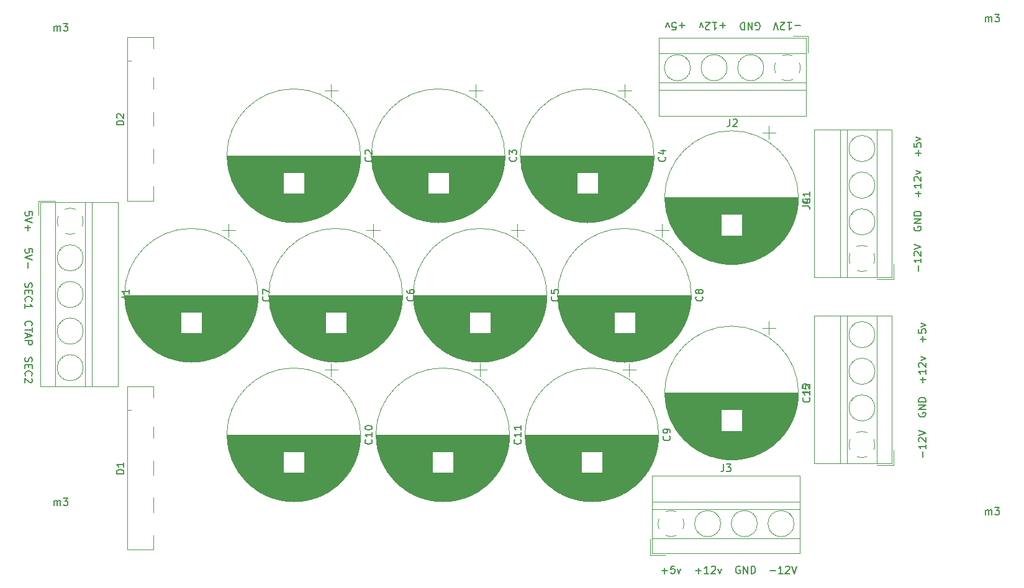
<source format=gbr>
%TF.GenerationSoftware,KiCad,Pcbnew,(5.1.10)-1*%
%TF.CreationDate,2021-09-27T18:55:40-04:00*%
%TF.ProjectId,noname,6e6f6e61-6d65-42e6-9b69-6361645f7063,rev?*%
%TF.SameCoordinates,Original*%
%TF.FileFunction,Legend,Top*%
%TF.FilePolarity,Positive*%
%FSLAX46Y46*%
G04 Gerber Fmt 4.6, Leading zero omitted, Abs format (unit mm)*
G04 Created by KiCad (PCBNEW (5.1.10)-1) date 2021-09-27 18:55:40*
%MOMM*%
%LPD*%
G01*
G04 APERTURE LIST*
%ADD10C,0.150000*%
%ADD11C,0.120000*%
G04 APERTURE END LIST*
D10*
X160885238Y-115125714D02*
X160837619Y-115268571D01*
X160837619Y-115506666D01*
X160885238Y-115601904D01*
X160932857Y-115649523D01*
X161028095Y-115697142D01*
X161123333Y-115697142D01*
X161218571Y-115649523D01*
X161266190Y-115601904D01*
X161313809Y-115506666D01*
X161361428Y-115316190D01*
X161409047Y-115220952D01*
X161456666Y-115173333D01*
X161551904Y-115125714D01*
X161647142Y-115125714D01*
X161742380Y-115173333D01*
X161790000Y-115220952D01*
X161837619Y-115316190D01*
X161837619Y-115554285D01*
X161790000Y-115697142D01*
X161361428Y-116125714D02*
X161361428Y-116459047D01*
X160837619Y-116601904D02*
X160837619Y-116125714D01*
X161837619Y-116125714D01*
X161837619Y-116601904D01*
X160932857Y-117601904D02*
X160885238Y-117554285D01*
X160837619Y-117411428D01*
X160837619Y-117316190D01*
X160885238Y-117173333D01*
X160980476Y-117078095D01*
X161075714Y-117030476D01*
X161266190Y-116982857D01*
X161409047Y-116982857D01*
X161599523Y-117030476D01*
X161694761Y-117078095D01*
X161790000Y-117173333D01*
X161837619Y-117316190D01*
X161837619Y-117411428D01*
X161790000Y-117554285D01*
X161742380Y-117601904D01*
X161742380Y-117982857D02*
X161790000Y-118030476D01*
X161837619Y-118125714D01*
X161837619Y-118363809D01*
X161790000Y-118459047D01*
X161742380Y-118506666D01*
X161647142Y-118554285D01*
X161551904Y-118554285D01*
X161409047Y-118506666D01*
X160837619Y-117935238D01*
X160837619Y-118554285D01*
X160932857Y-110760000D02*
X160885238Y-110712380D01*
X160837619Y-110569523D01*
X160837619Y-110474285D01*
X160885238Y-110331428D01*
X160980476Y-110236190D01*
X161075714Y-110188571D01*
X161266190Y-110140952D01*
X161409047Y-110140952D01*
X161599523Y-110188571D01*
X161694761Y-110236190D01*
X161790000Y-110331428D01*
X161837619Y-110474285D01*
X161837619Y-110569523D01*
X161790000Y-110712380D01*
X161742380Y-110760000D01*
X161837619Y-111045714D02*
X161837619Y-111617142D01*
X160837619Y-111331428D02*
X161837619Y-111331428D01*
X161123333Y-111902857D02*
X161123333Y-112379047D01*
X160837619Y-111807619D02*
X161837619Y-112140952D01*
X160837619Y-112474285D01*
X160837619Y-112807619D02*
X161837619Y-112807619D01*
X161837619Y-113188571D01*
X161790000Y-113283809D01*
X161742380Y-113331428D01*
X161647142Y-113379047D01*
X161504285Y-113379047D01*
X161409047Y-113331428D01*
X161361428Y-113283809D01*
X161313809Y-113188571D01*
X161313809Y-112807619D01*
X160885238Y-104965714D02*
X160837619Y-105108571D01*
X160837619Y-105346666D01*
X160885238Y-105441904D01*
X160932857Y-105489523D01*
X161028095Y-105537142D01*
X161123333Y-105537142D01*
X161218571Y-105489523D01*
X161266190Y-105441904D01*
X161313809Y-105346666D01*
X161361428Y-105156190D01*
X161409047Y-105060952D01*
X161456666Y-105013333D01*
X161551904Y-104965714D01*
X161647142Y-104965714D01*
X161742380Y-105013333D01*
X161790000Y-105060952D01*
X161837619Y-105156190D01*
X161837619Y-105394285D01*
X161790000Y-105537142D01*
X161361428Y-105965714D02*
X161361428Y-106299047D01*
X160837619Y-106441904D02*
X160837619Y-105965714D01*
X161837619Y-105965714D01*
X161837619Y-106441904D01*
X160932857Y-107441904D02*
X160885238Y-107394285D01*
X160837619Y-107251428D01*
X160837619Y-107156190D01*
X160885238Y-107013333D01*
X160980476Y-106918095D01*
X161075714Y-106870476D01*
X161266190Y-106822857D01*
X161409047Y-106822857D01*
X161599523Y-106870476D01*
X161694761Y-106918095D01*
X161790000Y-107013333D01*
X161837619Y-107156190D01*
X161837619Y-107251428D01*
X161790000Y-107394285D01*
X161742380Y-107441904D01*
X160837619Y-108394285D02*
X160837619Y-107822857D01*
X160837619Y-108108571D02*
X161837619Y-108108571D01*
X161694761Y-108013333D01*
X161599523Y-107918095D01*
X161551904Y-107822857D01*
X161837619Y-100790476D02*
X161837619Y-100314285D01*
X161361428Y-100266666D01*
X161409047Y-100314285D01*
X161456666Y-100409523D01*
X161456666Y-100647619D01*
X161409047Y-100742857D01*
X161361428Y-100790476D01*
X161266190Y-100838095D01*
X161028095Y-100838095D01*
X160932857Y-100790476D01*
X160885238Y-100742857D01*
X160837619Y-100647619D01*
X160837619Y-100409523D01*
X160885238Y-100314285D01*
X160932857Y-100266666D01*
X161837619Y-101123809D02*
X160837619Y-101457142D01*
X161837619Y-101790476D01*
X161218571Y-102123809D02*
X161218571Y-102885714D01*
X161837619Y-95710476D02*
X161837619Y-95234285D01*
X161361428Y-95186666D01*
X161409047Y-95234285D01*
X161456666Y-95329523D01*
X161456666Y-95567619D01*
X161409047Y-95662857D01*
X161361428Y-95710476D01*
X161266190Y-95758095D01*
X161028095Y-95758095D01*
X160932857Y-95710476D01*
X160885238Y-95662857D01*
X160837619Y-95567619D01*
X160837619Y-95329523D01*
X160885238Y-95234285D01*
X160932857Y-95186666D01*
X161837619Y-96043809D02*
X160837619Y-96377142D01*
X161837619Y-96710476D01*
X161218571Y-97043809D02*
X161218571Y-97805714D01*
X160837619Y-97424761D02*
X161599523Y-97424761D01*
X262398095Y-144216428D02*
X263160000Y-144216428D01*
X264160000Y-144597380D02*
X263588571Y-144597380D01*
X263874285Y-144597380D02*
X263874285Y-143597380D01*
X263779047Y-143740238D01*
X263683809Y-143835476D01*
X263588571Y-143883095D01*
X264540952Y-143692619D02*
X264588571Y-143645000D01*
X264683809Y-143597380D01*
X264921904Y-143597380D01*
X265017142Y-143645000D01*
X265064761Y-143692619D01*
X265112380Y-143787857D01*
X265112380Y-143883095D01*
X265064761Y-144025952D01*
X264493333Y-144597380D01*
X265112380Y-144597380D01*
X265398095Y-143597380D02*
X265731428Y-144597380D01*
X266064761Y-143597380D01*
X252285714Y-144216428D02*
X253047619Y-144216428D01*
X252666666Y-144597380D02*
X252666666Y-143835476D01*
X254047619Y-144597380D02*
X253476190Y-144597380D01*
X253761904Y-144597380D02*
X253761904Y-143597380D01*
X253666666Y-143740238D01*
X253571428Y-143835476D01*
X253476190Y-143883095D01*
X254428571Y-143692619D02*
X254476190Y-143645000D01*
X254571428Y-143597380D01*
X254809523Y-143597380D01*
X254904761Y-143645000D01*
X254952380Y-143692619D01*
X255000000Y-143787857D01*
X255000000Y-143883095D01*
X254952380Y-144025952D01*
X254380952Y-144597380D01*
X255000000Y-144597380D01*
X255333333Y-143930714D02*
X255571428Y-144597380D01*
X255809523Y-143930714D01*
X258318095Y-143645000D02*
X258222857Y-143597380D01*
X258080000Y-143597380D01*
X257937142Y-143645000D01*
X257841904Y-143740238D01*
X257794285Y-143835476D01*
X257746666Y-144025952D01*
X257746666Y-144168809D01*
X257794285Y-144359285D01*
X257841904Y-144454523D01*
X257937142Y-144549761D01*
X258080000Y-144597380D01*
X258175238Y-144597380D01*
X258318095Y-144549761D01*
X258365714Y-144502142D01*
X258365714Y-144168809D01*
X258175238Y-144168809D01*
X258794285Y-144597380D02*
X258794285Y-143597380D01*
X259365714Y-144597380D01*
X259365714Y-143597380D01*
X259841904Y-144597380D02*
X259841904Y-143597380D01*
X260080000Y-143597380D01*
X260222857Y-143645000D01*
X260318095Y-143740238D01*
X260365714Y-143835476D01*
X260413333Y-144025952D01*
X260413333Y-144168809D01*
X260365714Y-144359285D01*
X260318095Y-144454523D01*
X260222857Y-144549761D01*
X260080000Y-144597380D01*
X259841904Y-144597380D01*
X247681904Y-144216428D02*
X248443809Y-144216428D01*
X248062857Y-144597380D02*
X248062857Y-143835476D01*
X249396190Y-143597380D02*
X248920000Y-143597380D01*
X248872380Y-144073571D01*
X248920000Y-144025952D01*
X249015238Y-143978333D01*
X249253333Y-143978333D01*
X249348571Y-144025952D01*
X249396190Y-144073571D01*
X249443809Y-144168809D01*
X249443809Y-144406904D01*
X249396190Y-144502142D01*
X249348571Y-144549761D01*
X249253333Y-144597380D01*
X249015238Y-144597380D01*
X248920000Y-144549761D01*
X248872380Y-144502142D01*
X249777142Y-143930714D02*
X250015238Y-144597380D01*
X250253333Y-143930714D01*
X266556904Y-69778571D02*
X265795000Y-69778571D01*
X264795000Y-69397619D02*
X265366428Y-69397619D01*
X265080714Y-69397619D02*
X265080714Y-70397619D01*
X265175952Y-70254761D01*
X265271190Y-70159523D01*
X265366428Y-70111904D01*
X264414047Y-70302380D02*
X264366428Y-70350000D01*
X264271190Y-70397619D01*
X264033095Y-70397619D01*
X263937857Y-70350000D01*
X263890238Y-70302380D01*
X263842619Y-70207142D01*
X263842619Y-70111904D01*
X263890238Y-69969047D01*
X264461666Y-69397619D01*
X263842619Y-69397619D01*
X263556904Y-70397619D02*
X263223571Y-69397619D01*
X262890238Y-70397619D01*
X256349285Y-69778571D02*
X255587380Y-69778571D01*
X255968333Y-69397619D02*
X255968333Y-70159523D01*
X254587380Y-69397619D02*
X255158809Y-69397619D01*
X254873095Y-69397619D02*
X254873095Y-70397619D01*
X254968333Y-70254761D01*
X255063571Y-70159523D01*
X255158809Y-70111904D01*
X254206428Y-70302380D02*
X254158809Y-70350000D01*
X254063571Y-70397619D01*
X253825476Y-70397619D01*
X253730238Y-70350000D01*
X253682619Y-70302380D01*
X253635000Y-70207142D01*
X253635000Y-70111904D01*
X253682619Y-69969047D01*
X254254047Y-69397619D01*
X253635000Y-69397619D01*
X253301666Y-70064285D02*
X253063571Y-69397619D01*
X252825476Y-70064285D01*
X260476904Y-70350000D02*
X260572142Y-70397619D01*
X260715000Y-70397619D01*
X260857857Y-70350000D01*
X260953095Y-70254761D01*
X261000714Y-70159523D01*
X261048333Y-69969047D01*
X261048333Y-69826190D01*
X261000714Y-69635714D01*
X260953095Y-69540476D01*
X260857857Y-69445238D01*
X260715000Y-69397619D01*
X260619761Y-69397619D01*
X260476904Y-69445238D01*
X260429285Y-69492857D01*
X260429285Y-69826190D01*
X260619761Y-69826190D01*
X260000714Y-69397619D02*
X260000714Y-70397619D01*
X259429285Y-69397619D01*
X259429285Y-70397619D01*
X258953095Y-69397619D02*
X258953095Y-70397619D01*
X258715000Y-70397619D01*
X258572142Y-70350000D01*
X258476904Y-70254761D01*
X258429285Y-70159523D01*
X258381666Y-69969047D01*
X258381666Y-69826190D01*
X258429285Y-69635714D01*
X258476904Y-69540476D01*
X258572142Y-69445238D01*
X258715000Y-69397619D01*
X258953095Y-69397619D01*
X250793095Y-69778571D02*
X250031190Y-69778571D01*
X250412142Y-69397619D02*
X250412142Y-70159523D01*
X249078809Y-70397619D02*
X249555000Y-70397619D01*
X249602619Y-69921428D01*
X249555000Y-69969047D01*
X249459761Y-70016666D01*
X249221666Y-70016666D01*
X249126428Y-69969047D01*
X249078809Y-69921428D01*
X249031190Y-69826190D01*
X249031190Y-69588095D01*
X249078809Y-69492857D01*
X249126428Y-69445238D01*
X249221666Y-69397619D01*
X249459761Y-69397619D01*
X249555000Y-69445238D01*
X249602619Y-69492857D01*
X248697857Y-70064285D02*
X248459761Y-69397619D01*
X248221666Y-70064285D01*
X283281428Y-128761904D02*
X283281428Y-128000000D01*
X283662380Y-127000000D02*
X283662380Y-127571428D01*
X283662380Y-127285714D02*
X282662380Y-127285714D01*
X282805238Y-127380952D01*
X282900476Y-127476190D01*
X282948095Y-127571428D01*
X282757619Y-126619047D02*
X282710000Y-126571428D01*
X282662380Y-126476190D01*
X282662380Y-126238095D01*
X282710000Y-126142857D01*
X282757619Y-126095238D01*
X282852857Y-126047619D01*
X282948095Y-126047619D01*
X283090952Y-126095238D01*
X283662380Y-126666666D01*
X283662380Y-126047619D01*
X282662380Y-125761904D02*
X283662380Y-125428571D01*
X282662380Y-125095238D01*
X283281428Y-118554285D02*
X283281428Y-117792380D01*
X283662380Y-118173333D02*
X282900476Y-118173333D01*
X283662380Y-116792380D02*
X283662380Y-117363809D01*
X283662380Y-117078095D02*
X282662380Y-117078095D01*
X282805238Y-117173333D01*
X282900476Y-117268571D01*
X282948095Y-117363809D01*
X282757619Y-116411428D02*
X282710000Y-116363809D01*
X282662380Y-116268571D01*
X282662380Y-116030476D01*
X282710000Y-115935238D01*
X282757619Y-115887619D01*
X282852857Y-115840000D01*
X282948095Y-115840000D01*
X283090952Y-115887619D01*
X283662380Y-116459047D01*
X283662380Y-115840000D01*
X282995714Y-115506666D02*
X283662380Y-115268571D01*
X282995714Y-115030476D01*
X282710000Y-122681904D02*
X282662380Y-122777142D01*
X282662380Y-122920000D01*
X282710000Y-123062857D01*
X282805238Y-123158095D01*
X282900476Y-123205714D01*
X283090952Y-123253333D01*
X283233809Y-123253333D01*
X283424285Y-123205714D01*
X283519523Y-123158095D01*
X283614761Y-123062857D01*
X283662380Y-122920000D01*
X283662380Y-122824761D01*
X283614761Y-122681904D01*
X283567142Y-122634285D01*
X283233809Y-122634285D01*
X283233809Y-122824761D01*
X283662380Y-122205714D02*
X282662380Y-122205714D01*
X283662380Y-121634285D01*
X282662380Y-121634285D01*
X283662380Y-121158095D02*
X282662380Y-121158095D01*
X282662380Y-120920000D01*
X282710000Y-120777142D01*
X282805238Y-120681904D01*
X282900476Y-120634285D01*
X283090952Y-120586666D01*
X283233809Y-120586666D01*
X283424285Y-120634285D01*
X283519523Y-120681904D01*
X283614761Y-120777142D01*
X283662380Y-120920000D01*
X283662380Y-121158095D01*
X283281428Y-112998095D02*
X283281428Y-112236190D01*
X283662380Y-112617142D02*
X282900476Y-112617142D01*
X282662380Y-111283809D02*
X282662380Y-111760000D01*
X283138571Y-111807619D01*
X283090952Y-111760000D01*
X283043333Y-111664761D01*
X283043333Y-111426666D01*
X283090952Y-111331428D01*
X283138571Y-111283809D01*
X283233809Y-111236190D01*
X283471904Y-111236190D01*
X283567142Y-111283809D01*
X283614761Y-111331428D01*
X283662380Y-111426666D01*
X283662380Y-111664761D01*
X283614761Y-111760000D01*
X283567142Y-111807619D01*
X282995714Y-110902857D02*
X283662380Y-110664761D01*
X282995714Y-110426666D01*
X282646428Y-103361904D02*
X282646428Y-102600000D01*
X283027380Y-101600000D02*
X283027380Y-102171428D01*
X283027380Y-101885714D02*
X282027380Y-101885714D01*
X282170238Y-101980952D01*
X282265476Y-102076190D01*
X282313095Y-102171428D01*
X282122619Y-101219047D02*
X282075000Y-101171428D01*
X282027380Y-101076190D01*
X282027380Y-100838095D01*
X282075000Y-100742857D01*
X282122619Y-100695238D01*
X282217857Y-100647619D01*
X282313095Y-100647619D01*
X282455952Y-100695238D01*
X283027380Y-101266666D01*
X283027380Y-100647619D01*
X282027380Y-100361904D02*
X283027380Y-100028571D01*
X282027380Y-99695238D01*
X282075000Y-97281904D02*
X282027380Y-97377142D01*
X282027380Y-97520000D01*
X282075000Y-97662857D01*
X282170238Y-97758095D01*
X282265476Y-97805714D01*
X282455952Y-97853333D01*
X282598809Y-97853333D01*
X282789285Y-97805714D01*
X282884523Y-97758095D01*
X282979761Y-97662857D01*
X283027380Y-97520000D01*
X283027380Y-97424761D01*
X282979761Y-97281904D01*
X282932142Y-97234285D01*
X282598809Y-97234285D01*
X282598809Y-97424761D01*
X283027380Y-96805714D02*
X282027380Y-96805714D01*
X283027380Y-96234285D01*
X282027380Y-96234285D01*
X283027380Y-95758095D02*
X282027380Y-95758095D01*
X282027380Y-95520000D01*
X282075000Y-95377142D01*
X282170238Y-95281904D01*
X282265476Y-95234285D01*
X282455952Y-95186666D01*
X282598809Y-95186666D01*
X282789285Y-95234285D01*
X282884523Y-95281904D01*
X282979761Y-95377142D01*
X283027380Y-95520000D01*
X283027380Y-95758095D01*
X282646428Y-93154285D02*
X282646428Y-92392380D01*
X283027380Y-92773333D02*
X282265476Y-92773333D01*
X283027380Y-91392380D02*
X283027380Y-91963809D01*
X283027380Y-91678095D02*
X282027380Y-91678095D01*
X282170238Y-91773333D01*
X282265476Y-91868571D01*
X282313095Y-91963809D01*
X282122619Y-91011428D02*
X282075000Y-90963809D01*
X282027380Y-90868571D01*
X282027380Y-90630476D01*
X282075000Y-90535238D01*
X282122619Y-90487619D01*
X282217857Y-90440000D01*
X282313095Y-90440000D01*
X282455952Y-90487619D01*
X283027380Y-91059047D01*
X283027380Y-90440000D01*
X282360714Y-90106666D02*
X283027380Y-89868571D01*
X282360714Y-89630476D01*
X282646428Y-87598095D02*
X282646428Y-86836190D01*
X283027380Y-87217142D02*
X282265476Y-87217142D01*
X282027380Y-85883809D02*
X282027380Y-86360000D01*
X282503571Y-86407619D01*
X282455952Y-86360000D01*
X282408333Y-86264761D01*
X282408333Y-86026666D01*
X282455952Y-85931428D01*
X282503571Y-85883809D01*
X282598809Y-85836190D01*
X282836904Y-85836190D01*
X282932142Y-85883809D01*
X282979761Y-85931428D01*
X283027380Y-86026666D01*
X283027380Y-86264761D01*
X282979761Y-86360000D01*
X282932142Y-86407619D01*
X282360714Y-85502857D02*
X283027380Y-85264761D01*
X282360714Y-85026666D01*
D11*
%TO.C,C12*%
X263190000Y-111095560D02*
X261390000Y-111095560D01*
X262290000Y-110195560D02*
X262290000Y-111995560D01*
X257215000Y-129075000D02*
X257135000Y-129075000D01*
X257989000Y-129035000D02*
X256361000Y-129035000D01*
X258341000Y-128995000D02*
X256009000Y-128995000D01*
X258610000Y-128955000D02*
X255740000Y-128955000D01*
X258836000Y-128915000D02*
X255514000Y-128915000D01*
X259035000Y-128875000D02*
X255315000Y-128875000D01*
X259214000Y-128835000D02*
X255136000Y-128835000D01*
X259378000Y-128795000D02*
X254972000Y-128795000D01*
X259530000Y-128755000D02*
X254820000Y-128755000D01*
X259673000Y-128715000D02*
X254677000Y-128715000D01*
X259807000Y-128675000D02*
X254543000Y-128675000D01*
X259934000Y-128635000D02*
X254416000Y-128635000D01*
X260055000Y-128595000D02*
X254295000Y-128595000D01*
X260171000Y-128555000D02*
X254179000Y-128555000D01*
X260282000Y-128515000D02*
X254068000Y-128515000D01*
X260389000Y-128475000D02*
X253961000Y-128475000D01*
X260492000Y-128435000D02*
X253858000Y-128435000D01*
X260591000Y-128395000D02*
X253759000Y-128395000D01*
X260687000Y-128355000D02*
X253663000Y-128355000D01*
X260780000Y-128315000D02*
X253570000Y-128315000D01*
X260871000Y-128275000D02*
X253479000Y-128275000D01*
X260959000Y-128235000D02*
X253391000Y-128235000D01*
X261044000Y-128195000D02*
X253306000Y-128195000D01*
X261127000Y-128155000D02*
X253223000Y-128155000D01*
X261208000Y-128116000D02*
X253142000Y-128116000D01*
X261288000Y-128076000D02*
X253062000Y-128076000D01*
X261365000Y-128036000D02*
X252985000Y-128036000D01*
X261440000Y-127996000D02*
X252910000Y-127996000D01*
X261514000Y-127956000D02*
X252836000Y-127956000D01*
X261587000Y-127916000D02*
X252763000Y-127916000D01*
X261657000Y-127876000D02*
X252693000Y-127876000D01*
X261727000Y-127836000D02*
X252623000Y-127836000D01*
X261795000Y-127796000D02*
X252555000Y-127796000D01*
X261861000Y-127756000D02*
X252489000Y-127756000D01*
X261927000Y-127716000D02*
X252423000Y-127716000D01*
X261991000Y-127676000D02*
X252359000Y-127676000D01*
X262054000Y-127636000D02*
X252296000Y-127636000D01*
X262116000Y-127596000D02*
X252234000Y-127596000D01*
X262177000Y-127556000D02*
X252173000Y-127556000D01*
X262237000Y-127516000D02*
X252113000Y-127516000D01*
X262295000Y-127476000D02*
X252055000Y-127476000D01*
X262353000Y-127436000D02*
X251997000Y-127436000D01*
X262410000Y-127396000D02*
X251940000Y-127396000D01*
X262466000Y-127356000D02*
X251884000Y-127356000D01*
X262521000Y-127316000D02*
X251829000Y-127316000D01*
X262575000Y-127276000D02*
X251775000Y-127276000D01*
X262629000Y-127236000D02*
X251721000Y-127236000D01*
X262681000Y-127196000D02*
X251669000Y-127196000D01*
X262733000Y-127156000D02*
X251617000Y-127156000D01*
X262784000Y-127116000D02*
X251566000Y-127116000D01*
X262835000Y-127076000D02*
X251515000Y-127076000D01*
X262884000Y-127036000D02*
X251466000Y-127036000D01*
X262933000Y-126996000D02*
X251417000Y-126996000D01*
X262981000Y-126956000D02*
X251369000Y-126956000D01*
X263029000Y-126916000D02*
X251321000Y-126916000D01*
X263076000Y-126876000D02*
X251274000Y-126876000D01*
X263122000Y-126836000D02*
X251228000Y-126836000D01*
X263168000Y-126796000D02*
X251182000Y-126796000D01*
X263213000Y-126756000D02*
X251137000Y-126756000D01*
X263257000Y-126716000D02*
X251093000Y-126716000D01*
X263301000Y-126676000D02*
X251049000Y-126676000D01*
X263345000Y-126636000D02*
X251005000Y-126636000D01*
X263387000Y-126596000D02*
X250963000Y-126596000D01*
X263429000Y-126556000D02*
X250921000Y-126556000D01*
X263471000Y-126516000D02*
X250879000Y-126516000D01*
X263512000Y-126476000D02*
X250838000Y-126476000D01*
X263553000Y-126436000D02*
X250797000Y-126436000D01*
X263593000Y-126396000D02*
X250757000Y-126396000D01*
X263633000Y-126356000D02*
X250717000Y-126356000D01*
X263672000Y-126316000D02*
X250678000Y-126316000D01*
X263711000Y-126276000D02*
X250639000Y-126276000D01*
X263749000Y-126236000D02*
X250601000Y-126236000D01*
X263787000Y-126196000D02*
X250563000Y-126196000D01*
X263824000Y-126156000D02*
X250526000Y-126156000D01*
X263861000Y-126116000D02*
X250489000Y-126116000D01*
X263897000Y-126076000D02*
X250453000Y-126076000D01*
X263933000Y-126036000D02*
X250417000Y-126036000D01*
X263969000Y-125996000D02*
X250381000Y-125996000D01*
X264004000Y-125956000D02*
X250346000Y-125956000D01*
X264039000Y-125916000D02*
X250311000Y-125916000D01*
X264073000Y-125876000D02*
X250277000Y-125876000D01*
X264107000Y-125836000D02*
X250243000Y-125836000D01*
X264140000Y-125796000D02*
X250210000Y-125796000D01*
X264174000Y-125756000D02*
X250176000Y-125756000D01*
X264206000Y-125716000D02*
X250144000Y-125716000D01*
X264239000Y-125676000D02*
X250111000Y-125676000D01*
X264271000Y-125636000D02*
X250079000Y-125636000D01*
X264302000Y-125596000D02*
X250048000Y-125596000D01*
X264334000Y-125556000D02*
X250016000Y-125556000D01*
X264365000Y-125516000D02*
X249985000Y-125516000D01*
X264395000Y-125476000D02*
X249955000Y-125476000D01*
X264425000Y-125436000D02*
X249925000Y-125436000D01*
X264455000Y-125396000D02*
X249895000Y-125396000D01*
X264485000Y-125356000D02*
X249865000Y-125356000D01*
X264514000Y-125316000D02*
X249836000Y-125316000D01*
X264543000Y-125276000D02*
X249807000Y-125276000D01*
X264572000Y-125236000D02*
X249778000Y-125236000D01*
X264600000Y-125196000D02*
X249750000Y-125196000D01*
X264628000Y-125156000D02*
X249722000Y-125156000D01*
X255735000Y-125116000D02*
X249695000Y-125116000D01*
X264655000Y-125116000D02*
X258615000Y-125116000D01*
X255735000Y-125076000D02*
X249667000Y-125076000D01*
X264683000Y-125076000D02*
X258615000Y-125076000D01*
X255735000Y-125036000D02*
X249640000Y-125036000D01*
X264710000Y-125036000D02*
X258615000Y-125036000D01*
X255735000Y-124996000D02*
X249614000Y-124996000D01*
X264736000Y-124996000D02*
X258615000Y-124996000D01*
X255735000Y-124956000D02*
X249587000Y-124956000D01*
X264763000Y-124956000D02*
X258615000Y-124956000D01*
X255735000Y-124916000D02*
X249561000Y-124916000D01*
X264789000Y-124916000D02*
X258615000Y-124916000D01*
X255735000Y-124876000D02*
X249535000Y-124876000D01*
X264815000Y-124876000D02*
X258615000Y-124876000D01*
X255735000Y-124836000D02*
X249510000Y-124836000D01*
X264840000Y-124836000D02*
X258615000Y-124836000D01*
X255735000Y-124796000D02*
X249485000Y-124796000D01*
X264865000Y-124796000D02*
X258615000Y-124796000D01*
X255735000Y-124756000D02*
X249460000Y-124756000D01*
X264890000Y-124756000D02*
X258615000Y-124756000D01*
X255735000Y-124716000D02*
X249435000Y-124716000D01*
X264915000Y-124716000D02*
X258615000Y-124716000D01*
X255735000Y-124676000D02*
X249411000Y-124676000D01*
X264939000Y-124676000D02*
X258615000Y-124676000D01*
X255735000Y-124636000D02*
X249387000Y-124636000D01*
X264963000Y-124636000D02*
X258615000Y-124636000D01*
X255735000Y-124596000D02*
X249363000Y-124596000D01*
X264987000Y-124596000D02*
X258615000Y-124596000D01*
X255735000Y-124556000D02*
X249340000Y-124556000D01*
X265010000Y-124556000D02*
X258615000Y-124556000D01*
X255735000Y-124516000D02*
X249316000Y-124516000D01*
X265034000Y-124516000D02*
X258615000Y-124516000D01*
X255735000Y-124476000D02*
X249293000Y-124476000D01*
X265057000Y-124476000D02*
X258615000Y-124476000D01*
X255735000Y-124436000D02*
X249271000Y-124436000D01*
X265079000Y-124436000D02*
X258615000Y-124436000D01*
X255735000Y-124396000D02*
X249248000Y-124396000D01*
X265102000Y-124396000D02*
X258615000Y-124396000D01*
X255735000Y-124356000D02*
X249226000Y-124356000D01*
X265124000Y-124356000D02*
X258615000Y-124356000D01*
X255735000Y-124316000D02*
X249204000Y-124316000D01*
X265146000Y-124316000D02*
X258615000Y-124316000D01*
X255735000Y-124276000D02*
X249183000Y-124276000D01*
X265167000Y-124276000D02*
X258615000Y-124276000D01*
X255735000Y-124236000D02*
X249161000Y-124236000D01*
X265189000Y-124236000D02*
X258615000Y-124236000D01*
X255735000Y-124196000D02*
X249140000Y-124196000D01*
X265210000Y-124196000D02*
X258615000Y-124196000D01*
X255735000Y-124156000D02*
X249119000Y-124156000D01*
X265231000Y-124156000D02*
X258615000Y-124156000D01*
X255735000Y-124116000D02*
X249099000Y-124116000D01*
X265251000Y-124116000D02*
X258615000Y-124116000D01*
X255735000Y-124076000D02*
X249078000Y-124076000D01*
X265272000Y-124076000D02*
X258615000Y-124076000D01*
X255735000Y-124036000D02*
X249058000Y-124036000D01*
X265292000Y-124036000D02*
X258615000Y-124036000D01*
X255735000Y-123996000D02*
X249038000Y-123996000D01*
X265312000Y-123996000D02*
X258615000Y-123996000D01*
X255735000Y-123956000D02*
X249019000Y-123956000D01*
X265331000Y-123956000D02*
X258615000Y-123956000D01*
X255735000Y-123916000D02*
X248999000Y-123916000D01*
X265351000Y-123916000D02*
X258615000Y-123916000D01*
X255735000Y-123876000D02*
X248980000Y-123876000D01*
X265370000Y-123876000D02*
X258615000Y-123876000D01*
X255735000Y-123836000D02*
X248961000Y-123836000D01*
X265389000Y-123836000D02*
X258615000Y-123836000D01*
X255735000Y-123796000D02*
X248942000Y-123796000D01*
X265408000Y-123796000D02*
X258615000Y-123796000D01*
X255735000Y-123756000D02*
X248924000Y-123756000D01*
X265426000Y-123756000D02*
X258615000Y-123756000D01*
X255735000Y-123716000D02*
X248906000Y-123716000D01*
X265444000Y-123716000D02*
X258615000Y-123716000D01*
X255735000Y-123676000D02*
X248888000Y-123676000D01*
X265462000Y-123676000D02*
X258615000Y-123676000D01*
X255735000Y-123636000D02*
X248870000Y-123636000D01*
X265480000Y-123636000D02*
X258615000Y-123636000D01*
X255735000Y-123596000D02*
X248852000Y-123596000D01*
X265498000Y-123596000D02*
X258615000Y-123596000D01*
X255735000Y-123556000D02*
X248835000Y-123556000D01*
X265515000Y-123556000D02*
X258615000Y-123556000D01*
X255735000Y-123516000D02*
X248818000Y-123516000D01*
X265532000Y-123516000D02*
X258615000Y-123516000D01*
X255735000Y-123476000D02*
X248801000Y-123476000D01*
X265549000Y-123476000D02*
X258615000Y-123476000D01*
X255735000Y-123436000D02*
X248785000Y-123436000D01*
X265565000Y-123436000D02*
X258615000Y-123436000D01*
X255735000Y-123396000D02*
X248768000Y-123396000D01*
X265582000Y-123396000D02*
X258615000Y-123396000D01*
X255735000Y-123356000D02*
X248752000Y-123356000D01*
X265598000Y-123356000D02*
X258615000Y-123356000D01*
X255735000Y-123316000D02*
X248736000Y-123316000D01*
X265614000Y-123316000D02*
X258615000Y-123316000D01*
X255735000Y-123276000D02*
X248720000Y-123276000D01*
X265630000Y-123276000D02*
X258615000Y-123276000D01*
X255735000Y-123236000D02*
X248705000Y-123236000D01*
X265645000Y-123236000D02*
X258615000Y-123236000D01*
X255735000Y-123196000D02*
X248689000Y-123196000D01*
X265661000Y-123196000D02*
X258615000Y-123196000D01*
X255735000Y-123156000D02*
X248674000Y-123156000D01*
X265676000Y-123156000D02*
X258615000Y-123156000D01*
X255735000Y-123116000D02*
X248659000Y-123116000D01*
X265691000Y-123116000D02*
X258615000Y-123116000D01*
X255735000Y-123076000D02*
X248645000Y-123076000D01*
X265705000Y-123076000D02*
X258615000Y-123076000D01*
X255735000Y-123036000D02*
X248630000Y-123036000D01*
X265720000Y-123036000D02*
X258615000Y-123036000D01*
X255735000Y-122996000D02*
X248616000Y-122996000D01*
X265734000Y-122996000D02*
X258615000Y-122996000D01*
X255735000Y-122956000D02*
X248602000Y-122956000D01*
X265748000Y-122956000D02*
X258615000Y-122956000D01*
X255735000Y-122916000D02*
X248588000Y-122916000D01*
X265762000Y-122916000D02*
X258615000Y-122916000D01*
X255735000Y-122876000D02*
X248575000Y-122876000D01*
X265775000Y-122876000D02*
X258615000Y-122876000D01*
X255735000Y-122836000D02*
X248561000Y-122836000D01*
X265789000Y-122836000D02*
X258615000Y-122836000D01*
X255735000Y-122796000D02*
X248548000Y-122796000D01*
X265802000Y-122796000D02*
X258615000Y-122796000D01*
X255735000Y-122756000D02*
X248535000Y-122756000D01*
X265815000Y-122756000D02*
X258615000Y-122756000D01*
X255735000Y-122716000D02*
X248522000Y-122716000D01*
X265828000Y-122716000D02*
X258615000Y-122716000D01*
X255735000Y-122676000D02*
X248510000Y-122676000D01*
X265840000Y-122676000D02*
X258615000Y-122676000D01*
X255735000Y-122636000D02*
X248497000Y-122636000D01*
X265853000Y-122636000D02*
X258615000Y-122636000D01*
X255735000Y-122596000D02*
X248485000Y-122596000D01*
X265865000Y-122596000D02*
X258615000Y-122596000D01*
X255735000Y-122556000D02*
X248473000Y-122556000D01*
X265877000Y-122556000D02*
X258615000Y-122556000D01*
X255735000Y-122516000D02*
X248461000Y-122516000D01*
X265889000Y-122516000D02*
X258615000Y-122516000D01*
X255735000Y-122476000D02*
X248450000Y-122476000D01*
X265900000Y-122476000D02*
X258615000Y-122476000D01*
X255735000Y-122436000D02*
X248438000Y-122436000D01*
X265912000Y-122436000D02*
X258615000Y-122436000D01*
X255735000Y-122396000D02*
X248427000Y-122396000D01*
X265923000Y-122396000D02*
X258615000Y-122396000D01*
X255735000Y-122356000D02*
X248416000Y-122356000D01*
X265934000Y-122356000D02*
X258615000Y-122356000D01*
X255735000Y-122316000D02*
X248405000Y-122316000D01*
X265945000Y-122316000D02*
X258615000Y-122316000D01*
X255735000Y-122276000D02*
X248395000Y-122276000D01*
X265955000Y-122276000D02*
X258615000Y-122276000D01*
X265966000Y-122236000D02*
X248384000Y-122236000D01*
X265976000Y-122196000D02*
X248374000Y-122196000D01*
X265986000Y-122156000D02*
X248364000Y-122156000D01*
X265996000Y-122116000D02*
X248354000Y-122116000D01*
X266006000Y-122076000D02*
X248344000Y-122076000D01*
X266015000Y-122036000D02*
X248335000Y-122036000D01*
X266024000Y-121996000D02*
X248326000Y-121996000D01*
X266033000Y-121956000D02*
X248317000Y-121956000D01*
X266042000Y-121916000D02*
X248308000Y-121916000D01*
X266051000Y-121876000D02*
X248299000Y-121876000D01*
X266060000Y-121836000D02*
X248290000Y-121836000D01*
X266068000Y-121796000D02*
X248282000Y-121796000D01*
X266076000Y-121756000D02*
X248274000Y-121756000D01*
X266084000Y-121716000D02*
X248266000Y-121716000D01*
X266092000Y-121676000D02*
X248258000Y-121676000D01*
X266099000Y-121636000D02*
X248251000Y-121636000D01*
X266107000Y-121596000D02*
X248243000Y-121596000D01*
X266114000Y-121556000D02*
X248236000Y-121556000D01*
X266121000Y-121516000D02*
X248229000Y-121516000D01*
X266128000Y-121476000D02*
X248222000Y-121476000D01*
X266135000Y-121436000D02*
X248215000Y-121436000D01*
X266141000Y-121396000D02*
X248209000Y-121396000D01*
X266147000Y-121356000D02*
X248203000Y-121356000D01*
X266154000Y-121316000D02*
X248196000Y-121316000D01*
X266159000Y-121276000D02*
X248191000Y-121276000D01*
X266165000Y-121236000D02*
X248185000Y-121236000D01*
X266171000Y-121196000D02*
X248179000Y-121196000D01*
X266176000Y-121156000D02*
X248174000Y-121156000D01*
X266181000Y-121116000D02*
X248169000Y-121116000D01*
X266186000Y-121076000D02*
X248164000Y-121076000D01*
X266191000Y-121036000D02*
X248159000Y-121036000D01*
X266196000Y-120996000D02*
X248154000Y-120996000D01*
X266201000Y-120956000D02*
X248149000Y-120956000D01*
X266205000Y-120916000D02*
X248145000Y-120916000D01*
X266209000Y-120876000D02*
X248141000Y-120876000D01*
X266213000Y-120836000D02*
X248137000Y-120836000D01*
X266217000Y-120796000D02*
X248133000Y-120796000D01*
X266220000Y-120756000D02*
X248130000Y-120756000D01*
X266224000Y-120716000D02*
X248126000Y-120716000D01*
X266227000Y-120676000D02*
X248123000Y-120676000D01*
X266230000Y-120635000D02*
X248120000Y-120635000D01*
X266233000Y-120595000D02*
X248117000Y-120595000D01*
X266236000Y-120555000D02*
X248114000Y-120555000D01*
X266238000Y-120515000D02*
X248112000Y-120515000D01*
X266241000Y-120475000D02*
X248109000Y-120475000D01*
X266243000Y-120435000D02*
X248107000Y-120435000D01*
X266245000Y-120395000D02*
X248105000Y-120395000D01*
X266247000Y-120355000D02*
X248103000Y-120355000D01*
X266248000Y-120315000D02*
X248102000Y-120315000D01*
X266250000Y-120275000D02*
X248100000Y-120275000D01*
X266251000Y-120235000D02*
X248099000Y-120235000D01*
X266252000Y-120195000D02*
X248098000Y-120195000D01*
X266253000Y-120155000D02*
X248097000Y-120155000D01*
X266254000Y-120115000D02*
X248096000Y-120115000D01*
X266255000Y-120075000D02*
X248095000Y-120075000D01*
X266255000Y-120035000D02*
X248095000Y-120035000D01*
X266255000Y-119995000D02*
X248095000Y-119995000D01*
X266256000Y-119955000D02*
X248094000Y-119955000D01*
X266295000Y-119955000D02*
G75*
G03*
X266295000Y-119955000I-9120000J0D01*
G01*
%TO.C,C4*%
X243505000Y-78710560D02*
X241705000Y-78710560D01*
X242605000Y-77810560D02*
X242605000Y-79610560D01*
X237530000Y-96690000D02*
X237450000Y-96690000D01*
X238304000Y-96650000D02*
X236676000Y-96650000D01*
X238656000Y-96610000D02*
X236324000Y-96610000D01*
X238925000Y-96570000D02*
X236055000Y-96570000D01*
X239151000Y-96530000D02*
X235829000Y-96530000D01*
X239350000Y-96490000D02*
X235630000Y-96490000D01*
X239529000Y-96450000D02*
X235451000Y-96450000D01*
X239693000Y-96410000D02*
X235287000Y-96410000D01*
X239845000Y-96370000D02*
X235135000Y-96370000D01*
X239988000Y-96330000D02*
X234992000Y-96330000D01*
X240122000Y-96290000D02*
X234858000Y-96290000D01*
X240249000Y-96250000D02*
X234731000Y-96250000D01*
X240370000Y-96210000D02*
X234610000Y-96210000D01*
X240486000Y-96170000D02*
X234494000Y-96170000D01*
X240597000Y-96130000D02*
X234383000Y-96130000D01*
X240704000Y-96090000D02*
X234276000Y-96090000D01*
X240807000Y-96050000D02*
X234173000Y-96050000D01*
X240906000Y-96010000D02*
X234074000Y-96010000D01*
X241002000Y-95970000D02*
X233978000Y-95970000D01*
X241095000Y-95930000D02*
X233885000Y-95930000D01*
X241186000Y-95890000D02*
X233794000Y-95890000D01*
X241274000Y-95850000D02*
X233706000Y-95850000D01*
X241359000Y-95810000D02*
X233621000Y-95810000D01*
X241442000Y-95770000D02*
X233538000Y-95770000D01*
X241523000Y-95731000D02*
X233457000Y-95731000D01*
X241603000Y-95691000D02*
X233377000Y-95691000D01*
X241680000Y-95651000D02*
X233300000Y-95651000D01*
X241755000Y-95611000D02*
X233225000Y-95611000D01*
X241829000Y-95571000D02*
X233151000Y-95571000D01*
X241902000Y-95531000D02*
X233078000Y-95531000D01*
X241972000Y-95491000D02*
X233008000Y-95491000D01*
X242042000Y-95451000D02*
X232938000Y-95451000D01*
X242110000Y-95411000D02*
X232870000Y-95411000D01*
X242176000Y-95371000D02*
X232804000Y-95371000D01*
X242242000Y-95331000D02*
X232738000Y-95331000D01*
X242306000Y-95291000D02*
X232674000Y-95291000D01*
X242369000Y-95251000D02*
X232611000Y-95251000D01*
X242431000Y-95211000D02*
X232549000Y-95211000D01*
X242492000Y-95171000D02*
X232488000Y-95171000D01*
X242552000Y-95131000D02*
X232428000Y-95131000D01*
X242610000Y-95091000D02*
X232370000Y-95091000D01*
X242668000Y-95051000D02*
X232312000Y-95051000D01*
X242725000Y-95011000D02*
X232255000Y-95011000D01*
X242781000Y-94971000D02*
X232199000Y-94971000D01*
X242836000Y-94931000D02*
X232144000Y-94931000D01*
X242890000Y-94891000D02*
X232090000Y-94891000D01*
X242944000Y-94851000D02*
X232036000Y-94851000D01*
X242996000Y-94811000D02*
X231984000Y-94811000D01*
X243048000Y-94771000D02*
X231932000Y-94771000D01*
X243099000Y-94731000D02*
X231881000Y-94731000D01*
X243150000Y-94691000D02*
X231830000Y-94691000D01*
X243199000Y-94651000D02*
X231781000Y-94651000D01*
X243248000Y-94611000D02*
X231732000Y-94611000D01*
X243296000Y-94571000D02*
X231684000Y-94571000D01*
X243344000Y-94531000D02*
X231636000Y-94531000D01*
X243391000Y-94491000D02*
X231589000Y-94491000D01*
X243437000Y-94451000D02*
X231543000Y-94451000D01*
X243483000Y-94411000D02*
X231497000Y-94411000D01*
X243528000Y-94371000D02*
X231452000Y-94371000D01*
X243572000Y-94331000D02*
X231408000Y-94331000D01*
X243616000Y-94291000D02*
X231364000Y-94291000D01*
X243660000Y-94251000D02*
X231320000Y-94251000D01*
X243702000Y-94211000D02*
X231278000Y-94211000D01*
X243744000Y-94171000D02*
X231236000Y-94171000D01*
X243786000Y-94131000D02*
X231194000Y-94131000D01*
X243827000Y-94091000D02*
X231153000Y-94091000D01*
X243868000Y-94051000D02*
X231112000Y-94051000D01*
X243908000Y-94011000D02*
X231072000Y-94011000D01*
X243948000Y-93971000D02*
X231032000Y-93971000D01*
X243987000Y-93931000D02*
X230993000Y-93931000D01*
X244026000Y-93891000D02*
X230954000Y-93891000D01*
X244064000Y-93851000D02*
X230916000Y-93851000D01*
X244102000Y-93811000D02*
X230878000Y-93811000D01*
X244139000Y-93771000D02*
X230841000Y-93771000D01*
X244176000Y-93731000D02*
X230804000Y-93731000D01*
X244212000Y-93691000D02*
X230768000Y-93691000D01*
X244248000Y-93651000D02*
X230732000Y-93651000D01*
X244284000Y-93611000D02*
X230696000Y-93611000D01*
X244319000Y-93571000D02*
X230661000Y-93571000D01*
X244354000Y-93531000D02*
X230626000Y-93531000D01*
X244388000Y-93491000D02*
X230592000Y-93491000D01*
X244422000Y-93451000D02*
X230558000Y-93451000D01*
X244455000Y-93411000D02*
X230525000Y-93411000D01*
X244489000Y-93371000D02*
X230491000Y-93371000D01*
X244521000Y-93331000D02*
X230459000Y-93331000D01*
X244554000Y-93291000D02*
X230426000Y-93291000D01*
X244586000Y-93251000D02*
X230394000Y-93251000D01*
X244617000Y-93211000D02*
X230363000Y-93211000D01*
X244649000Y-93171000D02*
X230331000Y-93171000D01*
X244680000Y-93131000D02*
X230300000Y-93131000D01*
X244710000Y-93091000D02*
X230270000Y-93091000D01*
X244740000Y-93051000D02*
X230240000Y-93051000D01*
X244770000Y-93011000D02*
X230210000Y-93011000D01*
X244800000Y-92971000D02*
X230180000Y-92971000D01*
X244829000Y-92931000D02*
X230151000Y-92931000D01*
X244858000Y-92891000D02*
X230122000Y-92891000D01*
X244887000Y-92851000D02*
X230093000Y-92851000D01*
X244915000Y-92811000D02*
X230065000Y-92811000D01*
X244943000Y-92771000D02*
X230037000Y-92771000D01*
X236050000Y-92731000D02*
X230010000Y-92731000D01*
X244970000Y-92731000D02*
X238930000Y-92731000D01*
X236050000Y-92691000D02*
X229982000Y-92691000D01*
X244998000Y-92691000D02*
X238930000Y-92691000D01*
X236050000Y-92651000D02*
X229955000Y-92651000D01*
X245025000Y-92651000D02*
X238930000Y-92651000D01*
X236050000Y-92611000D02*
X229929000Y-92611000D01*
X245051000Y-92611000D02*
X238930000Y-92611000D01*
X236050000Y-92571000D02*
X229902000Y-92571000D01*
X245078000Y-92571000D02*
X238930000Y-92571000D01*
X236050000Y-92531000D02*
X229876000Y-92531000D01*
X245104000Y-92531000D02*
X238930000Y-92531000D01*
X236050000Y-92491000D02*
X229850000Y-92491000D01*
X245130000Y-92491000D02*
X238930000Y-92491000D01*
X236050000Y-92451000D02*
X229825000Y-92451000D01*
X245155000Y-92451000D02*
X238930000Y-92451000D01*
X236050000Y-92411000D02*
X229800000Y-92411000D01*
X245180000Y-92411000D02*
X238930000Y-92411000D01*
X236050000Y-92371000D02*
X229775000Y-92371000D01*
X245205000Y-92371000D02*
X238930000Y-92371000D01*
X236050000Y-92331000D02*
X229750000Y-92331000D01*
X245230000Y-92331000D02*
X238930000Y-92331000D01*
X236050000Y-92291000D02*
X229726000Y-92291000D01*
X245254000Y-92291000D02*
X238930000Y-92291000D01*
X236050000Y-92251000D02*
X229702000Y-92251000D01*
X245278000Y-92251000D02*
X238930000Y-92251000D01*
X236050000Y-92211000D02*
X229678000Y-92211000D01*
X245302000Y-92211000D02*
X238930000Y-92211000D01*
X236050000Y-92171000D02*
X229655000Y-92171000D01*
X245325000Y-92171000D02*
X238930000Y-92171000D01*
X236050000Y-92131000D02*
X229631000Y-92131000D01*
X245349000Y-92131000D02*
X238930000Y-92131000D01*
X236050000Y-92091000D02*
X229608000Y-92091000D01*
X245372000Y-92091000D02*
X238930000Y-92091000D01*
X236050000Y-92051000D02*
X229586000Y-92051000D01*
X245394000Y-92051000D02*
X238930000Y-92051000D01*
X236050000Y-92011000D02*
X229563000Y-92011000D01*
X245417000Y-92011000D02*
X238930000Y-92011000D01*
X236050000Y-91971000D02*
X229541000Y-91971000D01*
X245439000Y-91971000D02*
X238930000Y-91971000D01*
X236050000Y-91931000D02*
X229519000Y-91931000D01*
X245461000Y-91931000D02*
X238930000Y-91931000D01*
X236050000Y-91891000D02*
X229498000Y-91891000D01*
X245482000Y-91891000D02*
X238930000Y-91891000D01*
X236050000Y-91851000D02*
X229476000Y-91851000D01*
X245504000Y-91851000D02*
X238930000Y-91851000D01*
X236050000Y-91811000D02*
X229455000Y-91811000D01*
X245525000Y-91811000D02*
X238930000Y-91811000D01*
X236050000Y-91771000D02*
X229434000Y-91771000D01*
X245546000Y-91771000D02*
X238930000Y-91771000D01*
X236050000Y-91731000D02*
X229414000Y-91731000D01*
X245566000Y-91731000D02*
X238930000Y-91731000D01*
X236050000Y-91691000D02*
X229393000Y-91691000D01*
X245587000Y-91691000D02*
X238930000Y-91691000D01*
X236050000Y-91651000D02*
X229373000Y-91651000D01*
X245607000Y-91651000D02*
X238930000Y-91651000D01*
X236050000Y-91611000D02*
X229353000Y-91611000D01*
X245627000Y-91611000D02*
X238930000Y-91611000D01*
X236050000Y-91571000D02*
X229334000Y-91571000D01*
X245646000Y-91571000D02*
X238930000Y-91571000D01*
X236050000Y-91531000D02*
X229314000Y-91531000D01*
X245666000Y-91531000D02*
X238930000Y-91531000D01*
X236050000Y-91491000D02*
X229295000Y-91491000D01*
X245685000Y-91491000D02*
X238930000Y-91491000D01*
X236050000Y-91451000D02*
X229276000Y-91451000D01*
X245704000Y-91451000D02*
X238930000Y-91451000D01*
X236050000Y-91411000D02*
X229257000Y-91411000D01*
X245723000Y-91411000D02*
X238930000Y-91411000D01*
X236050000Y-91371000D02*
X229239000Y-91371000D01*
X245741000Y-91371000D02*
X238930000Y-91371000D01*
X236050000Y-91331000D02*
X229221000Y-91331000D01*
X245759000Y-91331000D02*
X238930000Y-91331000D01*
X236050000Y-91291000D02*
X229203000Y-91291000D01*
X245777000Y-91291000D02*
X238930000Y-91291000D01*
X236050000Y-91251000D02*
X229185000Y-91251000D01*
X245795000Y-91251000D02*
X238930000Y-91251000D01*
X236050000Y-91211000D02*
X229167000Y-91211000D01*
X245813000Y-91211000D02*
X238930000Y-91211000D01*
X236050000Y-91171000D02*
X229150000Y-91171000D01*
X245830000Y-91171000D02*
X238930000Y-91171000D01*
X236050000Y-91131000D02*
X229133000Y-91131000D01*
X245847000Y-91131000D02*
X238930000Y-91131000D01*
X236050000Y-91091000D02*
X229116000Y-91091000D01*
X245864000Y-91091000D02*
X238930000Y-91091000D01*
X236050000Y-91051000D02*
X229100000Y-91051000D01*
X245880000Y-91051000D02*
X238930000Y-91051000D01*
X236050000Y-91011000D02*
X229083000Y-91011000D01*
X245897000Y-91011000D02*
X238930000Y-91011000D01*
X236050000Y-90971000D02*
X229067000Y-90971000D01*
X245913000Y-90971000D02*
X238930000Y-90971000D01*
X236050000Y-90931000D02*
X229051000Y-90931000D01*
X245929000Y-90931000D02*
X238930000Y-90931000D01*
X236050000Y-90891000D02*
X229035000Y-90891000D01*
X245945000Y-90891000D02*
X238930000Y-90891000D01*
X236050000Y-90851000D02*
X229020000Y-90851000D01*
X245960000Y-90851000D02*
X238930000Y-90851000D01*
X236050000Y-90811000D02*
X229004000Y-90811000D01*
X245976000Y-90811000D02*
X238930000Y-90811000D01*
X236050000Y-90771000D02*
X228989000Y-90771000D01*
X245991000Y-90771000D02*
X238930000Y-90771000D01*
X236050000Y-90731000D02*
X228974000Y-90731000D01*
X246006000Y-90731000D02*
X238930000Y-90731000D01*
X236050000Y-90691000D02*
X228960000Y-90691000D01*
X246020000Y-90691000D02*
X238930000Y-90691000D01*
X236050000Y-90651000D02*
X228945000Y-90651000D01*
X246035000Y-90651000D02*
X238930000Y-90651000D01*
X236050000Y-90611000D02*
X228931000Y-90611000D01*
X246049000Y-90611000D02*
X238930000Y-90611000D01*
X236050000Y-90571000D02*
X228917000Y-90571000D01*
X246063000Y-90571000D02*
X238930000Y-90571000D01*
X236050000Y-90531000D02*
X228903000Y-90531000D01*
X246077000Y-90531000D02*
X238930000Y-90531000D01*
X236050000Y-90491000D02*
X228890000Y-90491000D01*
X246090000Y-90491000D02*
X238930000Y-90491000D01*
X236050000Y-90451000D02*
X228876000Y-90451000D01*
X246104000Y-90451000D02*
X238930000Y-90451000D01*
X236050000Y-90411000D02*
X228863000Y-90411000D01*
X246117000Y-90411000D02*
X238930000Y-90411000D01*
X236050000Y-90371000D02*
X228850000Y-90371000D01*
X246130000Y-90371000D02*
X238930000Y-90371000D01*
X236050000Y-90331000D02*
X228837000Y-90331000D01*
X246143000Y-90331000D02*
X238930000Y-90331000D01*
X236050000Y-90291000D02*
X228825000Y-90291000D01*
X246155000Y-90291000D02*
X238930000Y-90291000D01*
X236050000Y-90251000D02*
X228812000Y-90251000D01*
X246168000Y-90251000D02*
X238930000Y-90251000D01*
X236050000Y-90211000D02*
X228800000Y-90211000D01*
X246180000Y-90211000D02*
X238930000Y-90211000D01*
X236050000Y-90171000D02*
X228788000Y-90171000D01*
X246192000Y-90171000D02*
X238930000Y-90171000D01*
X236050000Y-90131000D02*
X228776000Y-90131000D01*
X246204000Y-90131000D02*
X238930000Y-90131000D01*
X236050000Y-90091000D02*
X228765000Y-90091000D01*
X246215000Y-90091000D02*
X238930000Y-90091000D01*
X236050000Y-90051000D02*
X228753000Y-90051000D01*
X246227000Y-90051000D02*
X238930000Y-90051000D01*
X236050000Y-90011000D02*
X228742000Y-90011000D01*
X246238000Y-90011000D02*
X238930000Y-90011000D01*
X236050000Y-89971000D02*
X228731000Y-89971000D01*
X246249000Y-89971000D02*
X238930000Y-89971000D01*
X236050000Y-89931000D02*
X228720000Y-89931000D01*
X246260000Y-89931000D02*
X238930000Y-89931000D01*
X236050000Y-89891000D02*
X228710000Y-89891000D01*
X246270000Y-89891000D02*
X238930000Y-89891000D01*
X246281000Y-89851000D02*
X228699000Y-89851000D01*
X246291000Y-89811000D02*
X228689000Y-89811000D01*
X246301000Y-89771000D02*
X228679000Y-89771000D01*
X246311000Y-89731000D02*
X228669000Y-89731000D01*
X246321000Y-89691000D02*
X228659000Y-89691000D01*
X246330000Y-89651000D02*
X228650000Y-89651000D01*
X246339000Y-89611000D02*
X228641000Y-89611000D01*
X246348000Y-89571000D02*
X228632000Y-89571000D01*
X246357000Y-89531000D02*
X228623000Y-89531000D01*
X246366000Y-89491000D02*
X228614000Y-89491000D01*
X246375000Y-89451000D02*
X228605000Y-89451000D01*
X246383000Y-89411000D02*
X228597000Y-89411000D01*
X246391000Y-89371000D02*
X228589000Y-89371000D01*
X246399000Y-89331000D02*
X228581000Y-89331000D01*
X246407000Y-89291000D02*
X228573000Y-89291000D01*
X246414000Y-89251000D02*
X228566000Y-89251000D01*
X246422000Y-89211000D02*
X228558000Y-89211000D01*
X246429000Y-89171000D02*
X228551000Y-89171000D01*
X246436000Y-89131000D02*
X228544000Y-89131000D01*
X246443000Y-89091000D02*
X228537000Y-89091000D01*
X246450000Y-89051000D02*
X228530000Y-89051000D01*
X246456000Y-89011000D02*
X228524000Y-89011000D01*
X246462000Y-88971000D02*
X228518000Y-88971000D01*
X246469000Y-88931000D02*
X228511000Y-88931000D01*
X246474000Y-88891000D02*
X228506000Y-88891000D01*
X246480000Y-88851000D02*
X228500000Y-88851000D01*
X246486000Y-88811000D02*
X228494000Y-88811000D01*
X246491000Y-88771000D02*
X228489000Y-88771000D01*
X246496000Y-88731000D02*
X228484000Y-88731000D01*
X246501000Y-88691000D02*
X228479000Y-88691000D01*
X246506000Y-88651000D02*
X228474000Y-88651000D01*
X246511000Y-88611000D02*
X228469000Y-88611000D01*
X246516000Y-88571000D02*
X228464000Y-88571000D01*
X246520000Y-88531000D02*
X228460000Y-88531000D01*
X246524000Y-88491000D02*
X228456000Y-88491000D01*
X246528000Y-88451000D02*
X228452000Y-88451000D01*
X246532000Y-88411000D02*
X228448000Y-88411000D01*
X246535000Y-88371000D02*
X228445000Y-88371000D01*
X246539000Y-88331000D02*
X228441000Y-88331000D01*
X246542000Y-88291000D02*
X228438000Y-88291000D01*
X246545000Y-88250000D02*
X228435000Y-88250000D01*
X246548000Y-88210000D02*
X228432000Y-88210000D01*
X246551000Y-88170000D02*
X228429000Y-88170000D01*
X246553000Y-88130000D02*
X228427000Y-88130000D01*
X246556000Y-88090000D02*
X228424000Y-88090000D01*
X246558000Y-88050000D02*
X228422000Y-88050000D01*
X246560000Y-88010000D02*
X228420000Y-88010000D01*
X246562000Y-87970000D02*
X228418000Y-87970000D01*
X246563000Y-87930000D02*
X228417000Y-87930000D01*
X246565000Y-87890000D02*
X228415000Y-87890000D01*
X246566000Y-87850000D02*
X228414000Y-87850000D01*
X246567000Y-87810000D02*
X228413000Y-87810000D01*
X246568000Y-87770000D02*
X228412000Y-87770000D01*
X246569000Y-87730000D02*
X228411000Y-87730000D01*
X246570000Y-87690000D02*
X228410000Y-87690000D01*
X246570000Y-87650000D02*
X228410000Y-87650000D01*
X246570000Y-87610000D02*
X228410000Y-87610000D01*
X246571000Y-87570000D02*
X228409000Y-87570000D01*
X246610000Y-87570000D02*
G75*
G03*
X246610000Y-87570000I-9120000J0D01*
G01*
%TO.C,C1*%
X266295000Y-93285000D02*
G75*
G03*
X266295000Y-93285000I-9120000J0D01*
G01*
X266256000Y-93285000D02*
X248094000Y-93285000D01*
X266255000Y-93325000D02*
X248095000Y-93325000D01*
X266255000Y-93365000D02*
X248095000Y-93365000D01*
X266255000Y-93405000D02*
X248095000Y-93405000D01*
X266254000Y-93445000D02*
X248096000Y-93445000D01*
X266253000Y-93485000D02*
X248097000Y-93485000D01*
X266252000Y-93525000D02*
X248098000Y-93525000D01*
X266251000Y-93565000D02*
X248099000Y-93565000D01*
X266250000Y-93605000D02*
X248100000Y-93605000D01*
X266248000Y-93645000D02*
X248102000Y-93645000D01*
X266247000Y-93685000D02*
X248103000Y-93685000D01*
X266245000Y-93725000D02*
X248105000Y-93725000D01*
X266243000Y-93765000D02*
X248107000Y-93765000D01*
X266241000Y-93805000D02*
X248109000Y-93805000D01*
X266238000Y-93845000D02*
X248112000Y-93845000D01*
X266236000Y-93885000D02*
X248114000Y-93885000D01*
X266233000Y-93925000D02*
X248117000Y-93925000D01*
X266230000Y-93965000D02*
X248120000Y-93965000D01*
X266227000Y-94006000D02*
X248123000Y-94006000D01*
X266224000Y-94046000D02*
X248126000Y-94046000D01*
X266220000Y-94086000D02*
X248130000Y-94086000D01*
X266217000Y-94126000D02*
X248133000Y-94126000D01*
X266213000Y-94166000D02*
X248137000Y-94166000D01*
X266209000Y-94206000D02*
X248141000Y-94206000D01*
X266205000Y-94246000D02*
X248145000Y-94246000D01*
X266201000Y-94286000D02*
X248149000Y-94286000D01*
X266196000Y-94326000D02*
X248154000Y-94326000D01*
X266191000Y-94366000D02*
X248159000Y-94366000D01*
X266186000Y-94406000D02*
X248164000Y-94406000D01*
X266181000Y-94446000D02*
X248169000Y-94446000D01*
X266176000Y-94486000D02*
X248174000Y-94486000D01*
X266171000Y-94526000D02*
X248179000Y-94526000D01*
X266165000Y-94566000D02*
X248185000Y-94566000D01*
X266159000Y-94606000D02*
X248191000Y-94606000D01*
X266154000Y-94646000D02*
X248196000Y-94646000D01*
X266147000Y-94686000D02*
X248203000Y-94686000D01*
X266141000Y-94726000D02*
X248209000Y-94726000D01*
X266135000Y-94766000D02*
X248215000Y-94766000D01*
X266128000Y-94806000D02*
X248222000Y-94806000D01*
X266121000Y-94846000D02*
X248229000Y-94846000D01*
X266114000Y-94886000D02*
X248236000Y-94886000D01*
X266107000Y-94926000D02*
X248243000Y-94926000D01*
X266099000Y-94966000D02*
X248251000Y-94966000D01*
X266092000Y-95006000D02*
X248258000Y-95006000D01*
X266084000Y-95046000D02*
X248266000Y-95046000D01*
X266076000Y-95086000D02*
X248274000Y-95086000D01*
X266068000Y-95126000D02*
X248282000Y-95126000D01*
X266060000Y-95166000D02*
X248290000Y-95166000D01*
X266051000Y-95206000D02*
X248299000Y-95206000D01*
X266042000Y-95246000D02*
X248308000Y-95246000D01*
X266033000Y-95286000D02*
X248317000Y-95286000D01*
X266024000Y-95326000D02*
X248326000Y-95326000D01*
X266015000Y-95366000D02*
X248335000Y-95366000D01*
X266006000Y-95406000D02*
X248344000Y-95406000D01*
X265996000Y-95446000D02*
X248354000Y-95446000D01*
X265986000Y-95486000D02*
X248364000Y-95486000D01*
X265976000Y-95526000D02*
X248374000Y-95526000D01*
X265966000Y-95566000D02*
X248384000Y-95566000D01*
X265955000Y-95606000D02*
X258615000Y-95606000D01*
X255735000Y-95606000D02*
X248395000Y-95606000D01*
X265945000Y-95646000D02*
X258615000Y-95646000D01*
X255735000Y-95646000D02*
X248405000Y-95646000D01*
X265934000Y-95686000D02*
X258615000Y-95686000D01*
X255735000Y-95686000D02*
X248416000Y-95686000D01*
X265923000Y-95726000D02*
X258615000Y-95726000D01*
X255735000Y-95726000D02*
X248427000Y-95726000D01*
X265912000Y-95766000D02*
X258615000Y-95766000D01*
X255735000Y-95766000D02*
X248438000Y-95766000D01*
X265900000Y-95806000D02*
X258615000Y-95806000D01*
X255735000Y-95806000D02*
X248450000Y-95806000D01*
X265889000Y-95846000D02*
X258615000Y-95846000D01*
X255735000Y-95846000D02*
X248461000Y-95846000D01*
X265877000Y-95886000D02*
X258615000Y-95886000D01*
X255735000Y-95886000D02*
X248473000Y-95886000D01*
X265865000Y-95926000D02*
X258615000Y-95926000D01*
X255735000Y-95926000D02*
X248485000Y-95926000D01*
X265853000Y-95966000D02*
X258615000Y-95966000D01*
X255735000Y-95966000D02*
X248497000Y-95966000D01*
X265840000Y-96006000D02*
X258615000Y-96006000D01*
X255735000Y-96006000D02*
X248510000Y-96006000D01*
X265828000Y-96046000D02*
X258615000Y-96046000D01*
X255735000Y-96046000D02*
X248522000Y-96046000D01*
X265815000Y-96086000D02*
X258615000Y-96086000D01*
X255735000Y-96086000D02*
X248535000Y-96086000D01*
X265802000Y-96126000D02*
X258615000Y-96126000D01*
X255735000Y-96126000D02*
X248548000Y-96126000D01*
X265789000Y-96166000D02*
X258615000Y-96166000D01*
X255735000Y-96166000D02*
X248561000Y-96166000D01*
X265775000Y-96206000D02*
X258615000Y-96206000D01*
X255735000Y-96206000D02*
X248575000Y-96206000D01*
X265762000Y-96246000D02*
X258615000Y-96246000D01*
X255735000Y-96246000D02*
X248588000Y-96246000D01*
X265748000Y-96286000D02*
X258615000Y-96286000D01*
X255735000Y-96286000D02*
X248602000Y-96286000D01*
X265734000Y-96326000D02*
X258615000Y-96326000D01*
X255735000Y-96326000D02*
X248616000Y-96326000D01*
X265720000Y-96366000D02*
X258615000Y-96366000D01*
X255735000Y-96366000D02*
X248630000Y-96366000D01*
X265705000Y-96406000D02*
X258615000Y-96406000D01*
X255735000Y-96406000D02*
X248645000Y-96406000D01*
X265691000Y-96446000D02*
X258615000Y-96446000D01*
X255735000Y-96446000D02*
X248659000Y-96446000D01*
X265676000Y-96486000D02*
X258615000Y-96486000D01*
X255735000Y-96486000D02*
X248674000Y-96486000D01*
X265661000Y-96526000D02*
X258615000Y-96526000D01*
X255735000Y-96526000D02*
X248689000Y-96526000D01*
X265645000Y-96566000D02*
X258615000Y-96566000D01*
X255735000Y-96566000D02*
X248705000Y-96566000D01*
X265630000Y-96606000D02*
X258615000Y-96606000D01*
X255735000Y-96606000D02*
X248720000Y-96606000D01*
X265614000Y-96646000D02*
X258615000Y-96646000D01*
X255735000Y-96646000D02*
X248736000Y-96646000D01*
X265598000Y-96686000D02*
X258615000Y-96686000D01*
X255735000Y-96686000D02*
X248752000Y-96686000D01*
X265582000Y-96726000D02*
X258615000Y-96726000D01*
X255735000Y-96726000D02*
X248768000Y-96726000D01*
X265565000Y-96766000D02*
X258615000Y-96766000D01*
X255735000Y-96766000D02*
X248785000Y-96766000D01*
X265549000Y-96806000D02*
X258615000Y-96806000D01*
X255735000Y-96806000D02*
X248801000Y-96806000D01*
X265532000Y-96846000D02*
X258615000Y-96846000D01*
X255735000Y-96846000D02*
X248818000Y-96846000D01*
X265515000Y-96886000D02*
X258615000Y-96886000D01*
X255735000Y-96886000D02*
X248835000Y-96886000D01*
X265498000Y-96926000D02*
X258615000Y-96926000D01*
X255735000Y-96926000D02*
X248852000Y-96926000D01*
X265480000Y-96966000D02*
X258615000Y-96966000D01*
X255735000Y-96966000D02*
X248870000Y-96966000D01*
X265462000Y-97006000D02*
X258615000Y-97006000D01*
X255735000Y-97006000D02*
X248888000Y-97006000D01*
X265444000Y-97046000D02*
X258615000Y-97046000D01*
X255735000Y-97046000D02*
X248906000Y-97046000D01*
X265426000Y-97086000D02*
X258615000Y-97086000D01*
X255735000Y-97086000D02*
X248924000Y-97086000D01*
X265408000Y-97126000D02*
X258615000Y-97126000D01*
X255735000Y-97126000D02*
X248942000Y-97126000D01*
X265389000Y-97166000D02*
X258615000Y-97166000D01*
X255735000Y-97166000D02*
X248961000Y-97166000D01*
X265370000Y-97206000D02*
X258615000Y-97206000D01*
X255735000Y-97206000D02*
X248980000Y-97206000D01*
X265351000Y-97246000D02*
X258615000Y-97246000D01*
X255735000Y-97246000D02*
X248999000Y-97246000D01*
X265331000Y-97286000D02*
X258615000Y-97286000D01*
X255735000Y-97286000D02*
X249019000Y-97286000D01*
X265312000Y-97326000D02*
X258615000Y-97326000D01*
X255735000Y-97326000D02*
X249038000Y-97326000D01*
X265292000Y-97366000D02*
X258615000Y-97366000D01*
X255735000Y-97366000D02*
X249058000Y-97366000D01*
X265272000Y-97406000D02*
X258615000Y-97406000D01*
X255735000Y-97406000D02*
X249078000Y-97406000D01*
X265251000Y-97446000D02*
X258615000Y-97446000D01*
X255735000Y-97446000D02*
X249099000Y-97446000D01*
X265231000Y-97486000D02*
X258615000Y-97486000D01*
X255735000Y-97486000D02*
X249119000Y-97486000D01*
X265210000Y-97526000D02*
X258615000Y-97526000D01*
X255735000Y-97526000D02*
X249140000Y-97526000D01*
X265189000Y-97566000D02*
X258615000Y-97566000D01*
X255735000Y-97566000D02*
X249161000Y-97566000D01*
X265167000Y-97606000D02*
X258615000Y-97606000D01*
X255735000Y-97606000D02*
X249183000Y-97606000D01*
X265146000Y-97646000D02*
X258615000Y-97646000D01*
X255735000Y-97646000D02*
X249204000Y-97646000D01*
X265124000Y-97686000D02*
X258615000Y-97686000D01*
X255735000Y-97686000D02*
X249226000Y-97686000D01*
X265102000Y-97726000D02*
X258615000Y-97726000D01*
X255735000Y-97726000D02*
X249248000Y-97726000D01*
X265079000Y-97766000D02*
X258615000Y-97766000D01*
X255735000Y-97766000D02*
X249271000Y-97766000D01*
X265057000Y-97806000D02*
X258615000Y-97806000D01*
X255735000Y-97806000D02*
X249293000Y-97806000D01*
X265034000Y-97846000D02*
X258615000Y-97846000D01*
X255735000Y-97846000D02*
X249316000Y-97846000D01*
X265010000Y-97886000D02*
X258615000Y-97886000D01*
X255735000Y-97886000D02*
X249340000Y-97886000D01*
X264987000Y-97926000D02*
X258615000Y-97926000D01*
X255735000Y-97926000D02*
X249363000Y-97926000D01*
X264963000Y-97966000D02*
X258615000Y-97966000D01*
X255735000Y-97966000D02*
X249387000Y-97966000D01*
X264939000Y-98006000D02*
X258615000Y-98006000D01*
X255735000Y-98006000D02*
X249411000Y-98006000D01*
X264915000Y-98046000D02*
X258615000Y-98046000D01*
X255735000Y-98046000D02*
X249435000Y-98046000D01*
X264890000Y-98086000D02*
X258615000Y-98086000D01*
X255735000Y-98086000D02*
X249460000Y-98086000D01*
X264865000Y-98126000D02*
X258615000Y-98126000D01*
X255735000Y-98126000D02*
X249485000Y-98126000D01*
X264840000Y-98166000D02*
X258615000Y-98166000D01*
X255735000Y-98166000D02*
X249510000Y-98166000D01*
X264815000Y-98206000D02*
X258615000Y-98206000D01*
X255735000Y-98206000D02*
X249535000Y-98206000D01*
X264789000Y-98246000D02*
X258615000Y-98246000D01*
X255735000Y-98246000D02*
X249561000Y-98246000D01*
X264763000Y-98286000D02*
X258615000Y-98286000D01*
X255735000Y-98286000D02*
X249587000Y-98286000D01*
X264736000Y-98326000D02*
X258615000Y-98326000D01*
X255735000Y-98326000D02*
X249614000Y-98326000D01*
X264710000Y-98366000D02*
X258615000Y-98366000D01*
X255735000Y-98366000D02*
X249640000Y-98366000D01*
X264683000Y-98406000D02*
X258615000Y-98406000D01*
X255735000Y-98406000D02*
X249667000Y-98406000D01*
X264655000Y-98446000D02*
X258615000Y-98446000D01*
X255735000Y-98446000D02*
X249695000Y-98446000D01*
X264628000Y-98486000D02*
X249722000Y-98486000D01*
X264600000Y-98526000D02*
X249750000Y-98526000D01*
X264572000Y-98566000D02*
X249778000Y-98566000D01*
X264543000Y-98606000D02*
X249807000Y-98606000D01*
X264514000Y-98646000D02*
X249836000Y-98646000D01*
X264485000Y-98686000D02*
X249865000Y-98686000D01*
X264455000Y-98726000D02*
X249895000Y-98726000D01*
X264425000Y-98766000D02*
X249925000Y-98766000D01*
X264395000Y-98806000D02*
X249955000Y-98806000D01*
X264365000Y-98846000D02*
X249985000Y-98846000D01*
X264334000Y-98886000D02*
X250016000Y-98886000D01*
X264302000Y-98926000D02*
X250048000Y-98926000D01*
X264271000Y-98966000D02*
X250079000Y-98966000D01*
X264239000Y-99006000D02*
X250111000Y-99006000D01*
X264206000Y-99046000D02*
X250144000Y-99046000D01*
X264174000Y-99086000D02*
X250176000Y-99086000D01*
X264140000Y-99126000D02*
X250210000Y-99126000D01*
X264107000Y-99166000D02*
X250243000Y-99166000D01*
X264073000Y-99206000D02*
X250277000Y-99206000D01*
X264039000Y-99246000D02*
X250311000Y-99246000D01*
X264004000Y-99286000D02*
X250346000Y-99286000D01*
X263969000Y-99326000D02*
X250381000Y-99326000D01*
X263933000Y-99366000D02*
X250417000Y-99366000D01*
X263897000Y-99406000D02*
X250453000Y-99406000D01*
X263861000Y-99446000D02*
X250489000Y-99446000D01*
X263824000Y-99486000D02*
X250526000Y-99486000D01*
X263787000Y-99526000D02*
X250563000Y-99526000D01*
X263749000Y-99566000D02*
X250601000Y-99566000D01*
X263711000Y-99606000D02*
X250639000Y-99606000D01*
X263672000Y-99646000D02*
X250678000Y-99646000D01*
X263633000Y-99686000D02*
X250717000Y-99686000D01*
X263593000Y-99726000D02*
X250757000Y-99726000D01*
X263553000Y-99766000D02*
X250797000Y-99766000D01*
X263512000Y-99806000D02*
X250838000Y-99806000D01*
X263471000Y-99846000D02*
X250879000Y-99846000D01*
X263429000Y-99886000D02*
X250921000Y-99886000D01*
X263387000Y-99926000D02*
X250963000Y-99926000D01*
X263345000Y-99966000D02*
X251005000Y-99966000D01*
X263301000Y-100006000D02*
X251049000Y-100006000D01*
X263257000Y-100046000D02*
X251093000Y-100046000D01*
X263213000Y-100086000D02*
X251137000Y-100086000D01*
X263168000Y-100126000D02*
X251182000Y-100126000D01*
X263122000Y-100166000D02*
X251228000Y-100166000D01*
X263076000Y-100206000D02*
X251274000Y-100206000D01*
X263029000Y-100246000D02*
X251321000Y-100246000D01*
X262981000Y-100286000D02*
X251369000Y-100286000D01*
X262933000Y-100326000D02*
X251417000Y-100326000D01*
X262884000Y-100366000D02*
X251466000Y-100366000D01*
X262835000Y-100406000D02*
X251515000Y-100406000D01*
X262784000Y-100446000D02*
X251566000Y-100446000D01*
X262733000Y-100486000D02*
X251617000Y-100486000D01*
X262681000Y-100526000D02*
X251669000Y-100526000D01*
X262629000Y-100566000D02*
X251721000Y-100566000D01*
X262575000Y-100606000D02*
X251775000Y-100606000D01*
X262521000Y-100646000D02*
X251829000Y-100646000D01*
X262466000Y-100686000D02*
X251884000Y-100686000D01*
X262410000Y-100726000D02*
X251940000Y-100726000D01*
X262353000Y-100766000D02*
X251997000Y-100766000D01*
X262295000Y-100806000D02*
X252055000Y-100806000D01*
X262237000Y-100846000D02*
X252113000Y-100846000D01*
X262177000Y-100886000D02*
X252173000Y-100886000D01*
X262116000Y-100926000D02*
X252234000Y-100926000D01*
X262054000Y-100966000D02*
X252296000Y-100966000D01*
X261991000Y-101006000D02*
X252359000Y-101006000D01*
X261927000Y-101046000D02*
X252423000Y-101046000D01*
X261861000Y-101086000D02*
X252489000Y-101086000D01*
X261795000Y-101126000D02*
X252555000Y-101126000D01*
X261727000Y-101166000D02*
X252623000Y-101166000D01*
X261657000Y-101206000D02*
X252693000Y-101206000D01*
X261587000Y-101246000D02*
X252763000Y-101246000D01*
X261514000Y-101286000D02*
X252836000Y-101286000D01*
X261440000Y-101326000D02*
X252910000Y-101326000D01*
X261365000Y-101366000D02*
X252985000Y-101366000D01*
X261288000Y-101406000D02*
X253062000Y-101406000D01*
X261208000Y-101446000D02*
X253142000Y-101446000D01*
X261127000Y-101485000D02*
X253223000Y-101485000D01*
X261044000Y-101525000D02*
X253306000Y-101525000D01*
X260959000Y-101565000D02*
X253391000Y-101565000D01*
X260871000Y-101605000D02*
X253479000Y-101605000D01*
X260780000Y-101645000D02*
X253570000Y-101645000D01*
X260687000Y-101685000D02*
X253663000Y-101685000D01*
X260591000Y-101725000D02*
X253759000Y-101725000D01*
X260492000Y-101765000D02*
X253858000Y-101765000D01*
X260389000Y-101805000D02*
X253961000Y-101805000D01*
X260282000Y-101845000D02*
X254068000Y-101845000D01*
X260171000Y-101885000D02*
X254179000Y-101885000D01*
X260055000Y-101925000D02*
X254295000Y-101925000D01*
X259934000Y-101965000D02*
X254416000Y-101965000D01*
X259807000Y-102005000D02*
X254543000Y-102005000D01*
X259673000Y-102045000D02*
X254677000Y-102045000D01*
X259530000Y-102085000D02*
X254820000Y-102085000D01*
X259378000Y-102125000D02*
X254972000Y-102125000D01*
X259214000Y-102165000D02*
X255136000Y-102165000D01*
X259035000Y-102205000D02*
X255315000Y-102205000D01*
X258836000Y-102245000D02*
X255514000Y-102245000D01*
X258610000Y-102285000D02*
X255740000Y-102285000D01*
X258341000Y-102325000D02*
X256009000Y-102325000D01*
X257989000Y-102365000D02*
X256361000Y-102365000D01*
X257215000Y-102405000D02*
X257135000Y-102405000D01*
X262290000Y-83525560D02*
X262290000Y-85325560D01*
X263190000Y-84425560D02*
X261390000Y-84425560D01*
%TO.C,C2*%
X203500000Y-78710560D02*
X201700000Y-78710560D01*
X202600000Y-77810560D02*
X202600000Y-79610560D01*
X197525000Y-96690000D02*
X197445000Y-96690000D01*
X198299000Y-96650000D02*
X196671000Y-96650000D01*
X198651000Y-96610000D02*
X196319000Y-96610000D01*
X198920000Y-96570000D02*
X196050000Y-96570000D01*
X199146000Y-96530000D02*
X195824000Y-96530000D01*
X199345000Y-96490000D02*
X195625000Y-96490000D01*
X199524000Y-96450000D02*
X195446000Y-96450000D01*
X199688000Y-96410000D02*
X195282000Y-96410000D01*
X199840000Y-96370000D02*
X195130000Y-96370000D01*
X199983000Y-96330000D02*
X194987000Y-96330000D01*
X200117000Y-96290000D02*
X194853000Y-96290000D01*
X200244000Y-96250000D02*
X194726000Y-96250000D01*
X200365000Y-96210000D02*
X194605000Y-96210000D01*
X200481000Y-96170000D02*
X194489000Y-96170000D01*
X200592000Y-96130000D02*
X194378000Y-96130000D01*
X200699000Y-96090000D02*
X194271000Y-96090000D01*
X200802000Y-96050000D02*
X194168000Y-96050000D01*
X200901000Y-96010000D02*
X194069000Y-96010000D01*
X200997000Y-95970000D02*
X193973000Y-95970000D01*
X201090000Y-95930000D02*
X193880000Y-95930000D01*
X201181000Y-95890000D02*
X193789000Y-95890000D01*
X201269000Y-95850000D02*
X193701000Y-95850000D01*
X201354000Y-95810000D02*
X193616000Y-95810000D01*
X201437000Y-95770000D02*
X193533000Y-95770000D01*
X201518000Y-95731000D02*
X193452000Y-95731000D01*
X201598000Y-95691000D02*
X193372000Y-95691000D01*
X201675000Y-95651000D02*
X193295000Y-95651000D01*
X201750000Y-95611000D02*
X193220000Y-95611000D01*
X201824000Y-95571000D02*
X193146000Y-95571000D01*
X201897000Y-95531000D02*
X193073000Y-95531000D01*
X201967000Y-95491000D02*
X193003000Y-95491000D01*
X202037000Y-95451000D02*
X192933000Y-95451000D01*
X202105000Y-95411000D02*
X192865000Y-95411000D01*
X202171000Y-95371000D02*
X192799000Y-95371000D01*
X202237000Y-95331000D02*
X192733000Y-95331000D01*
X202301000Y-95291000D02*
X192669000Y-95291000D01*
X202364000Y-95251000D02*
X192606000Y-95251000D01*
X202426000Y-95211000D02*
X192544000Y-95211000D01*
X202487000Y-95171000D02*
X192483000Y-95171000D01*
X202547000Y-95131000D02*
X192423000Y-95131000D01*
X202605000Y-95091000D02*
X192365000Y-95091000D01*
X202663000Y-95051000D02*
X192307000Y-95051000D01*
X202720000Y-95011000D02*
X192250000Y-95011000D01*
X202776000Y-94971000D02*
X192194000Y-94971000D01*
X202831000Y-94931000D02*
X192139000Y-94931000D01*
X202885000Y-94891000D02*
X192085000Y-94891000D01*
X202939000Y-94851000D02*
X192031000Y-94851000D01*
X202991000Y-94811000D02*
X191979000Y-94811000D01*
X203043000Y-94771000D02*
X191927000Y-94771000D01*
X203094000Y-94731000D02*
X191876000Y-94731000D01*
X203145000Y-94691000D02*
X191825000Y-94691000D01*
X203194000Y-94651000D02*
X191776000Y-94651000D01*
X203243000Y-94611000D02*
X191727000Y-94611000D01*
X203291000Y-94571000D02*
X191679000Y-94571000D01*
X203339000Y-94531000D02*
X191631000Y-94531000D01*
X203386000Y-94491000D02*
X191584000Y-94491000D01*
X203432000Y-94451000D02*
X191538000Y-94451000D01*
X203478000Y-94411000D02*
X191492000Y-94411000D01*
X203523000Y-94371000D02*
X191447000Y-94371000D01*
X203567000Y-94331000D02*
X191403000Y-94331000D01*
X203611000Y-94291000D02*
X191359000Y-94291000D01*
X203655000Y-94251000D02*
X191315000Y-94251000D01*
X203697000Y-94211000D02*
X191273000Y-94211000D01*
X203739000Y-94171000D02*
X191231000Y-94171000D01*
X203781000Y-94131000D02*
X191189000Y-94131000D01*
X203822000Y-94091000D02*
X191148000Y-94091000D01*
X203863000Y-94051000D02*
X191107000Y-94051000D01*
X203903000Y-94011000D02*
X191067000Y-94011000D01*
X203943000Y-93971000D02*
X191027000Y-93971000D01*
X203982000Y-93931000D02*
X190988000Y-93931000D01*
X204021000Y-93891000D02*
X190949000Y-93891000D01*
X204059000Y-93851000D02*
X190911000Y-93851000D01*
X204097000Y-93811000D02*
X190873000Y-93811000D01*
X204134000Y-93771000D02*
X190836000Y-93771000D01*
X204171000Y-93731000D02*
X190799000Y-93731000D01*
X204207000Y-93691000D02*
X190763000Y-93691000D01*
X204243000Y-93651000D02*
X190727000Y-93651000D01*
X204279000Y-93611000D02*
X190691000Y-93611000D01*
X204314000Y-93571000D02*
X190656000Y-93571000D01*
X204349000Y-93531000D02*
X190621000Y-93531000D01*
X204383000Y-93491000D02*
X190587000Y-93491000D01*
X204417000Y-93451000D02*
X190553000Y-93451000D01*
X204450000Y-93411000D02*
X190520000Y-93411000D01*
X204484000Y-93371000D02*
X190486000Y-93371000D01*
X204516000Y-93331000D02*
X190454000Y-93331000D01*
X204549000Y-93291000D02*
X190421000Y-93291000D01*
X204581000Y-93251000D02*
X190389000Y-93251000D01*
X204612000Y-93211000D02*
X190358000Y-93211000D01*
X204644000Y-93171000D02*
X190326000Y-93171000D01*
X204675000Y-93131000D02*
X190295000Y-93131000D01*
X204705000Y-93091000D02*
X190265000Y-93091000D01*
X204735000Y-93051000D02*
X190235000Y-93051000D01*
X204765000Y-93011000D02*
X190205000Y-93011000D01*
X204795000Y-92971000D02*
X190175000Y-92971000D01*
X204824000Y-92931000D02*
X190146000Y-92931000D01*
X204853000Y-92891000D02*
X190117000Y-92891000D01*
X204882000Y-92851000D02*
X190088000Y-92851000D01*
X204910000Y-92811000D02*
X190060000Y-92811000D01*
X204938000Y-92771000D02*
X190032000Y-92771000D01*
X196045000Y-92731000D02*
X190005000Y-92731000D01*
X204965000Y-92731000D02*
X198925000Y-92731000D01*
X196045000Y-92691000D02*
X189977000Y-92691000D01*
X204993000Y-92691000D02*
X198925000Y-92691000D01*
X196045000Y-92651000D02*
X189950000Y-92651000D01*
X205020000Y-92651000D02*
X198925000Y-92651000D01*
X196045000Y-92611000D02*
X189924000Y-92611000D01*
X205046000Y-92611000D02*
X198925000Y-92611000D01*
X196045000Y-92571000D02*
X189897000Y-92571000D01*
X205073000Y-92571000D02*
X198925000Y-92571000D01*
X196045000Y-92531000D02*
X189871000Y-92531000D01*
X205099000Y-92531000D02*
X198925000Y-92531000D01*
X196045000Y-92491000D02*
X189845000Y-92491000D01*
X205125000Y-92491000D02*
X198925000Y-92491000D01*
X196045000Y-92451000D02*
X189820000Y-92451000D01*
X205150000Y-92451000D02*
X198925000Y-92451000D01*
X196045000Y-92411000D02*
X189795000Y-92411000D01*
X205175000Y-92411000D02*
X198925000Y-92411000D01*
X196045000Y-92371000D02*
X189770000Y-92371000D01*
X205200000Y-92371000D02*
X198925000Y-92371000D01*
X196045000Y-92331000D02*
X189745000Y-92331000D01*
X205225000Y-92331000D02*
X198925000Y-92331000D01*
X196045000Y-92291000D02*
X189721000Y-92291000D01*
X205249000Y-92291000D02*
X198925000Y-92291000D01*
X196045000Y-92251000D02*
X189697000Y-92251000D01*
X205273000Y-92251000D02*
X198925000Y-92251000D01*
X196045000Y-92211000D02*
X189673000Y-92211000D01*
X205297000Y-92211000D02*
X198925000Y-92211000D01*
X196045000Y-92171000D02*
X189650000Y-92171000D01*
X205320000Y-92171000D02*
X198925000Y-92171000D01*
X196045000Y-92131000D02*
X189626000Y-92131000D01*
X205344000Y-92131000D02*
X198925000Y-92131000D01*
X196045000Y-92091000D02*
X189603000Y-92091000D01*
X205367000Y-92091000D02*
X198925000Y-92091000D01*
X196045000Y-92051000D02*
X189581000Y-92051000D01*
X205389000Y-92051000D02*
X198925000Y-92051000D01*
X196045000Y-92011000D02*
X189558000Y-92011000D01*
X205412000Y-92011000D02*
X198925000Y-92011000D01*
X196045000Y-91971000D02*
X189536000Y-91971000D01*
X205434000Y-91971000D02*
X198925000Y-91971000D01*
X196045000Y-91931000D02*
X189514000Y-91931000D01*
X205456000Y-91931000D02*
X198925000Y-91931000D01*
X196045000Y-91891000D02*
X189493000Y-91891000D01*
X205477000Y-91891000D02*
X198925000Y-91891000D01*
X196045000Y-91851000D02*
X189471000Y-91851000D01*
X205499000Y-91851000D02*
X198925000Y-91851000D01*
X196045000Y-91811000D02*
X189450000Y-91811000D01*
X205520000Y-91811000D02*
X198925000Y-91811000D01*
X196045000Y-91771000D02*
X189429000Y-91771000D01*
X205541000Y-91771000D02*
X198925000Y-91771000D01*
X196045000Y-91731000D02*
X189409000Y-91731000D01*
X205561000Y-91731000D02*
X198925000Y-91731000D01*
X196045000Y-91691000D02*
X189388000Y-91691000D01*
X205582000Y-91691000D02*
X198925000Y-91691000D01*
X196045000Y-91651000D02*
X189368000Y-91651000D01*
X205602000Y-91651000D02*
X198925000Y-91651000D01*
X196045000Y-91611000D02*
X189348000Y-91611000D01*
X205622000Y-91611000D02*
X198925000Y-91611000D01*
X196045000Y-91571000D02*
X189329000Y-91571000D01*
X205641000Y-91571000D02*
X198925000Y-91571000D01*
X196045000Y-91531000D02*
X189309000Y-91531000D01*
X205661000Y-91531000D02*
X198925000Y-91531000D01*
X196045000Y-91491000D02*
X189290000Y-91491000D01*
X205680000Y-91491000D02*
X198925000Y-91491000D01*
X196045000Y-91451000D02*
X189271000Y-91451000D01*
X205699000Y-91451000D02*
X198925000Y-91451000D01*
X196045000Y-91411000D02*
X189252000Y-91411000D01*
X205718000Y-91411000D02*
X198925000Y-91411000D01*
X196045000Y-91371000D02*
X189234000Y-91371000D01*
X205736000Y-91371000D02*
X198925000Y-91371000D01*
X196045000Y-91331000D02*
X189216000Y-91331000D01*
X205754000Y-91331000D02*
X198925000Y-91331000D01*
X196045000Y-91291000D02*
X189198000Y-91291000D01*
X205772000Y-91291000D02*
X198925000Y-91291000D01*
X196045000Y-91251000D02*
X189180000Y-91251000D01*
X205790000Y-91251000D02*
X198925000Y-91251000D01*
X196045000Y-91211000D02*
X189162000Y-91211000D01*
X205808000Y-91211000D02*
X198925000Y-91211000D01*
X196045000Y-91171000D02*
X189145000Y-91171000D01*
X205825000Y-91171000D02*
X198925000Y-91171000D01*
X196045000Y-91131000D02*
X189128000Y-91131000D01*
X205842000Y-91131000D02*
X198925000Y-91131000D01*
X196045000Y-91091000D02*
X189111000Y-91091000D01*
X205859000Y-91091000D02*
X198925000Y-91091000D01*
X196045000Y-91051000D02*
X189095000Y-91051000D01*
X205875000Y-91051000D02*
X198925000Y-91051000D01*
X196045000Y-91011000D02*
X189078000Y-91011000D01*
X205892000Y-91011000D02*
X198925000Y-91011000D01*
X196045000Y-90971000D02*
X189062000Y-90971000D01*
X205908000Y-90971000D02*
X198925000Y-90971000D01*
X196045000Y-90931000D02*
X189046000Y-90931000D01*
X205924000Y-90931000D02*
X198925000Y-90931000D01*
X196045000Y-90891000D02*
X189030000Y-90891000D01*
X205940000Y-90891000D02*
X198925000Y-90891000D01*
X196045000Y-90851000D02*
X189015000Y-90851000D01*
X205955000Y-90851000D02*
X198925000Y-90851000D01*
X196045000Y-90811000D02*
X188999000Y-90811000D01*
X205971000Y-90811000D02*
X198925000Y-90811000D01*
X196045000Y-90771000D02*
X188984000Y-90771000D01*
X205986000Y-90771000D02*
X198925000Y-90771000D01*
X196045000Y-90731000D02*
X188969000Y-90731000D01*
X206001000Y-90731000D02*
X198925000Y-90731000D01*
X196045000Y-90691000D02*
X188955000Y-90691000D01*
X206015000Y-90691000D02*
X198925000Y-90691000D01*
X196045000Y-90651000D02*
X188940000Y-90651000D01*
X206030000Y-90651000D02*
X198925000Y-90651000D01*
X196045000Y-90611000D02*
X188926000Y-90611000D01*
X206044000Y-90611000D02*
X198925000Y-90611000D01*
X196045000Y-90571000D02*
X188912000Y-90571000D01*
X206058000Y-90571000D02*
X198925000Y-90571000D01*
X196045000Y-90531000D02*
X188898000Y-90531000D01*
X206072000Y-90531000D02*
X198925000Y-90531000D01*
X196045000Y-90491000D02*
X188885000Y-90491000D01*
X206085000Y-90491000D02*
X198925000Y-90491000D01*
X196045000Y-90451000D02*
X188871000Y-90451000D01*
X206099000Y-90451000D02*
X198925000Y-90451000D01*
X196045000Y-90411000D02*
X188858000Y-90411000D01*
X206112000Y-90411000D02*
X198925000Y-90411000D01*
X196045000Y-90371000D02*
X188845000Y-90371000D01*
X206125000Y-90371000D02*
X198925000Y-90371000D01*
X196045000Y-90331000D02*
X188832000Y-90331000D01*
X206138000Y-90331000D02*
X198925000Y-90331000D01*
X196045000Y-90291000D02*
X188820000Y-90291000D01*
X206150000Y-90291000D02*
X198925000Y-90291000D01*
X196045000Y-90251000D02*
X188807000Y-90251000D01*
X206163000Y-90251000D02*
X198925000Y-90251000D01*
X196045000Y-90211000D02*
X188795000Y-90211000D01*
X206175000Y-90211000D02*
X198925000Y-90211000D01*
X196045000Y-90171000D02*
X188783000Y-90171000D01*
X206187000Y-90171000D02*
X198925000Y-90171000D01*
X196045000Y-90131000D02*
X188771000Y-90131000D01*
X206199000Y-90131000D02*
X198925000Y-90131000D01*
X196045000Y-90091000D02*
X188760000Y-90091000D01*
X206210000Y-90091000D02*
X198925000Y-90091000D01*
X196045000Y-90051000D02*
X188748000Y-90051000D01*
X206222000Y-90051000D02*
X198925000Y-90051000D01*
X196045000Y-90011000D02*
X188737000Y-90011000D01*
X206233000Y-90011000D02*
X198925000Y-90011000D01*
X196045000Y-89971000D02*
X188726000Y-89971000D01*
X206244000Y-89971000D02*
X198925000Y-89971000D01*
X196045000Y-89931000D02*
X188715000Y-89931000D01*
X206255000Y-89931000D02*
X198925000Y-89931000D01*
X196045000Y-89891000D02*
X188705000Y-89891000D01*
X206265000Y-89891000D02*
X198925000Y-89891000D01*
X206276000Y-89851000D02*
X188694000Y-89851000D01*
X206286000Y-89811000D02*
X188684000Y-89811000D01*
X206296000Y-89771000D02*
X188674000Y-89771000D01*
X206306000Y-89731000D02*
X188664000Y-89731000D01*
X206316000Y-89691000D02*
X188654000Y-89691000D01*
X206325000Y-89651000D02*
X188645000Y-89651000D01*
X206334000Y-89611000D02*
X188636000Y-89611000D01*
X206343000Y-89571000D02*
X188627000Y-89571000D01*
X206352000Y-89531000D02*
X188618000Y-89531000D01*
X206361000Y-89491000D02*
X188609000Y-89491000D01*
X206370000Y-89451000D02*
X188600000Y-89451000D01*
X206378000Y-89411000D02*
X188592000Y-89411000D01*
X206386000Y-89371000D02*
X188584000Y-89371000D01*
X206394000Y-89331000D02*
X188576000Y-89331000D01*
X206402000Y-89291000D02*
X188568000Y-89291000D01*
X206409000Y-89251000D02*
X188561000Y-89251000D01*
X206417000Y-89211000D02*
X188553000Y-89211000D01*
X206424000Y-89171000D02*
X188546000Y-89171000D01*
X206431000Y-89131000D02*
X188539000Y-89131000D01*
X206438000Y-89091000D02*
X188532000Y-89091000D01*
X206445000Y-89051000D02*
X188525000Y-89051000D01*
X206451000Y-89011000D02*
X188519000Y-89011000D01*
X206457000Y-88971000D02*
X188513000Y-88971000D01*
X206464000Y-88931000D02*
X188506000Y-88931000D01*
X206469000Y-88891000D02*
X188501000Y-88891000D01*
X206475000Y-88851000D02*
X188495000Y-88851000D01*
X206481000Y-88811000D02*
X188489000Y-88811000D01*
X206486000Y-88771000D02*
X188484000Y-88771000D01*
X206491000Y-88731000D02*
X188479000Y-88731000D01*
X206496000Y-88691000D02*
X188474000Y-88691000D01*
X206501000Y-88651000D02*
X188469000Y-88651000D01*
X206506000Y-88611000D02*
X188464000Y-88611000D01*
X206511000Y-88571000D02*
X188459000Y-88571000D01*
X206515000Y-88531000D02*
X188455000Y-88531000D01*
X206519000Y-88491000D02*
X188451000Y-88491000D01*
X206523000Y-88451000D02*
X188447000Y-88451000D01*
X206527000Y-88411000D02*
X188443000Y-88411000D01*
X206530000Y-88371000D02*
X188440000Y-88371000D01*
X206534000Y-88331000D02*
X188436000Y-88331000D01*
X206537000Y-88291000D02*
X188433000Y-88291000D01*
X206540000Y-88250000D02*
X188430000Y-88250000D01*
X206543000Y-88210000D02*
X188427000Y-88210000D01*
X206546000Y-88170000D02*
X188424000Y-88170000D01*
X206548000Y-88130000D02*
X188422000Y-88130000D01*
X206551000Y-88090000D02*
X188419000Y-88090000D01*
X206553000Y-88050000D02*
X188417000Y-88050000D01*
X206555000Y-88010000D02*
X188415000Y-88010000D01*
X206557000Y-87970000D02*
X188413000Y-87970000D01*
X206558000Y-87930000D02*
X188412000Y-87930000D01*
X206560000Y-87890000D02*
X188410000Y-87890000D01*
X206561000Y-87850000D02*
X188409000Y-87850000D01*
X206562000Y-87810000D02*
X188408000Y-87810000D01*
X206563000Y-87770000D02*
X188407000Y-87770000D01*
X206564000Y-87730000D02*
X188406000Y-87730000D01*
X206565000Y-87690000D02*
X188405000Y-87690000D01*
X206565000Y-87650000D02*
X188405000Y-87650000D01*
X206565000Y-87610000D02*
X188405000Y-87610000D01*
X206566000Y-87570000D02*
X188404000Y-87570000D01*
X206605000Y-87570000D02*
G75*
G03*
X206605000Y-87570000I-9120000J0D01*
G01*
%TO.C,C3*%
X226290000Y-87570000D02*
G75*
G03*
X226290000Y-87570000I-9120000J0D01*
G01*
X226251000Y-87570000D02*
X208089000Y-87570000D01*
X226250000Y-87610000D02*
X208090000Y-87610000D01*
X226250000Y-87650000D02*
X208090000Y-87650000D01*
X226250000Y-87690000D02*
X208090000Y-87690000D01*
X226249000Y-87730000D02*
X208091000Y-87730000D01*
X226248000Y-87770000D02*
X208092000Y-87770000D01*
X226247000Y-87810000D02*
X208093000Y-87810000D01*
X226246000Y-87850000D02*
X208094000Y-87850000D01*
X226245000Y-87890000D02*
X208095000Y-87890000D01*
X226243000Y-87930000D02*
X208097000Y-87930000D01*
X226242000Y-87970000D02*
X208098000Y-87970000D01*
X226240000Y-88010000D02*
X208100000Y-88010000D01*
X226238000Y-88050000D02*
X208102000Y-88050000D01*
X226236000Y-88090000D02*
X208104000Y-88090000D01*
X226233000Y-88130000D02*
X208107000Y-88130000D01*
X226231000Y-88170000D02*
X208109000Y-88170000D01*
X226228000Y-88210000D02*
X208112000Y-88210000D01*
X226225000Y-88250000D02*
X208115000Y-88250000D01*
X226222000Y-88291000D02*
X208118000Y-88291000D01*
X226219000Y-88331000D02*
X208121000Y-88331000D01*
X226215000Y-88371000D02*
X208125000Y-88371000D01*
X226212000Y-88411000D02*
X208128000Y-88411000D01*
X226208000Y-88451000D02*
X208132000Y-88451000D01*
X226204000Y-88491000D02*
X208136000Y-88491000D01*
X226200000Y-88531000D02*
X208140000Y-88531000D01*
X226196000Y-88571000D02*
X208144000Y-88571000D01*
X226191000Y-88611000D02*
X208149000Y-88611000D01*
X226186000Y-88651000D02*
X208154000Y-88651000D01*
X226181000Y-88691000D02*
X208159000Y-88691000D01*
X226176000Y-88731000D02*
X208164000Y-88731000D01*
X226171000Y-88771000D02*
X208169000Y-88771000D01*
X226166000Y-88811000D02*
X208174000Y-88811000D01*
X226160000Y-88851000D02*
X208180000Y-88851000D01*
X226154000Y-88891000D02*
X208186000Y-88891000D01*
X226149000Y-88931000D02*
X208191000Y-88931000D01*
X226142000Y-88971000D02*
X208198000Y-88971000D01*
X226136000Y-89011000D02*
X208204000Y-89011000D01*
X226130000Y-89051000D02*
X208210000Y-89051000D01*
X226123000Y-89091000D02*
X208217000Y-89091000D01*
X226116000Y-89131000D02*
X208224000Y-89131000D01*
X226109000Y-89171000D02*
X208231000Y-89171000D01*
X226102000Y-89211000D02*
X208238000Y-89211000D01*
X226094000Y-89251000D02*
X208246000Y-89251000D01*
X226087000Y-89291000D02*
X208253000Y-89291000D01*
X226079000Y-89331000D02*
X208261000Y-89331000D01*
X226071000Y-89371000D02*
X208269000Y-89371000D01*
X226063000Y-89411000D02*
X208277000Y-89411000D01*
X226055000Y-89451000D02*
X208285000Y-89451000D01*
X226046000Y-89491000D02*
X208294000Y-89491000D01*
X226037000Y-89531000D02*
X208303000Y-89531000D01*
X226028000Y-89571000D02*
X208312000Y-89571000D01*
X226019000Y-89611000D02*
X208321000Y-89611000D01*
X226010000Y-89651000D02*
X208330000Y-89651000D01*
X226001000Y-89691000D02*
X208339000Y-89691000D01*
X225991000Y-89731000D02*
X208349000Y-89731000D01*
X225981000Y-89771000D02*
X208359000Y-89771000D01*
X225971000Y-89811000D02*
X208369000Y-89811000D01*
X225961000Y-89851000D02*
X208379000Y-89851000D01*
X225950000Y-89891000D02*
X218610000Y-89891000D01*
X215730000Y-89891000D02*
X208390000Y-89891000D01*
X225940000Y-89931000D02*
X218610000Y-89931000D01*
X215730000Y-89931000D02*
X208400000Y-89931000D01*
X225929000Y-89971000D02*
X218610000Y-89971000D01*
X215730000Y-89971000D02*
X208411000Y-89971000D01*
X225918000Y-90011000D02*
X218610000Y-90011000D01*
X215730000Y-90011000D02*
X208422000Y-90011000D01*
X225907000Y-90051000D02*
X218610000Y-90051000D01*
X215730000Y-90051000D02*
X208433000Y-90051000D01*
X225895000Y-90091000D02*
X218610000Y-90091000D01*
X215730000Y-90091000D02*
X208445000Y-90091000D01*
X225884000Y-90131000D02*
X218610000Y-90131000D01*
X215730000Y-90131000D02*
X208456000Y-90131000D01*
X225872000Y-90171000D02*
X218610000Y-90171000D01*
X215730000Y-90171000D02*
X208468000Y-90171000D01*
X225860000Y-90211000D02*
X218610000Y-90211000D01*
X215730000Y-90211000D02*
X208480000Y-90211000D01*
X225848000Y-90251000D02*
X218610000Y-90251000D01*
X215730000Y-90251000D02*
X208492000Y-90251000D01*
X225835000Y-90291000D02*
X218610000Y-90291000D01*
X215730000Y-90291000D02*
X208505000Y-90291000D01*
X225823000Y-90331000D02*
X218610000Y-90331000D01*
X215730000Y-90331000D02*
X208517000Y-90331000D01*
X225810000Y-90371000D02*
X218610000Y-90371000D01*
X215730000Y-90371000D02*
X208530000Y-90371000D01*
X225797000Y-90411000D02*
X218610000Y-90411000D01*
X215730000Y-90411000D02*
X208543000Y-90411000D01*
X225784000Y-90451000D02*
X218610000Y-90451000D01*
X215730000Y-90451000D02*
X208556000Y-90451000D01*
X225770000Y-90491000D02*
X218610000Y-90491000D01*
X215730000Y-90491000D02*
X208570000Y-90491000D01*
X225757000Y-90531000D02*
X218610000Y-90531000D01*
X215730000Y-90531000D02*
X208583000Y-90531000D01*
X225743000Y-90571000D02*
X218610000Y-90571000D01*
X215730000Y-90571000D02*
X208597000Y-90571000D01*
X225729000Y-90611000D02*
X218610000Y-90611000D01*
X215730000Y-90611000D02*
X208611000Y-90611000D01*
X225715000Y-90651000D02*
X218610000Y-90651000D01*
X215730000Y-90651000D02*
X208625000Y-90651000D01*
X225700000Y-90691000D02*
X218610000Y-90691000D01*
X215730000Y-90691000D02*
X208640000Y-90691000D01*
X225686000Y-90731000D02*
X218610000Y-90731000D01*
X215730000Y-90731000D02*
X208654000Y-90731000D01*
X225671000Y-90771000D02*
X218610000Y-90771000D01*
X215730000Y-90771000D02*
X208669000Y-90771000D01*
X225656000Y-90811000D02*
X218610000Y-90811000D01*
X215730000Y-90811000D02*
X208684000Y-90811000D01*
X225640000Y-90851000D02*
X218610000Y-90851000D01*
X215730000Y-90851000D02*
X208700000Y-90851000D01*
X225625000Y-90891000D02*
X218610000Y-90891000D01*
X215730000Y-90891000D02*
X208715000Y-90891000D01*
X225609000Y-90931000D02*
X218610000Y-90931000D01*
X215730000Y-90931000D02*
X208731000Y-90931000D01*
X225593000Y-90971000D02*
X218610000Y-90971000D01*
X215730000Y-90971000D02*
X208747000Y-90971000D01*
X225577000Y-91011000D02*
X218610000Y-91011000D01*
X215730000Y-91011000D02*
X208763000Y-91011000D01*
X225560000Y-91051000D02*
X218610000Y-91051000D01*
X215730000Y-91051000D02*
X208780000Y-91051000D01*
X225544000Y-91091000D02*
X218610000Y-91091000D01*
X215730000Y-91091000D02*
X208796000Y-91091000D01*
X225527000Y-91131000D02*
X218610000Y-91131000D01*
X215730000Y-91131000D02*
X208813000Y-91131000D01*
X225510000Y-91171000D02*
X218610000Y-91171000D01*
X215730000Y-91171000D02*
X208830000Y-91171000D01*
X225493000Y-91211000D02*
X218610000Y-91211000D01*
X215730000Y-91211000D02*
X208847000Y-91211000D01*
X225475000Y-91251000D02*
X218610000Y-91251000D01*
X215730000Y-91251000D02*
X208865000Y-91251000D01*
X225457000Y-91291000D02*
X218610000Y-91291000D01*
X215730000Y-91291000D02*
X208883000Y-91291000D01*
X225439000Y-91331000D02*
X218610000Y-91331000D01*
X215730000Y-91331000D02*
X208901000Y-91331000D01*
X225421000Y-91371000D02*
X218610000Y-91371000D01*
X215730000Y-91371000D02*
X208919000Y-91371000D01*
X225403000Y-91411000D02*
X218610000Y-91411000D01*
X215730000Y-91411000D02*
X208937000Y-91411000D01*
X225384000Y-91451000D02*
X218610000Y-91451000D01*
X215730000Y-91451000D02*
X208956000Y-91451000D01*
X225365000Y-91491000D02*
X218610000Y-91491000D01*
X215730000Y-91491000D02*
X208975000Y-91491000D01*
X225346000Y-91531000D02*
X218610000Y-91531000D01*
X215730000Y-91531000D02*
X208994000Y-91531000D01*
X225326000Y-91571000D02*
X218610000Y-91571000D01*
X215730000Y-91571000D02*
X209014000Y-91571000D01*
X225307000Y-91611000D02*
X218610000Y-91611000D01*
X215730000Y-91611000D02*
X209033000Y-91611000D01*
X225287000Y-91651000D02*
X218610000Y-91651000D01*
X215730000Y-91651000D02*
X209053000Y-91651000D01*
X225267000Y-91691000D02*
X218610000Y-91691000D01*
X215730000Y-91691000D02*
X209073000Y-91691000D01*
X225246000Y-91731000D02*
X218610000Y-91731000D01*
X215730000Y-91731000D02*
X209094000Y-91731000D01*
X225226000Y-91771000D02*
X218610000Y-91771000D01*
X215730000Y-91771000D02*
X209114000Y-91771000D01*
X225205000Y-91811000D02*
X218610000Y-91811000D01*
X215730000Y-91811000D02*
X209135000Y-91811000D01*
X225184000Y-91851000D02*
X218610000Y-91851000D01*
X215730000Y-91851000D02*
X209156000Y-91851000D01*
X225162000Y-91891000D02*
X218610000Y-91891000D01*
X215730000Y-91891000D02*
X209178000Y-91891000D01*
X225141000Y-91931000D02*
X218610000Y-91931000D01*
X215730000Y-91931000D02*
X209199000Y-91931000D01*
X225119000Y-91971000D02*
X218610000Y-91971000D01*
X215730000Y-91971000D02*
X209221000Y-91971000D01*
X225097000Y-92011000D02*
X218610000Y-92011000D01*
X215730000Y-92011000D02*
X209243000Y-92011000D01*
X225074000Y-92051000D02*
X218610000Y-92051000D01*
X215730000Y-92051000D02*
X209266000Y-92051000D01*
X225052000Y-92091000D02*
X218610000Y-92091000D01*
X215730000Y-92091000D02*
X209288000Y-92091000D01*
X225029000Y-92131000D02*
X218610000Y-92131000D01*
X215730000Y-92131000D02*
X209311000Y-92131000D01*
X225005000Y-92171000D02*
X218610000Y-92171000D01*
X215730000Y-92171000D02*
X209335000Y-92171000D01*
X224982000Y-92211000D02*
X218610000Y-92211000D01*
X215730000Y-92211000D02*
X209358000Y-92211000D01*
X224958000Y-92251000D02*
X218610000Y-92251000D01*
X215730000Y-92251000D02*
X209382000Y-92251000D01*
X224934000Y-92291000D02*
X218610000Y-92291000D01*
X215730000Y-92291000D02*
X209406000Y-92291000D01*
X224910000Y-92331000D02*
X218610000Y-92331000D01*
X215730000Y-92331000D02*
X209430000Y-92331000D01*
X224885000Y-92371000D02*
X218610000Y-92371000D01*
X215730000Y-92371000D02*
X209455000Y-92371000D01*
X224860000Y-92411000D02*
X218610000Y-92411000D01*
X215730000Y-92411000D02*
X209480000Y-92411000D01*
X224835000Y-92451000D02*
X218610000Y-92451000D01*
X215730000Y-92451000D02*
X209505000Y-92451000D01*
X224810000Y-92491000D02*
X218610000Y-92491000D01*
X215730000Y-92491000D02*
X209530000Y-92491000D01*
X224784000Y-92531000D02*
X218610000Y-92531000D01*
X215730000Y-92531000D02*
X209556000Y-92531000D01*
X224758000Y-92571000D02*
X218610000Y-92571000D01*
X215730000Y-92571000D02*
X209582000Y-92571000D01*
X224731000Y-92611000D02*
X218610000Y-92611000D01*
X215730000Y-92611000D02*
X209609000Y-92611000D01*
X224705000Y-92651000D02*
X218610000Y-92651000D01*
X215730000Y-92651000D02*
X209635000Y-92651000D01*
X224678000Y-92691000D02*
X218610000Y-92691000D01*
X215730000Y-92691000D02*
X209662000Y-92691000D01*
X224650000Y-92731000D02*
X218610000Y-92731000D01*
X215730000Y-92731000D02*
X209690000Y-92731000D01*
X224623000Y-92771000D02*
X209717000Y-92771000D01*
X224595000Y-92811000D02*
X209745000Y-92811000D01*
X224567000Y-92851000D02*
X209773000Y-92851000D01*
X224538000Y-92891000D02*
X209802000Y-92891000D01*
X224509000Y-92931000D02*
X209831000Y-92931000D01*
X224480000Y-92971000D02*
X209860000Y-92971000D01*
X224450000Y-93011000D02*
X209890000Y-93011000D01*
X224420000Y-93051000D02*
X209920000Y-93051000D01*
X224390000Y-93091000D02*
X209950000Y-93091000D01*
X224360000Y-93131000D02*
X209980000Y-93131000D01*
X224329000Y-93171000D02*
X210011000Y-93171000D01*
X224297000Y-93211000D02*
X210043000Y-93211000D01*
X224266000Y-93251000D02*
X210074000Y-93251000D01*
X224234000Y-93291000D02*
X210106000Y-93291000D01*
X224201000Y-93331000D02*
X210139000Y-93331000D01*
X224169000Y-93371000D02*
X210171000Y-93371000D01*
X224135000Y-93411000D02*
X210205000Y-93411000D01*
X224102000Y-93451000D02*
X210238000Y-93451000D01*
X224068000Y-93491000D02*
X210272000Y-93491000D01*
X224034000Y-93531000D02*
X210306000Y-93531000D01*
X223999000Y-93571000D02*
X210341000Y-93571000D01*
X223964000Y-93611000D02*
X210376000Y-93611000D01*
X223928000Y-93651000D02*
X210412000Y-93651000D01*
X223892000Y-93691000D02*
X210448000Y-93691000D01*
X223856000Y-93731000D02*
X210484000Y-93731000D01*
X223819000Y-93771000D02*
X210521000Y-93771000D01*
X223782000Y-93811000D02*
X210558000Y-93811000D01*
X223744000Y-93851000D02*
X210596000Y-93851000D01*
X223706000Y-93891000D02*
X210634000Y-93891000D01*
X223667000Y-93931000D02*
X210673000Y-93931000D01*
X223628000Y-93971000D02*
X210712000Y-93971000D01*
X223588000Y-94011000D02*
X210752000Y-94011000D01*
X223548000Y-94051000D02*
X210792000Y-94051000D01*
X223507000Y-94091000D02*
X210833000Y-94091000D01*
X223466000Y-94131000D02*
X210874000Y-94131000D01*
X223424000Y-94171000D02*
X210916000Y-94171000D01*
X223382000Y-94211000D02*
X210958000Y-94211000D01*
X223340000Y-94251000D02*
X211000000Y-94251000D01*
X223296000Y-94291000D02*
X211044000Y-94291000D01*
X223252000Y-94331000D02*
X211088000Y-94331000D01*
X223208000Y-94371000D02*
X211132000Y-94371000D01*
X223163000Y-94411000D02*
X211177000Y-94411000D01*
X223117000Y-94451000D02*
X211223000Y-94451000D01*
X223071000Y-94491000D02*
X211269000Y-94491000D01*
X223024000Y-94531000D02*
X211316000Y-94531000D01*
X222976000Y-94571000D02*
X211364000Y-94571000D01*
X222928000Y-94611000D02*
X211412000Y-94611000D01*
X222879000Y-94651000D02*
X211461000Y-94651000D01*
X222830000Y-94691000D02*
X211510000Y-94691000D01*
X222779000Y-94731000D02*
X211561000Y-94731000D01*
X222728000Y-94771000D02*
X211612000Y-94771000D01*
X222676000Y-94811000D02*
X211664000Y-94811000D01*
X222624000Y-94851000D02*
X211716000Y-94851000D01*
X222570000Y-94891000D02*
X211770000Y-94891000D01*
X222516000Y-94931000D02*
X211824000Y-94931000D01*
X222461000Y-94971000D02*
X211879000Y-94971000D01*
X222405000Y-95011000D02*
X211935000Y-95011000D01*
X222348000Y-95051000D02*
X211992000Y-95051000D01*
X222290000Y-95091000D02*
X212050000Y-95091000D01*
X222232000Y-95131000D02*
X212108000Y-95131000D01*
X222172000Y-95171000D02*
X212168000Y-95171000D01*
X222111000Y-95211000D02*
X212229000Y-95211000D01*
X222049000Y-95251000D02*
X212291000Y-95251000D01*
X221986000Y-95291000D02*
X212354000Y-95291000D01*
X221922000Y-95331000D02*
X212418000Y-95331000D01*
X221856000Y-95371000D02*
X212484000Y-95371000D01*
X221790000Y-95411000D02*
X212550000Y-95411000D01*
X221722000Y-95451000D02*
X212618000Y-95451000D01*
X221652000Y-95491000D02*
X212688000Y-95491000D01*
X221582000Y-95531000D02*
X212758000Y-95531000D01*
X221509000Y-95571000D02*
X212831000Y-95571000D01*
X221435000Y-95611000D02*
X212905000Y-95611000D01*
X221360000Y-95651000D02*
X212980000Y-95651000D01*
X221283000Y-95691000D02*
X213057000Y-95691000D01*
X221203000Y-95731000D02*
X213137000Y-95731000D01*
X221122000Y-95770000D02*
X213218000Y-95770000D01*
X221039000Y-95810000D02*
X213301000Y-95810000D01*
X220954000Y-95850000D02*
X213386000Y-95850000D01*
X220866000Y-95890000D02*
X213474000Y-95890000D01*
X220775000Y-95930000D02*
X213565000Y-95930000D01*
X220682000Y-95970000D02*
X213658000Y-95970000D01*
X220586000Y-96010000D02*
X213754000Y-96010000D01*
X220487000Y-96050000D02*
X213853000Y-96050000D01*
X220384000Y-96090000D02*
X213956000Y-96090000D01*
X220277000Y-96130000D02*
X214063000Y-96130000D01*
X220166000Y-96170000D02*
X214174000Y-96170000D01*
X220050000Y-96210000D02*
X214290000Y-96210000D01*
X219929000Y-96250000D02*
X214411000Y-96250000D01*
X219802000Y-96290000D02*
X214538000Y-96290000D01*
X219668000Y-96330000D02*
X214672000Y-96330000D01*
X219525000Y-96370000D02*
X214815000Y-96370000D01*
X219373000Y-96410000D02*
X214967000Y-96410000D01*
X219209000Y-96450000D02*
X215131000Y-96450000D01*
X219030000Y-96490000D02*
X215310000Y-96490000D01*
X218831000Y-96530000D02*
X215509000Y-96530000D01*
X218605000Y-96570000D02*
X215735000Y-96570000D01*
X218336000Y-96610000D02*
X216004000Y-96610000D01*
X217984000Y-96650000D02*
X216356000Y-96650000D01*
X217210000Y-96690000D02*
X217130000Y-96690000D01*
X222285000Y-77810560D02*
X222285000Y-79610560D01*
X223185000Y-78710560D02*
X221385000Y-78710560D01*
%TO.C,C5*%
X232005000Y-106620000D02*
G75*
G03*
X232005000Y-106620000I-9120000J0D01*
G01*
X231966000Y-106620000D02*
X213804000Y-106620000D01*
X231965000Y-106660000D02*
X213805000Y-106660000D01*
X231965000Y-106700000D02*
X213805000Y-106700000D01*
X231965000Y-106740000D02*
X213805000Y-106740000D01*
X231964000Y-106780000D02*
X213806000Y-106780000D01*
X231963000Y-106820000D02*
X213807000Y-106820000D01*
X231962000Y-106860000D02*
X213808000Y-106860000D01*
X231961000Y-106900000D02*
X213809000Y-106900000D01*
X231960000Y-106940000D02*
X213810000Y-106940000D01*
X231958000Y-106980000D02*
X213812000Y-106980000D01*
X231957000Y-107020000D02*
X213813000Y-107020000D01*
X231955000Y-107060000D02*
X213815000Y-107060000D01*
X231953000Y-107100000D02*
X213817000Y-107100000D01*
X231951000Y-107140000D02*
X213819000Y-107140000D01*
X231948000Y-107180000D02*
X213822000Y-107180000D01*
X231946000Y-107220000D02*
X213824000Y-107220000D01*
X231943000Y-107260000D02*
X213827000Y-107260000D01*
X231940000Y-107300000D02*
X213830000Y-107300000D01*
X231937000Y-107341000D02*
X213833000Y-107341000D01*
X231934000Y-107381000D02*
X213836000Y-107381000D01*
X231930000Y-107421000D02*
X213840000Y-107421000D01*
X231927000Y-107461000D02*
X213843000Y-107461000D01*
X231923000Y-107501000D02*
X213847000Y-107501000D01*
X231919000Y-107541000D02*
X213851000Y-107541000D01*
X231915000Y-107581000D02*
X213855000Y-107581000D01*
X231911000Y-107621000D02*
X213859000Y-107621000D01*
X231906000Y-107661000D02*
X213864000Y-107661000D01*
X231901000Y-107701000D02*
X213869000Y-107701000D01*
X231896000Y-107741000D02*
X213874000Y-107741000D01*
X231891000Y-107781000D02*
X213879000Y-107781000D01*
X231886000Y-107821000D02*
X213884000Y-107821000D01*
X231881000Y-107861000D02*
X213889000Y-107861000D01*
X231875000Y-107901000D02*
X213895000Y-107901000D01*
X231869000Y-107941000D02*
X213901000Y-107941000D01*
X231864000Y-107981000D02*
X213906000Y-107981000D01*
X231857000Y-108021000D02*
X213913000Y-108021000D01*
X231851000Y-108061000D02*
X213919000Y-108061000D01*
X231845000Y-108101000D02*
X213925000Y-108101000D01*
X231838000Y-108141000D02*
X213932000Y-108141000D01*
X231831000Y-108181000D02*
X213939000Y-108181000D01*
X231824000Y-108221000D02*
X213946000Y-108221000D01*
X231817000Y-108261000D02*
X213953000Y-108261000D01*
X231809000Y-108301000D02*
X213961000Y-108301000D01*
X231802000Y-108341000D02*
X213968000Y-108341000D01*
X231794000Y-108381000D02*
X213976000Y-108381000D01*
X231786000Y-108421000D02*
X213984000Y-108421000D01*
X231778000Y-108461000D02*
X213992000Y-108461000D01*
X231770000Y-108501000D02*
X214000000Y-108501000D01*
X231761000Y-108541000D02*
X214009000Y-108541000D01*
X231752000Y-108581000D02*
X214018000Y-108581000D01*
X231743000Y-108621000D02*
X214027000Y-108621000D01*
X231734000Y-108661000D02*
X214036000Y-108661000D01*
X231725000Y-108701000D02*
X214045000Y-108701000D01*
X231716000Y-108741000D02*
X214054000Y-108741000D01*
X231706000Y-108781000D02*
X214064000Y-108781000D01*
X231696000Y-108821000D02*
X214074000Y-108821000D01*
X231686000Y-108861000D02*
X214084000Y-108861000D01*
X231676000Y-108901000D02*
X214094000Y-108901000D01*
X231665000Y-108941000D02*
X224325000Y-108941000D01*
X221445000Y-108941000D02*
X214105000Y-108941000D01*
X231655000Y-108981000D02*
X224325000Y-108981000D01*
X221445000Y-108981000D02*
X214115000Y-108981000D01*
X231644000Y-109021000D02*
X224325000Y-109021000D01*
X221445000Y-109021000D02*
X214126000Y-109021000D01*
X231633000Y-109061000D02*
X224325000Y-109061000D01*
X221445000Y-109061000D02*
X214137000Y-109061000D01*
X231622000Y-109101000D02*
X224325000Y-109101000D01*
X221445000Y-109101000D02*
X214148000Y-109101000D01*
X231610000Y-109141000D02*
X224325000Y-109141000D01*
X221445000Y-109141000D02*
X214160000Y-109141000D01*
X231599000Y-109181000D02*
X224325000Y-109181000D01*
X221445000Y-109181000D02*
X214171000Y-109181000D01*
X231587000Y-109221000D02*
X224325000Y-109221000D01*
X221445000Y-109221000D02*
X214183000Y-109221000D01*
X231575000Y-109261000D02*
X224325000Y-109261000D01*
X221445000Y-109261000D02*
X214195000Y-109261000D01*
X231563000Y-109301000D02*
X224325000Y-109301000D01*
X221445000Y-109301000D02*
X214207000Y-109301000D01*
X231550000Y-109341000D02*
X224325000Y-109341000D01*
X221445000Y-109341000D02*
X214220000Y-109341000D01*
X231538000Y-109381000D02*
X224325000Y-109381000D01*
X221445000Y-109381000D02*
X214232000Y-109381000D01*
X231525000Y-109421000D02*
X224325000Y-109421000D01*
X221445000Y-109421000D02*
X214245000Y-109421000D01*
X231512000Y-109461000D02*
X224325000Y-109461000D01*
X221445000Y-109461000D02*
X214258000Y-109461000D01*
X231499000Y-109501000D02*
X224325000Y-109501000D01*
X221445000Y-109501000D02*
X214271000Y-109501000D01*
X231485000Y-109541000D02*
X224325000Y-109541000D01*
X221445000Y-109541000D02*
X214285000Y-109541000D01*
X231472000Y-109581000D02*
X224325000Y-109581000D01*
X221445000Y-109581000D02*
X214298000Y-109581000D01*
X231458000Y-109621000D02*
X224325000Y-109621000D01*
X221445000Y-109621000D02*
X214312000Y-109621000D01*
X231444000Y-109661000D02*
X224325000Y-109661000D01*
X221445000Y-109661000D02*
X214326000Y-109661000D01*
X231430000Y-109701000D02*
X224325000Y-109701000D01*
X221445000Y-109701000D02*
X214340000Y-109701000D01*
X231415000Y-109741000D02*
X224325000Y-109741000D01*
X221445000Y-109741000D02*
X214355000Y-109741000D01*
X231401000Y-109781000D02*
X224325000Y-109781000D01*
X221445000Y-109781000D02*
X214369000Y-109781000D01*
X231386000Y-109821000D02*
X224325000Y-109821000D01*
X221445000Y-109821000D02*
X214384000Y-109821000D01*
X231371000Y-109861000D02*
X224325000Y-109861000D01*
X221445000Y-109861000D02*
X214399000Y-109861000D01*
X231355000Y-109901000D02*
X224325000Y-109901000D01*
X221445000Y-109901000D02*
X214415000Y-109901000D01*
X231340000Y-109941000D02*
X224325000Y-109941000D01*
X221445000Y-109941000D02*
X214430000Y-109941000D01*
X231324000Y-109981000D02*
X224325000Y-109981000D01*
X221445000Y-109981000D02*
X214446000Y-109981000D01*
X231308000Y-110021000D02*
X224325000Y-110021000D01*
X221445000Y-110021000D02*
X214462000Y-110021000D01*
X231292000Y-110061000D02*
X224325000Y-110061000D01*
X221445000Y-110061000D02*
X214478000Y-110061000D01*
X231275000Y-110101000D02*
X224325000Y-110101000D01*
X221445000Y-110101000D02*
X214495000Y-110101000D01*
X231259000Y-110141000D02*
X224325000Y-110141000D01*
X221445000Y-110141000D02*
X214511000Y-110141000D01*
X231242000Y-110181000D02*
X224325000Y-110181000D01*
X221445000Y-110181000D02*
X214528000Y-110181000D01*
X231225000Y-110221000D02*
X224325000Y-110221000D01*
X221445000Y-110221000D02*
X214545000Y-110221000D01*
X231208000Y-110261000D02*
X224325000Y-110261000D01*
X221445000Y-110261000D02*
X214562000Y-110261000D01*
X231190000Y-110301000D02*
X224325000Y-110301000D01*
X221445000Y-110301000D02*
X214580000Y-110301000D01*
X231172000Y-110341000D02*
X224325000Y-110341000D01*
X221445000Y-110341000D02*
X214598000Y-110341000D01*
X231154000Y-110381000D02*
X224325000Y-110381000D01*
X221445000Y-110381000D02*
X214616000Y-110381000D01*
X231136000Y-110421000D02*
X224325000Y-110421000D01*
X221445000Y-110421000D02*
X214634000Y-110421000D01*
X231118000Y-110461000D02*
X224325000Y-110461000D01*
X221445000Y-110461000D02*
X214652000Y-110461000D01*
X231099000Y-110501000D02*
X224325000Y-110501000D01*
X221445000Y-110501000D02*
X214671000Y-110501000D01*
X231080000Y-110541000D02*
X224325000Y-110541000D01*
X221445000Y-110541000D02*
X214690000Y-110541000D01*
X231061000Y-110581000D02*
X224325000Y-110581000D01*
X221445000Y-110581000D02*
X214709000Y-110581000D01*
X231041000Y-110621000D02*
X224325000Y-110621000D01*
X221445000Y-110621000D02*
X214729000Y-110621000D01*
X231022000Y-110661000D02*
X224325000Y-110661000D01*
X221445000Y-110661000D02*
X214748000Y-110661000D01*
X231002000Y-110701000D02*
X224325000Y-110701000D01*
X221445000Y-110701000D02*
X214768000Y-110701000D01*
X230982000Y-110741000D02*
X224325000Y-110741000D01*
X221445000Y-110741000D02*
X214788000Y-110741000D01*
X230961000Y-110781000D02*
X224325000Y-110781000D01*
X221445000Y-110781000D02*
X214809000Y-110781000D01*
X230941000Y-110821000D02*
X224325000Y-110821000D01*
X221445000Y-110821000D02*
X214829000Y-110821000D01*
X230920000Y-110861000D02*
X224325000Y-110861000D01*
X221445000Y-110861000D02*
X214850000Y-110861000D01*
X230899000Y-110901000D02*
X224325000Y-110901000D01*
X221445000Y-110901000D02*
X214871000Y-110901000D01*
X230877000Y-110941000D02*
X224325000Y-110941000D01*
X221445000Y-110941000D02*
X214893000Y-110941000D01*
X230856000Y-110981000D02*
X224325000Y-110981000D01*
X221445000Y-110981000D02*
X214914000Y-110981000D01*
X230834000Y-111021000D02*
X224325000Y-111021000D01*
X221445000Y-111021000D02*
X214936000Y-111021000D01*
X230812000Y-111061000D02*
X224325000Y-111061000D01*
X221445000Y-111061000D02*
X214958000Y-111061000D01*
X230789000Y-111101000D02*
X224325000Y-111101000D01*
X221445000Y-111101000D02*
X214981000Y-111101000D01*
X230767000Y-111141000D02*
X224325000Y-111141000D01*
X221445000Y-111141000D02*
X215003000Y-111141000D01*
X230744000Y-111181000D02*
X224325000Y-111181000D01*
X221445000Y-111181000D02*
X215026000Y-111181000D01*
X230720000Y-111221000D02*
X224325000Y-111221000D01*
X221445000Y-111221000D02*
X215050000Y-111221000D01*
X230697000Y-111261000D02*
X224325000Y-111261000D01*
X221445000Y-111261000D02*
X215073000Y-111261000D01*
X230673000Y-111301000D02*
X224325000Y-111301000D01*
X221445000Y-111301000D02*
X215097000Y-111301000D01*
X230649000Y-111341000D02*
X224325000Y-111341000D01*
X221445000Y-111341000D02*
X215121000Y-111341000D01*
X230625000Y-111381000D02*
X224325000Y-111381000D01*
X221445000Y-111381000D02*
X215145000Y-111381000D01*
X230600000Y-111421000D02*
X224325000Y-111421000D01*
X221445000Y-111421000D02*
X215170000Y-111421000D01*
X230575000Y-111461000D02*
X224325000Y-111461000D01*
X221445000Y-111461000D02*
X215195000Y-111461000D01*
X230550000Y-111501000D02*
X224325000Y-111501000D01*
X221445000Y-111501000D02*
X215220000Y-111501000D01*
X230525000Y-111541000D02*
X224325000Y-111541000D01*
X221445000Y-111541000D02*
X215245000Y-111541000D01*
X230499000Y-111581000D02*
X224325000Y-111581000D01*
X221445000Y-111581000D02*
X215271000Y-111581000D01*
X230473000Y-111621000D02*
X224325000Y-111621000D01*
X221445000Y-111621000D02*
X215297000Y-111621000D01*
X230446000Y-111661000D02*
X224325000Y-111661000D01*
X221445000Y-111661000D02*
X215324000Y-111661000D01*
X230420000Y-111701000D02*
X224325000Y-111701000D01*
X221445000Y-111701000D02*
X215350000Y-111701000D01*
X230393000Y-111741000D02*
X224325000Y-111741000D01*
X221445000Y-111741000D02*
X215377000Y-111741000D01*
X230365000Y-111781000D02*
X224325000Y-111781000D01*
X221445000Y-111781000D02*
X215405000Y-111781000D01*
X230338000Y-111821000D02*
X215432000Y-111821000D01*
X230310000Y-111861000D02*
X215460000Y-111861000D01*
X230282000Y-111901000D02*
X215488000Y-111901000D01*
X230253000Y-111941000D02*
X215517000Y-111941000D01*
X230224000Y-111981000D02*
X215546000Y-111981000D01*
X230195000Y-112021000D02*
X215575000Y-112021000D01*
X230165000Y-112061000D02*
X215605000Y-112061000D01*
X230135000Y-112101000D02*
X215635000Y-112101000D01*
X230105000Y-112141000D02*
X215665000Y-112141000D01*
X230075000Y-112181000D02*
X215695000Y-112181000D01*
X230044000Y-112221000D02*
X215726000Y-112221000D01*
X230012000Y-112261000D02*
X215758000Y-112261000D01*
X229981000Y-112301000D02*
X215789000Y-112301000D01*
X229949000Y-112341000D02*
X215821000Y-112341000D01*
X229916000Y-112381000D02*
X215854000Y-112381000D01*
X229884000Y-112421000D02*
X215886000Y-112421000D01*
X229850000Y-112461000D02*
X215920000Y-112461000D01*
X229817000Y-112501000D02*
X215953000Y-112501000D01*
X229783000Y-112541000D02*
X215987000Y-112541000D01*
X229749000Y-112581000D02*
X216021000Y-112581000D01*
X229714000Y-112621000D02*
X216056000Y-112621000D01*
X229679000Y-112661000D02*
X216091000Y-112661000D01*
X229643000Y-112701000D02*
X216127000Y-112701000D01*
X229607000Y-112741000D02*
X216163000Y-112741000D01*
X229571000Y-112781000D02*
X216199000Y-112781000D01*
X229534000Y-112821000D02*
X216236000Y-112821000D01*
X229497000Y-112861000D02*
X216273000Y-112861000D01*
X229459000Y-112901000D02*
X216311000Y-112901000D01*
X229421000Y-112941000D02*
X216349000Y-112941000D01*
X229382000Y-112981000D02*
X216388000Y-112981000D01*
X229343000Y-113021000D02*
X216427000Y-113021000D01*
X229303000Y-113061000D02*
X216467000Y-113061000D01*
X229263000Y-113101000D02*
X216507000Y-113101000D01*
X229222000Y-113141000D02*
X216548000Y-113141000D01*
X229181000Y-113181000D02*
X216589000Y-113181000D01*
X229139000Y-113221000D02*
X216631000Y-113221000D01*
X229097000Y-113261000D02*
X216673000Y-113261000D01*
X229055000Y-113301000D02*
X216715000Y-113301000D01*
X229011000Y-113341000D02*
X216759000Y-113341000D01*
X228967000Y-113381000D02*
X216803000Y-113381000D01*
X228923000Y-113421000D02*
X216847000Y-113421000D01*
X228878000Y-113461000D02*
X216892000Y-113461000D01*
X228832000Y-113501000D02*
X216938000Y-113501000D01*
X228786000Y-113541000D02*
X216984000Y-113541000D01*
X228739000Y-113581000D02*
X217031000Y-113581000D01*
X228691000Y-113621000D02*
X217079000Y-113621000D01*
X228643000Y-113661000D02*
X217127000Y-113661000D01*
X228594000Y-113701000D02*
X217176000Y-113701000D01*
X228545000Y-113741000D02*
X217225000Y-113741000D01*
X228494000Y-113781000D02*
X217276000Y-113781000D01*
X228443000Y-113821000D02*
X217327000Y-113821000D01*
X228391000Y-113861000D02*
X217379000Y-113861000D01*
X228339000Y-113901000D02*
X217431000Y-113901000D01*
X228285000Y-113941000D02*
X217485000Y-113941000D01*
X228231000Y-113981000D02*
X217539000Y-113981000D01*
X228176000Y-114021000D02*
X217594000Y-114021000D01*
X228120000Y-114061000D02*
X217650000Y-114061000D01*
X228063000Y-114101000D02*
X217707000Y-114101000D01*
X228005000Y-114141000D02*
X217765000Y-114141000D01*
X227947000Y-114181000D02*
X217823000Y-114181000D01*
X227887000Y-114221000D02*
X217883000Y-114221000D01*
X227826000Y-114261000D02*
X217944000Y-114261000D01*
X227764000Y-114301000D02*
X218006000Y-114301000D01*
X227701000Y-114341000D02*
X218069000Y-114341000D01*
X227637000Y-114381000D02*
X218133000Y-114381000D01*
X227571000Y-114421000D02*
X218199000Y-114421000D01*
X227505000Y-114461000D02*
X218265000Y-114461000D01*
X227437000Y-114501000D02*
X218333000Y-114501000D01*
X227367000Y-114541000D02*
X218403000Y-114541000D01*
X227297000Y-114581000D02*
X218473000Y-114581000D01*
X227224000Y-114621000D02*
X218546000Y-114621000D01*
X227150000Y-114661000D02*
X218620000Y-114661000D01*
X227075000Y-114701000D02*
X218695000Y-114701000D01*
X226998000Y-114741000D02*
X218772000Y-114741000D01*
X226918000Y-114781000D02*
X218852000Y-114781000D01*
X226837000Y-114820000D02*
X218933000Y-114820000D01*
X226754000Y-114860000D02*
X219016000Y-114860000D01*
X226669000Y-114900000D02*
X219101000Y-114900000D01*
X226581000Y-114940000D02*
X219189000Y-114940000D01*
X226490000Y-114980000D02*
X219280000Y-114980000D01*
X226397000Y-115020000D02*
X219373000Y-115020000D01*
X226301000Y-115060000D02*
X219469000Y-115060000D01*
X226202000Y-115100000D02*
X219568000Y-115100000D01*
X226099000Y-115140000D02*
X219671000Y-115140000D01*
X225992000Y-115180000D02*
X219778000Y-115180000D01*
X225881000Y-115220000D02*
X219889000Y-115220000D01*
X225765000Y-115260000D02*
X220005000Y-115260000D01*
X225644000Y-115300000D02*
X220126000Y-115300000D01*
X225517000Y-115340000D02*
X220253000Y-115340000D01*
X225383000Y-115380000D02*
X220387000Y-115380000D01*
X225240000Y-115420000D02*
X220530000Y-115420000D01*
X225088000Y-115460000D02*
X220682000Y-115460000D01*
X224924000Y-115500000D02*
X220846000Y-115500000D01*
X224745000Y-115540000D02*
X221025000Y-115540000D01*
X224546000Y-115580000D02*
X221224000Y-115580000D01*
X224320000Y-115620000D02*
X221450000Y-115620000D01*
X224051000Y-115660000D02*
X221719000Y-115660000D01*
X223699000Y-115700000D02*
X222071000Y-115700000D01*
X222925000Y-115740000D02*
X222845000Y-115740000D01*
X228000000Y-96860560D02*
X228000000Y-98660560D01*
X228900000Y-97760560D02*
X227100000Y-97760560D01*
%TO.C,C6*%
X209215000Y-97760560D02*
X207415000Y-97760560D01*
X208315000Y-96860560D02*
X208315000Y-98660560D01*
X203240000Y-115740000D02*
X203160000Y-115740000D01*
X204014000Y-115700000D02*
X202386000Y-115700000D01*
X204366000Y-115660000D02*
X202034000Y-115660000D01*
X204635000Y-115620000D02*
X201765000Y-115620000D01*
X204861000Y-115580000D02*
X201539000Y-115580000D01*
X205060000Y-115540000D02*
X201340000Y-115540000D01*
X205239000Y-115500000D02*
X201161000Y-115500000D01*
X205403000Y-115460000D02*
X200997000Y-115460000D01*
X205555000Y-115420000D02*
X200845000Y-115420000D01*
X205698000Y-115380000D02*
X200702000Y-115380000D01*
X205832000Y-115340000D02*
X200568000Y-115340000D01*
X205959000Y-115300000D02*
X200441000Y-115300000D01*
X206080000Y-115260000D02*
X200320000Y-115260000D01*
X206196000Y-115220000D02*
X200204000Y-115220000D01*
X206307000Y-115180000D02*
X200093000Y-115180000D01*
X206414000Y-115140000D02*
X199986000Y-115140000D01*
X206517000Y-115100000D02*
X199883000Y-115100000D01*
X206616000Y-115060000D02*
X199784000Y-115060000D01*
X206712000Y-115020000D02*
X199688000Y-115020000D01*
X206805000Y-114980000D02*
X199595000Y-114980000D01*
X206896000Y-114940000D02*
X199504000Y-114940000D01*
X206984000Y-114900000D02*
X199416000Y-114900000D01*
X207069000Y-114860000D02*
X199331000Y-114860000D01*
X207152000Y-114820000D02*
X199248000Y-114820000D01*
X207233000Y-114781000D02*
X199167000Y-114781000D01*
X207313000Y-114741000D02*
X199087000Y-114741000D01*
X207390000Y-114701000D02*
X199010000Y-114701000D01*
X207465000Y-114661000D02*
X198935000Y-114661000D01*
X207539000Y-114621000D02*
X198861000Y-114621000D01*
X207612000Y-114581000D02*
X198788000Y-114581000D01*
X207682000Y-114541000D02*
X198718000Y-114541000D01*
X207752000Y-114501000D02*
X198648000Y-114501000D01*
X207820000Y-114461000D02*
X198580000Y-114461000D01*
X207886000Y-114421000D02*
X198514000Y-114421000D01*
X207952000Y-114381000D02*
X198448000Y-114381000D01*
X208016000Y-114341000D02*
X198384000Y-114341000D01*
X208079000Y-114301000D02*
X198321000Y-114301000D01*
X208141000Y-114261000D02*
X198259000Y-114261000D01*
X208202000Y-114221000D02*
X198198000Y-114221000D01*
X208262000Y-114181000D02*
X198138000Y-114181000D01*
X208320000Y-114141000D02*
X198080000Y-114141000D01*
X208378000Y-114101000D02*
X198022000Y-114101000D01*
X208435000Y-114061000D02*
X197965000Y-114061000D01*
X208491000Y-114021000D02*
X197909000Y-114021000D01*
X208546000Y-113981000D02*
X197854000Y-113981000D01*
X208600000Y-113941000D02*
X197800000Y-113941000D01*
X208654000Y-113901000D02*
X197746000Y-113901000D01*
X208706000Y-113861000D02*
X197694000Y-113861000D01*
X208758000Y-113821000D02*
X197642000Y-113821000D01*
X208809000Y-113781000D02*
X197591000Y-113781000D01*
X208860000Y-113741000D02*
X197540000Y-113741000D01*
X208909000Y-113701000D02*
X197491000Y-113701000D01*
X208958000Y-113661000D02*
X197442000Y-113661000D01*
X209006000Y-113621000D02*
X197394000Y-113621000D01*
X209054000Y-113581000D02*
X197346000Y-113581000D01*
X209101000Y-113541000D02*
X197299000Y-113541000D01*
X209147000Y-113501000D02*
X197253000Y-113501000D01*
X209193000Y-113461000D02*
X197207000Y-113461000D01*
X209238000Y-113421000D02*
X197162000Y-113421000D01*
X209282000Y-113381000D02*
X197118000Y-113381000D01*
X209326000Y-113341000D02*
X197074000Y-113341000D01*
X209370000Y-113301000D02*
X197030000Y-113301000D01*
X209412000Y-113261000D02*
X196988000Y-113261000D01*
X209454000Y-113221000D02*
X196946000Y-113221000D01*
X209496000Y-113181000D02*
X196904000Y-113181000D01*
X209537000Y-113141000D02*
X196863000Y-113141000D01*
X209578000Y-113101000D02*
X196822000Y-113101000D01*
X209618000Y-113061000D02*
X196782000Y-113061000D01*
X209658000Y-113021000D02*
X196742000Y-113021000D01*
X209697000Y-112981000D02*
X196703000Y-112981000D01*
X209736000Y-112941000D02*
X196664000Y-112941000D01*
X209774000Y-112901000D02*
X196626000Y-112901000D01*
X209812000Y-112861000D02*
X196588000Y-112861000D01*
X209849000Y-112821000D02*
X196551000Y-112821000D01*
X209886000Y-112781000D02*
X196514000Y-112781000D01*
X209922000Y-112741000D02*
X196478000Y-112741000D01*
X209958000Y-112701000D02*
X196442000Y-112701000D01*
X209994000Y-112661000D02*
X196406000Y-112661000D01*
X210029000Y-112621000D02*
X196371000Y-112621000D01*
X210064000Y-112581000D02*
X196336000Y-112581000D01*
X210098000Y-112541000D02*
X196302000Y-112541000D01*
X210132000Y-112501000D02*
X196268000Y-112501000D01*
X210165000Y-112461000D02*
X196235000Y-112461000D01*
X210199000Y-112421000D02*
X196201000Y-112421000D01*
X210231000Y-112381000D02*
X196169000Y-112381000D01*
X210264000Y-112341000D02*
X196136000Y-112341000D01*
X210296000Y-112301000D02*
X196104000Y-112301000D01*
X210327000Y-112261000D02*
X196073000Y-112261000D01*
X210359000Y-112221000D02*
X196041000Y-112221000D01*
X210390000Y-112181000D02*
X196010000Y-112181000D01*
X210420000Y-112141000D02*
X195980000Y-112141000D01*
X210450000Y-112101000D02*
X195950000Y-112101000D01*
X210480000Y-112061000D02*
X195920000Y-112061000D01*
X210510000Y-112021000D02*
X195890000Y-112021000D01*
X210539000Y-111981000D02*
X195861000Y-111981000D01*
X210568000Y-111941000D02*
X195832000Y-111941000D01*
X210597000Y-111901000D02*
X195803000Y-111901000D01*
X210625000Y-111861000D02*
X195775000Y-111861000D01*
X210653000Y-111821000D02*
X195747000Y-111821000D01*
X201760000Y-111781000D02*
X195720000Y-111781000D01*
X210680000Y-111781000D02*
X204640000Y-111781000D01*
X201760000Y-111741000D02*
X195692000Y-111741000D01*
X210708000Y-111741000D02*
X204640000Y-111741000D01*
X201760000Y-111701000D02*
X195665000Y-111701000D01*
X210735000Y-111701000D02*
X204640000Y-111701000D01*
X201760000Y-111661000D02*
X195639000Y-111661000D01*
X210761000Y-111661000D02*
X204640000Y-111661000D01*
X201760000Y-111621000D02*
X195612000Y-111621000D01*
X210788000Y-111621000D02*
X204640000Y-111621000D01*
X201760000Y-111581000D02*
X195586000Y-111581000D01*
X210814000Y-111581000D02*
X204640000Y-111581000D01*
X201760000Y-111541000D02*
X195560000Y-111541000D01*
X210840000Y-111541000D02*
X204640000Y-111541000D01*
X201760000Y-111501000D02*
X195535000Y-111501000D01*
X210865000Y-111501000D02*
X204640000Y-111501000D01*
X201760000Y-111461000D02*
X195510000Y-111461000D01*
X210890000Y-111461000D02*
X204640000Y-111461000D01*
X201760000Y-111421000D02*
X195485000Y-111421000D01*
X210915000Y-111421000D02*
X204640000Y-111421000D01*
X201760000Y-111381000D02*
X195460000Y-111381000D01*
X210940000Y-111381000D02*
X204640000Y-111381000D01*
X201760000Y-111341000D02*
X195436000Y-111341000D01*
X210964000Y-111341000D02*
X204640000Y-111341000D01*
X201760000Y-111301000D02*
X195412000Y-111301000D01*
X210988000Y-111301000D02*
X204640000Y-111301000D01*
X201760000Y-111261000D02*
X195388000Y-111261000D01*
X211012000Y-111261000D02*
X204640000Y-111261000D01*
X201760000Y-111221000D02*
X195365000Y-111221000D01*
X211035000Y-111221000D02*
X204640000Y-111221000D01*
X201760000Y-111181000D02*
X195341000Y-111181000D01*
X211059000Y-111181000D02*
X204640000Y-111181000D01*
X201760000Y-111141000D02*
X195318000Y-111141000D01*
X211082000Y-111141000D02*
X204640000Y-111141000D01*
X201760000Y-111101000D02*
X195296000Y-111101000D01*
X211104000Y-111101000D02*
X204640000Y-111101000D01*
X201760000Y-111061000D02*
X195273000Y-111061000D01*
X211127000Y-111061000D02*
X204640000Y-111061000D01*
X201760000Y-111021000D02*
X195251000Y-111021000D01*
X211149000Y-111021000D02*
X204640000Y-111021000D01*
X201760000Y-110981000D02*
X195229000Y-110981000D01*
X211171000Y-110981000D02*
X204640000Y-110981000D01*
X201760000Y-110941000D02*
X195208000Y-110941000D01*
X211192000Y-110941000D02*
X204640000Y-110941000D01*
X201760000Y-110901000D02*
X195186000Y-110901000D01*
X211214000Y-110901000D02*
X204640000Y-110901000D01*
X201760000Y-110861000D02*
X195165000Y-110861000D01*
X211235000Y-110861000D02*
X204640000Y-110861000D01*
X201760000Y-110821000D02*
X195144000Y-110821000D01*
X211256000Y-110821000D02*
X204640000Y-110821000D01*
X201760000Y-110781000D02*
X195124000Y-110781000D01*
X211276000Y-110781000D02*
X204640000Y-110781000D01*
X201760000Y-110741000D02*
X195103000Y-110741000D01*
X211297000Y-110741000D02*
X204640000Y-110741000D01*
X201760000Y-110701000D02*
X195083000Y-110701000D01*
X211317000Y-110701000D02*
X204640000Y-110701000D01*
X201760000Y-110661000D02*
X195063000Y-110661000D01*
X211337000Y-110661000D02*
X204640000Y-110661000D01*
X201760000Y-110621000D02*
X195044000Y-110621000D01*
X211356000Y-110621000D02*
X204640000Y-110621000D01*
X201760000Y-110581000D02*
X195024000Y-110581000D01*
X211376000Y-110581000D02*
X204640000Y-110581000D01*
X201760000Y-110541000D02*
X195005000Y-110541000D01*
X211395000Y-110541000D02*
X204640000Y-110541000D01*
X201760000Y-110501000D02*
X194986000Y-110501000D01*
X211414000Y-110501000D02*
X204640000Y-110501000D01*
X201760000Y-110461000D02*
X194967000Y-110461000D01*
X211433000Y-110461000D02*
X204640000Y-110461000D01*
X201760000Y-110421000D02*
X194949000Y-110421000D01*
X211451000Y-110421000D02*
X204640000Y-110421000D01*
X201760000Y-110381000D02*
X194931000Y-110381000D01*
X211469000Y-110381000D02*
X204640000Y-110381000D01*
X201760000Y-110341000D02*
X194913000Y-110341000D01*
X211487000Y-110341000D02*
X204640000Y-110341000D01*
X201760000Y-110301000D02*
X194895000Y-110301000D01*
X211505000Y-110301000D02*
X204640000Y-110301000D01*
X201760000Y-110261000D02*
X194877000Y-110261000D01*
X211523000Y-110261000D02*
X204640000Y-110261000D01*
X201760000Y-110221000D02*
X194860000Y-110221000D01*
X211540000Y-110221000D02*
X204640000Y-110221000D01*
X201760000Y-110181000D02*
X194843000Y-110181000D01*
X211557000Y-110181000D02*
X204640000Y-110181000D01*
X201760000Y-110141000D02*
X194826000Y-110141000D01*
X211574000Y-110141000D02*
X204640000Y-110141000D01*
X201760000Y-110101000D02*
X194810000Y-110101000D01*
X211590000Y-110101000D02*
X204640000Y-110101000D01*
X201760000Y-110061000D02*
X194793000Y-110061000D01*
X211607000Y-110061000D02*
X204640000Y-110061000D01*
X201760000Y-110021000D02*
X194777000Y-110021000D01*
X211623000Y-110021000D02*
X204640000Y-110021000D01*
X201760000Y-109981000D02*
X194761000Y-109981000D01*
X211639000Y-109981000D02*
X204640000Y-109981000D01*
X201760000Y-109941000D02*
X194745000Y-109941000D01*
X211655000Y-109941000D02*
X204640000Y-109941000D01*
X201760000Y-109901000D02*
X194730000Y-109901000D01*
X211670000Y-109901000D02*
X204640000Y-109901000D01*
X201760000Y-109861000D02*
X194714000Y-109861000D01*
X211686000Y-109861000D02*
X204640000Y-109861000D01*
X201760000Y-109821000D02*
X194699000Y-109821000D01*
X211701000Y-109821000D02*
X204640000Y-109821000D01*
X201760000Y-109781000D02*
X194684000Y-109781000D01*
X211716000Y-109781000D02*
X204640000Y-109781000D01*
X201760000Y-109741000D02*
X194670000Y-109741000D01*
X211730000Y-109741000D02*
X204640000Y-109741000D01*
X201760000Y-109701000D02*
X194655000Y-109701000D01*
X211745000Y-109701000D02*
X204640000Y-109701000D01*
X201760000Y-109661000D02*
X194641000Y-109661000D01*
X211759000Y-109661000D02*
X204640000Y-109661000D01*
X201760000Y-109621000D02*
X194627000Y-109621000D01*
X211773000Y-109621000D02*
X204640000Y-109621000D01*
X201760000Y-109581000D02*
X194613000Y-109581000D01*
X211787000Y-109581000D02*
X204640000Y-109581000D01*
X201760000Y-109541000D02*
X194600000Y-109541000D01*
X211800000Y-109541000D02*
X204640000Y-109541000D01*
X201760000Y-109501000D02*
X194586000Y-109501000D01*
X211814000Y-109501000D02*
X204640000Y-109501000D01*
X201760000Y-109461000D02*
X194573000Y-109461000D01*
X211827000Y-109461000D02*
X204640000Y-109461000D01*
X201760000Y-109421000D02*
X194560000Y-109421000D01*
X211840000Y-109421000D02*
X204640000Y-109421000D01*
X201760000Y-109381000D02*
X194547000Y-109381000D01*
X211853000Y-109381000D02*
X204640000Y-109381000D01*
X201760000Y-109341000D02*
X194535000Y-109341000D01*
X211865000Y-109341000D02*
X204640000Y-109341000D01*
X201760000Y-109301000D02*
X194522000Y-109301000D01*
X211878000Y-109301000D02*
X204640000Y-109301000D01*
X201760000Y-109261000D02*
X194510000Y-109261000D01*
X211890000Y-109261000D02*
X204640000Y-109261000D01*
X201760000Y-109221000D02*
X194498000Y-109221000D01*
X211902000Y-109221000D02*
X204640000Y-109221000D01*
X201760000Y-109181000D02*
X194486000Y-109181000D01*
X211914000Y-109181000D02*
X204640000Y-109181000D01*
X201760000Y-109141000D02*
X194475000Y-109141000D01*
X211925000Y-109141000D02*
X204640000Y-109141000D01*
X201760000Y-109101000D02*
X194463000Y-109101000D01*
X211937000Y-109101000D02*
X204640000Y-109101000D01*
X201760000Y-109061000D02*
X194452000Y-109061000D01*
X211948000Y-109061000D02*
X204640000Y-109061000D01*
X201760000Y-109021000D02*
X194441000Y-109021000D01*
X211959000Y-109021000D02*
X204640000Y-109021000D01*
X201760000Y-108981000D02*
X194430000Y-108981000D01*
X211970000Y-108981000D02*
X204640000Y-108981000D01*
X201760000Y-108941000D02*
X194420000Y-108941000D01*
X211980000Y-108941000D02*
X204640000Y-108941000D01*
X211991000Y-108901000D02*
X194409000Y-108901000D01*
X212001000Y-108861000D02*
X194399000Y-108861000D01*
X212011000Y-108821000D02*
X194389000Y-108821000D01*
X212021000Y-108781000D02*
X194379000Y-108781000D01*
X212031000Y-108741000D02*
X194369000Y-108741000D01*
X212040000Y-108701000D02*
X194360000Y-108701000D01*
X212049000Y-108661000D02*
X194351000Y-108661000D01*
X212058000Y-108621000D02*
X194342000Y-108621000D01*
X212067000Y-108581000D02*
X194333000Y-108581000D01*
X212076000Y-108541000D02*
X194324000Y-108541000D01*
X212085000Y-108501000D02*
X194315000Y-108501000D01*
X212093000Y-108461000D02*
X194307000Y-108461000D01*
X212101000Y-108421000D02*
X194299000Y-108421000D01*
X212109000Y-108381000D02*
X194291000Y-108381000D01*
X212117000Y-108341000D02*
X194283000Y-108341000D01*
X212124000Y-108301000D02*
X194276000Y-108301000D01*
X212132000Y-108261000D02*
X194268000Y-108261000D01*
X212139000Y-108221000D02*
X194261000Y-108221000D01*
X212146000Y-108181000D02*
X194254000Y-108181000D01*
X212153000Y-108141000D02*
X194247000Y-108141000D01*
X212160000Y-108101000D02*
X194240000Y-108101000D01*
X212166000Y-108061000D02*
X194234000Y-108061000D01*
X212172000Y-108021000D02*
X194228000Y-108021000D01*
X212179000Y-107981000D02*
X194221000Y-107981000D01*
X212184000Y-107941000D02*
X194216000Y-107941000D01*
X212190000Y-107901000D02*
X194210000Y-107901000D01*
X212196000Y-107861000D02*
X194204000Y-107861000D01*
X212201000Y-107821000D02*
X194199000Y-107821000D01*
X212206000Y-107781000D02*
X194194000Y-107781000D01*
X212211000Y-107741000D02*
X194189000Y-107741000D01*
X212216000Y-107701000D02*
X194184000Y-107701000D01*
X212221000Y-107661000D02*
X194179000Y-107661000D01*
X212226000Y-107621000D02*
X194174000Y-107621000D01*
X212230000Y-107581000D02*
X194170000Y-107581000D01*
X212234000Y-107541000D02*
X194166000Y-107541000D01*
X212238000Y-107501000D02*
X194162000Y-107501000D01*
X212242000Y-107461000D02*
X194158000Y-107461000D01*
X212245000Y-107421000D02*
X194155000Y-107421000D01*
X212249000Y-107381000D02*
X194151000Y-107381000D01*
X212252000Y-107341000D02*
X194148000Y-107341000D01*
X212255000Y-107300000D02*
X194145000Y-107300000D01*
X212258000Y-107260000D02*
X194142000Y-107260000D01*
X212261000Y-107220000D02*
X194139000Y-107220000D01*
X212263000Y-107180000D02*
X194137000Y-107180000D01*
X212266000Y-107140000D02*
X194134000Y-107140000D01*
X212268000Y-107100000D02*
X194132000Y-107100000D01*
X212270000Y-107060000D02*
X194130000Y-107060000D01*
X212272000Y-107020000D02*
X194128000Y-107020000D01*
X212273000Y-106980000D02*
X194127000Y-106980000D01*
X212275000Y-106940000D02*
X194125000Y-106940000D01*
X212276000Y-106900000D02*
X194124000Y-106900000D01*
X212277000Y-106860000D02*
X194123000Y-106860000D01*
X212278000Y-106820000D02*
X194122000Y-106820000D01*
X212279000Y-106780000D02*
X194121000Y-106780000D01*
X212280000Y-106740000D02*
X194120000Y-106740000D01*
X212280000Y-106700000D02*
X194120000Y-106700000D01*
X212280000Y-106660000D02*
X194120000Y-106660000D01*
X212281000Y-106620000D02*
X194119000Y-106620000D01*
X212320000Y-106620000D02*
G75*
G03*
X212320000Y-106620000I-9120000J0D01*
G01*
%TO.C,C7*%
X192635000Y-106620000D02*
G75*
G03*
X192635000Y-106620000I-9120000J0D01*
G01*
X192596000Y-106620000D02*
X174434000Y-106620000D01*
X192595000Y-106660000D02*
X174435000Y-106660000D01*
X192595000Y-106700000D02*
X174435000Y-106700000D01*
X192595000Y-106740000D02*
X174435000Y-106740000D01*
X192594000Y-106780000D02*
X174436000Y-106780000D01*
X192593000Y-106820000D02*
X174437000Y-106820000D01*
X192592000Y-106860000D02*
X174438000Y-106860000D01*
X192591000Y-106900000D02*
X174439000Y-106900000D01*
X192590000Y-106940000D02*
X174440000Y-106940000D01*
X192588000Y-106980000D02*
X174442000Y-106980000D01*
X192587000Y-107020000D02*
X174443000Y-107020000D01*
X192585000Y-107060000D02*
X174445000Y-107060000D01*
X192583000Y-107100000D02*
X174447000Y-107100000D01*
X192581000Y-107140000D02*
X174449000Y-107140000D01*
X192578000Y-107180000D02*
X174452000Y-107180000D01*
X192576000Y-107220000D02*
X174454000Y-107220000D01*
X192573000Y-107260000D02*
X174457000Y-107260000D01*
X192570000Y-107300000D02*
X174460000Y-107300000D01*
X192567000Y-107341000D02*
X174463000Y-107341000D01*
X192564000Y-107381000D02*
X174466000Y-107381000D01*
X192560000Y-107421000D02*
X174470000Y-107421000D01*
X192557000Y-107461000D02*
X174473000Y-107461000D01*
X192553000Y-107501000D02*
X174477000Y-107501000D01*
X192549000Y-107541000D02*
X174481000Y-107541000D01*
X192545000Y-107581000D02*
X174485000Y-107581000D01*
X192541000Y-107621000D02*
X174489000Y-107621000D01*
X192536000Y-107661000D02*
X174494000Y-107661000D01*
X192531000Y-107701000D02*
X174499000Y-107701000D01*
X192526000Y-107741000D02*
X174504000Y-107741000D01*
X192521000Y-107781000D02*
X174509000Y-107781000D01*
X192516000Y-107821000D02*
X174514000Y-107821000D01*
X192511000Y-107861000D02*
X174519000Y-107861000D01*
X192505000Y-107901000D02*
X174525000Y-107901000D01*
X192499000Y-107941000D02*
X174531000Y-107941000D01*
X192494000Y-107981000D02*
X174536000Y-107981000D01*
X192487000Y-108021000D02*
X174543000Y-108021000D01*
X192481000Y-108061000D02*
X174549000Y-108061000D01*
X192475000Y-108101000D02*
X174555000Y-108101000D01*
X192468000Y-108141000D02*
X174562000Y-108141000D01*
X192461000Y-108181000D02*
X174569000Y-108181000D01*
X192454000Y-108221000D02*
X174576000Y-108221000D01*
X192447000Y-108261000D02*
X174583000Y-108261000D01*
X192439000Y-108301000D02*
X174591000Y-108301000D01*
X192432000Y-108341000D02*
X174598000Y-108341000D01*
X192424000Y-108381000D02*
X174606000Y-108381000D01*
X192416000Y-108421000D02*
X174614000Y-108421000D01*
X192408000Y-108461000D02*
X174622000Y-108461000D01*
X192400000Y-108501000D02*
X174630000Y-108501000D01*
X192391000Y-108541000D02*
X174639000Y-108541000D01*
X192382000Y-108581000D02*
X174648000Y-108581000D01*
X192373000Y-108621000D02*
X174657000Y-108621000D01*
X192364000Y-108661000D02*
X174666000Y-108661000D01*
X192355000Y-108701000D02*
X174675000Y-108701000D01*
X192346000Y-108741000D02*
X174684000Y-108741000D01*
X192336000Y-108781000D02*
X174694000Y-108781000D01*
X192326000Y-108821000D02*
X174704000Y-108821000D01*
X192316000Y-108861000D02*
X174714000Y-108861000D01*
X192306000Y-108901000D02*
X174724000Y-108901000D01*
X192295000Y-108941000D02*
X184955000Y-108941000D01*
X182075000Y-108941000D02*
X174735000Y-108941000D01*
X192285000Y-108981000D02*
X184955000Y-108981000D01*
X182075000Y-108981000D02*
X174745000Y-108981000D01*
X192274000Y-109021000D02*
X184955000Y-109021000D01*
X182075000Y-109021000D02*
X174756000Y-109021000D01*
X192263000Y-109061000D02*
X184955000Y-109061000D01*
X182075000Y-109061000D02*
X174767000Y-109061000D01*
X192252000Y-109101000D02*
X184955000Y-109101000D01*
X182075000Y-109101000D02*
X174778000Y-109101000D01*
X192240000Y-109141000D02*
X184955000Y-109141000D01*
X182075000Y-109141000D02*
X174790000Y-109141000D01*
X192229000Y-109181000D02*
X184955000Y-109181000D01*
X182075000Y-109181000D02*
X174801000Y-109181000D01*
X192217000Y-109221000D02*
X184955000Y-109221000D01*
X182075000Y-109221000D02*
X174813000Y-109221000D01*
X192205000Y-109261000D02*
X184955000Y-109261000D01*
X182075000Y-109261000D02*
X174825000Y-109261000D01*
X192193000Y-109301000D02*
X184955000Y-109301000D01*
X182075000Y-109301000D02*
X174837000Y-109301000D01*
X192180000Y-109341000D02*
X184955000Y-109341000D01*
X182075000Y-109341000D02*
X174850000Y-109341000D01*
X192168000Y-109381000D02*
X184955000Y-109381000D01*
X182075000Y-109381000D02*
X174862000Y-109381000D01*
X192155000Y-109421000D02*
X184955000Y-109421000D01*
X182075000Y-109421000D02*
X174875000Y-109421000D01*
X192142000Y-109461000D02*
X184955000Y-109461000D01*
X182075000Y-109461000D02*
X174888000Y-109461000D01*
X192129000Y-109501000D02*
X184955000Y-109501000D01*
X182075000Y-109501000D02*
X174901000Y-109501000D01*
X192115000Y-109541000D02*
X184955000Y-109541000D01*
X182075000Y-109541000D02*
X174915000Y-109541000D01*
X192102000Y-109581000D02*
X184955000Y-109581000D01*
X182075000Y-109581000D02*
X174928000Y-109581000D01*
X192088000Y-109621000D02*
X184955000Y-109621000D01*
X182075000Y-109621000D02*
X174942000Y-109621000D01*
X192074000Y-109661000D02*
X184955000Y-109661000D01*
X182075000Y-109661000D02*
X174956000Y-109661000D01*
X192060000Y-109701000D02*
X184955000Y-109701000D01*
X182075000Y-109701000D02*
X174970000Y-109701000D01*
X192045000Y-109741000D02*
X184955000Y-109741000D01*
X182075000Y-109741000D02*
X174985000Y-109741000D01*
X192031000Y-109781000D02*
X184955000Y-109781000D01*
X182075000Y-109781000D02*
X174999000Y-109781000D01*
X192016000Y-109821000D02*
X184955000Y-109821000D01*
X182075000Y-109821000D02*
X175014000Y-109821000D01*
X192001000Y-109861000D02*
X184955000Y-109861000D01*
X182075000Y-109861000D02*
X175029000Y-109861000D01*
X191985000Y-109901000D02*
X184955000Y-109901000D01*
X182075000Y-109901000D02*
X175045000Y-109901000D01*
X191970000Y-109941000D02*
X184955000Y-109941000D01*
X182075000Y-109941000D02*
X175060000Y-109941000D01*
X191954000Y-109981000D02*
X184955000Y-109981000D01*
X182075000Y-109981000D02*
X175076000Y-109981000D01*
X191938000Y-110021000D02*
X184955000Y-110021000D01*
X182075000Y-110021000D02*
X175092000Y-110021000D01*
X191922000Y-110061000D02*
X184955000Y-110061000D01*
X182075000Y-110061000D02*
X175108000Y-110061000D01*
X191905000Y-110101000D02*
X184955000Y-110101000D01*
X182075000Y-110101000D02*
X175125000Y-110101000D01*
X191889000Y-110141000D02*
X184955000Y-110141000D01*
X182075000Y-110141000D02*
X175141000Y-110141000D01*
X191872000Y-110181000D02*
X184955000Y-110181000D01*
X182075000Y-110181000D02*
X175158000Y-110181000D01*
X191855000Y-110221000D02*
X184955000Y-110221000D01*
X182075000Y-110221000D02*
X175175000Y-110221000D01*
X191838000Y-110261000D02*
X184955000Y-110261000D01*
X182075000Y-110261000D02*
X175192000Y-110261000D01*
X191820000Y-110301000D02*
X184955000Y-110301000D01*
X182075000Y-110301000D02*
X175210000Y-110301000D01*
X191802000Y-110341000D02*
X184955000Y-110341000D01*
X182075000Y-110341000D02*
X175228000Y-110341000D01*
X191784000Y-110381000D02*
X184955000Y-110381000D01*
X182075000Y-110381000D02*
X175246000Y-110381000D01*
X191766000Y-110421000D02*
X184955000Y-110421000D01*
X182075000Y-110421000D02*
X175264000Y-110421000D01*
X191748000Y-110461000D02*
X184955000Y-110461000D01*
X182075000Y-110461000D02*
X175282000Y-110461000D01*
X191729000Y-110501000D02*
X184955000Y-110501000D01*
X182075000Y-110501000D02*
X175301000Y-110501000D01*
X191710000Y-110541000D02*
X184955000Y-110541000D01*
X182075000Y-110541000D02*
X175320000Y-110541000D01*
X191691000Y-110581000D02*
X184955000Y-110581000D01*
X182075000Y-110581000D02*
X175339000Y-110581000D01*
X191671000Y-110621000D02*
X184955000Y-110621000D01*
X182075000Y-110621000D02*
X175359000Y-110621000D01*
X191652000Y-110661000D02*
X184955000Y-110661000D01*
X182075000Y-110661000D02*
X175378000Y-110661000D01*
X191632000Y-110701000D02*
X184955000Y-110701000D01*
X182075000Y-110701000D02*
X175398000Y-110701000D01*
X191612000Y-110741000D02*
X184955000Y-110741000D01*
X182075000Y-110741000D02*
X175418000Y-110741000D01*
X191591000Y-110781000D02*
X184955000Y-110781000D01*
X182075000Y-110781000D02*
X175439000Y-110781000D01*
X191571000Y-110821000D02*
X184955000Y-110821000D01*
X182075000Y-110821000D02*
X175459000Y-110821000D01*
X191550000Y-110861000D02*
X184955000Y-110861000D01*
X182075000Y-110861000D02*
X175480000Y-110861000D01*
X191529000Y-110901000D02*
X184955000Y-110901000D01*
X182075000Y-110901000D02*
X175501000Y-110901000D01*
X191507000Y-110941000D02*
X184955000Y-110941000D01*
X182075000Y-110941000D02*
X175523000Y-110941000D01*
X191486000Y-110981000D02*
X184955000Y-110981000D01*
X182075000Y-110981000D02*
X175544000Y-110981000D01*
X191464000Y-111021000D02*
X184955000Y-111021000D01*
X182075000Y-111021000D02*
X175566000Y-111021000D01*
X191442000Y-111061000D02*
X184955000Y-111061000D01*
X182075000Y-111061000D02*
X175588000Y-111061000D01*
X191419000Y-111101000D02*
X184955000Y-111101000D01*
X182075000Y-111101000D02*
X175611000Y-111101000D01*
X191397000Y-111141000D02*
X184955000Y-111141000D01*
X182075000Y-111141000D02*
X175633000Y-111141000D01*
X191374000Y-111181000D02*
X184955000Y-111181000D01*
X182075000Y-111181000D02*
X175656000Y-111181000D01*
X191350000Y-111221000D02*
X184955000Y-111221000D01*
X182075000Y-111221000D02*
X175680000Y-111221000D01*
X191327000Y-111261000D02*
X184955000Y-111261000D01*
X182075000Y-111261000D02*
X175703000Y-111261000D01*
X191303000Y-111301000D02*
X184955000Y-111301000D01*
X182075000Y-111301000D02*
X175727000Y-111301000D01*
X191279000Y-111341000D02*
X184955000Y-111341000D01*
X182075000Y-111341000D02*
X175751000Y-111341000D01*
X191255000Y-111381000D02*
X184955000Y-111381000D01*
X182075000Y-111381000D02*
X175775000Y-111381000D01*
X191230000Y-111421000D02*
X184955000Y-111421000D01*
X182075000Y-111421000D02*
X175800000Y-111421000D01*
X191205000Y-111461000D02*
X184955000Y-111461000D01*
X182075000Y-111461000D02*
X175825000Y-111461000D01*
X191180000Y-111501000D02*
X184955000Y-111501000D01*
X182075000Y-111501000D02*
X175850000Y-111501000D01*
X191155000Y-111541000D02*
X184955000Y-111541000D01*
X182075000Y-111541000D02*
X175875000Y-111541000D01*
X191129000Y-111581000D02*
X184955000Y-111581000D01*
X182075000Y-111581000D02*
X175901000Y-111581000D01*
X191103000Y-111621000D02*
X184955000Y-111621000D01*
X182075000Y-111621000D02*
X175927000Y-111621000D01*
X191076000Y-111661000D02*
X184955000Y-111661000D01*
X182075000Y-111661000D02*
X175954000Y-111661000D01*
X191050000Y-111701000D02*
X184955000Y-111701000D01*
X182075000Y-111701000D02*
X175980000Y-111701000D01*
X191023000Y-111741000D02*
X184955000Y-111741000D01*
X182075000Y-111741000D02*
X176007000Y-111741000D01*
X190995000Y-111781000D02*
X184955000Y-111781000D01*
X182075000Y-111781000D02*
X176035000Y-111781000D01*
X190968000Y-111821000D02*
X176062000Y-111821000D01*
X190940000Y-111861000D02*
X176090000Y-111861000D01*
X190912000Y-111901000D02*
X176118000Y-111901000D01*
X190883000Y-111941000D02*
X176147000Y-111941000D01*
X190854000Y-111981000D02*
X176176000Y-111981000D01*
X190825000Y-112021000D02*
X176205000Y-112021000D01*
X190795000Y-112061000D02*
X176235000Y-112061000D01*
X190765000Y-112101000D02*
X176265000Y-112101000D01*
X190735000Y-112141000D02*
X176295000Y-112141000D01*
X190705000Y-112181000D02*
X176325000Y-112181000D01*
X190674000Y-112221000D02*
X176356000Y-112221000D01*
X190642000Y-112261000D02*
X176388000Y-112261000D01*
X190611000Y-112301000D02*
X176419000Y-112301000D01*
X190579000Y-112341000D02*
X176451000Y-112341000D01*
X190546000Y-112381000D02*
X176484000Y-112381000D01*
X190514000Y-112421000D02*
X176516000Y-112421000D01*
X190480000Y-112461000D02*
X176550000Y-112461000D01*
X190447000Y-112501000D02*
X176583000Y-112501000D01*
X190413000Y-112541000D02*
X176617000Y-112541000D01*
X190379000Y-112581000D02*
X176651000Y-112581000D01*
X190344000Y-112621000D02*
X176686000Y-112621000D01*
X190309000Y-112661000D02*
X176721000Y-112661000D01*
X190273000Y-112701000D02*
X176757000Y-112701000D01*
X190237000Y-112741000D02*
X176793000Y-112741000D01*
X190201000Y-112781000D02*
X176829000Y-112781000D01*
X190164000Y-112821000D02*
X176866000Y-112821000D01*
X190127000Y-112861000D02*
X176903000Y-112861000D01*
X190089000Y-112901000D02*
X176941000Y-112901000D01*
X190051000Y-112941000D02*
X176979000Y-112941000D01*
X190012000Y-112981000D02*
X177018000Y-112981000D01*
X189973000Y-113021000D02*
X177057000Y-113021000D01*
X189933000Y-113061000D02*
X177097000Y-113061000D01*
X189893000Y-113101000D02*
X177137000Y-113101000D01*
X189852000Y-113141000D02*
X177178000Y-113141000D01*
X189811000Y-113181000D02*
X177219000Y-113181000D01*
X189769000Y-113221000D02*
X177261000Y-113221000D01*
X189727000Y-113261000D02*
X177303000Y-113261000D01*
X189685000Y-113301000D02*
X177345000Y-113301000D01*
X189641000Y-113341000D02*
X177389000Y-113341000D01*
X189597000Y-113381000D02*
X177433000Y-113381000D01*
X189553000Y-113421000D02*
X177477000Y-113421000D01*
X189508000Y-113461000D02*
X177522000Y-113461000D01*
X189462000Y-113501000D02*
X177568000Y-113501000D01*
X189416000Y-113541000D02*
X177614000Y-113541000D01*
X189369000Y-113581000D02*
X177661000Y-113581000D01*
X189321000Y-113621000D02*
X177709000Y-113621000D01*
X189273000Y-113661000D02*
X177757000Y-113661000D01*
X189224000Y-113701000D02*
X177806000Y-113701000D01*
X189175000Y-113741000D02*
X177855000Y-113741000D01*
X189124000Y-113781000D02*
X177906000Y-113781000D01*
X189073000Y-113821000D02*
X177957000Y-113821000D01*
X189021000Y-113861000D02*
X178009000Y-113861000D01*
X188969000Y-113901000D02*
X178061000Y-113901000D01*
X188915000Y-113941000D02*
X178115000Y-113941000D01*
X188861000Y-113981000D02*
X178169000Y-113981000D01*
X188806000Y-114021000D02*
X178224000Y-114021000D01*
X188750000Y-114061000D02*
X178280000Y-114061000D01*
X188693000Y-114101000D02*
X178337000Y-114101000D01*
X188635000Y-114141000D02*
X178395000Y-114141000D01*
X188577000Y-114181000D02*
X178453000Y-114181000D01*
X188517000Y-114221000D02*
X178513000Y-114221000D01*
X188456000Y-114261000D02*
X178574000Y-114261000D01*
X188394000Y-114301000D02*
X178636000Y-114301000D01*
X188331000Y-114341000D02*
X178699000Y-114341000D01*
X188267000Y-114381000D02*
X178763000Y-114381000D01*
X188201000Y-114421000D02*
X178829000Y-114421000D01*
X188135000Y-114461000D02*
X178895000Y-114461000D01*
X188067000Y-114501000D02*
X178963000Y-114501000D01*
X187997000Y-114541000D02*
X179033000Y-114541000D01*
X187927000Y-114581000D02*
X179103000Y-114581000D01*
X187854000Y-114621000D02*
X179176000Y-114621000D01*
X187780000Y-114661000D02*
X179250000Y-114661000D01*
X187705000Y-114701000D02*
X179325000Y-114701000D01*
X187628000Y-114741000D02*
X179402000Y-114741000D01*
X187548000Y-114781000D02*
X179482000Y-114781000D01*
X187467000Y-114820000D02*
X179563000Y-114820000D01*
X187384000Y-114860000D02*
X179646000Y-114860000D01*
X187299000Y-114900000D02*
X179731000Y-114900000D01*
X187211000Y-114940000D02*
X179819000Y-114940000D01*
X187120000Y-114980000D02*
X179910000Y-114980000D01*
X187027000Y-115020000D02*
X180003000Y-115020000D01*
X186931000Y-115060000D02*
X180099000Y-115060000D01*
X186832000Y-115100000D02*
X180198000Y-115100000D01*
X186729000Y-115140000D02*
X180301000Y-115140000D01*
X186622000Y-115180000D02*
X180408000Y-115180000D01*
X186511000Y-115220000D02*
X180519000Y-115220000D01*
X186395000Y-115260000D02*
X180635000Y-115260000D01*
X186274000Y-115300000D02*
X180756000Y-115300000D01*
X186147000Y-115340000D02*
X180883000Y-115340000D01*
X186013000Y-115380000D02*
X181017000Y-115380000D01*
X185870000Y-115420000D02*
X181160000Y-115420000D01*
X185718000Y-115460000D02*
X181312000Y-115460000D01*
X185554000Y-115500000D02*
X181476000Y-115500000D01*
X185375000Y-115540000D02*
X181655000Y-115540000D01*
X185176000Y-115580000D02*
X181854000Y-115580000D01*
X184950000Y-115620000D02*
X182080000Y-115620000D01*
X184681000Y-115660000D02*
X182349000Y-115660000D01*
X184329000Y-115700000D02*
X182701000Y-115700000D01*
X183555000Y-115740000D02*
X183475000Y-115740000D01*
X188630000Y-96860560D02*
X188630000Y-98660560D01*
X189530000Y-97760560D02*
X187730000Y-97760560D01*
%TO.C,C8*%
X248585000Y-97760560D02*
X246785000Y-97760560D01*
X247685000Y-96860560D02*
X247685000Y-98660560D01*
X242610000Y-115740000D02*
X242530000Y-115740000D01*
X243384000Y-115700000D02*
X241756000Y-115700000D01*
X243736000Y-115660000D02*
X241404000Y-115660000D01*
X244005000Y-115620000D02*
X241135000Y-115620000D01*
X244231000Y-115580000D02*
X240909000Y-115580000D01*
X244430000Y-115540000D02*
X240710000Y-115540000D01*
X244609000Y-115500000D02*
X240531000Y-115500000D01*
X244773000Y-115460000D02*
X240367000Y-115460000D01*
X244925000Y-115420000D02*
X240215000Y-115420000D01*
X245068000Y-115380000D02*
X240072000Y-115380000D01*
X245202000Y-115340000D02*
X239938000Y-115340000D01*
X245329000Y-115300000D02*
X239811000Y-115300000D01*
X245450000Y-115260000D02*
X239690000Y-115260000D01*
X245566000Y-115220000D02*
X239574000Y-115220000D01*
X245677000Y-115180000D02*
X239463000Y-115180000D01*
X245784000Y-115140000D02*
X239356000Y-115140000D01*
X245887000Y-115100000D02*
X239253000Y-115100000D01*
X245986000Y-115060000D02*
X239154000Y-115060000D01*
X246082000Y-115020000D02*
X239058000Y-115020000D01*
X246175000Y-114980000D02*
X238965000Y-114980000D01*
X246266000Y-114940000D02*
X238874000Y-114940000D01*
X246354000Y-114900000D02*
X238786000Y-114900000D01*
X246439000Y-114860000D02*
X238701000Y-114860000D01*
X246522000Y-114820000D02*
X238618000Y-114820000D01*
X246603000Y-114781000D02*
X238537000Y-114781000D01*
X246683000Y-114741000D02*
X238457000Y-114741000D01*
X246760000Y-114701000D02*
X238380000Y-114701000D01*
X246835000Y-114661000D02*
X238305000Y-114661000D01*
X246909000Y-114621000D02*
X238231000Y-114621000D01*
X246982000Y-114581000D02*
X238158000Y-114581000D01*
X247052000Y-114541000D02*
X238088000Y-114541000D01*
X247122000Y-114501000D02*
X238018000Y-114501000D01*
X247190000Y-114461000D02*
X237950000Y-114461000D01*
X247256000Y-114421000D02*
X237884000Y-114421000D01*
X247322000Y-114381000D02*
X237818000Y-114381000D01*
X247386000Y-114341000D02*
X237754000Y-114341000D01*
X247449000Y-114301000D02*
X237691000Y-114301000D01*
X247511000Y-114261000D02*
X237629000Y-114261000D01*
X247572000Y-114221000D02*
X237568000Y-114221000D01*
X247632000Y-114181000D02*
X237508000Y-114181000D01*
X247690000Y-114141000D02*
X237450000Y-114141000D01*
X247748000Y-114101000D02*
X237392000Y-114101000D01*
X247805000Y-114061000D02*
X237335000Y-114061000D01*
X247861000Y-114021000D02*
X237279000Y-114021000D01*
X247916000Y-113981000D02*
X237224000Y-113981000D01*
X247970000Y-113941000D02*
X237170000Y-113941000D01*
X248024000Y-113901000D02*
X237116000Y-113901000D01*
X248076000Y-113861000D02*
X237064000Y-113861000D01*
X248128000Y-113821000D02*
X237012000Y-113821000D01*
X248179000Y-113781000D02*
X236961000Y-113781000D01*
X248230000Y-113741000D02*
X236910000Y-113741000D01*
X248279000Y-113701000D02*
X236861000Y-113701000D01*
X248328000Y-113661000D02*
X236812000Y-113661000D01*
X248376000Y-113621000D02*
X236764000Y-113621000D01*
X248424000Y-113581000D02*
X236716000Y-113581000D01*
X248471000Y-113541000D02*
X236669000Y-113541000D01*
X248517000Y-113501000D02*
X236623000Y-113501000D01*
X248563000Y-113461000D02*
X236577000Y-113461000D01*
X248608000Y-113421000D02*
X236532000Y-113421000D01*
X248652000Y-113381000D02*
X236488000Y-113381000D01*
X248696000Y-113341000D02*
X236444000Y-113341000D01*
X248740000Y-113301000D02*
X236400000Y-113301000D01*
X248782000Y-113261000D02*
X236358000Y-113261000D01*
X248824000Y-113221000D02*
X236316000Y-113221000D01*
X248866000Y-113181000D02*
X236274000Y-113181000D01*
X248907000Y-113141000D02*
X236233000Y-113141000D01*
X248948000Y-113101000D02*
X236192000Y-113101000D01*
X248988000Y-113061000D02*
X236152000Y-113061000D01*
X249028000Y-113021000D02*
X236112000Y-113021000D01*
X249067000Y-112981000D02*
X236073000Y-112981000D01*
X249106000Y-112941000D02*
X236034000Y-112941000D01*
X249144000Y-112901000D02*
X235996000Y-112901000D01*
X249182000Y-112861000D02*
X235958000Y-112861000D01*
X249219000Y-112821000D02*
X235921000Y-112821000D01*
X249256000Y-112781000D02*
X235884000Y-112781000D01*
X249292000Y-112741000D02*
X235848000Y-112741000D01*
X249328000Y-112701000D02*
X235812000Y-112701000D01*
X249364000Y-112661000D02*
X235776000Y-112661000D01*
X249399000Y-112621000D02*
X235741000Y-112621000D01*
X249434000Y-112581000D02*
X235706000Y-112581000D01*
X249468000Y-112541000D02*
X235672000Y-112541000D01*
X249502000Y-112501000D02*
X235638000Y-112501000D01*
X249535000Y-112461000D02*
X235605000Y-112461000D01*
X249569000Y-112421000D02*
X235571000Y-112421000D01*
X249601000Y-112381000D02*
X235539000Y-112381000D01*
X249634000Y-112341000D02*
X235506000Y-112341000D01*
X249666000Y-112301000D02*
X235474000Y-112301000D01*
X249697000Y-112261000D02*
X235443000Y-112261000D01*
X249729000Y-112221000D02*
X235411000Y-112221000D01*
X249760000Y-112181000D02*
X235380000Y-112181000D01*
X249790000Y-112141000D02*
X235350000Y-112141000D01*
X249820000Y-112101000D02*
X235320000Y-112101000D01*
X249850000Y-112061000D02*
X235290000Y-112061000D01*
X249880000Y-112021000D02*
X235260000Y-112021000D01*
X249909000Y-111981000D02*
X235231000Y-111981000D01*
X249938000Y-111941000D02*
X235202000Y-111941000D01*
X249967000Y-111901000D02*
X235173000Y-111901000D01*
X249995000Y-111861000D02*
X235145000Y-111861000D01*
X250023000Y-111821000D02*
X235117000Y-111821000D01*
X241130000Y-111781000D02*
X235090000Y-111781000D01*
X250050000Y-111781000D02*
X244010000Y-111781000D01*
X241130000Y-111741000D02*
X235062000Y-111741000D01*
X250078000Y-111741000D02*
X244010000Y-111741000D01*
X241130000Y-111701000D02*
X235035000Y-111701000D01*
X250105000Y-111701000D02*
X244010000Y-111701000D01*
X241130000Y-111661000D02*
X235009000Y-111661000D01*
X250131000Y-111661000D02*
X244010000Y-111661000D01*
X241130000Y-111621000D02*
X234982000Y-111621000D01*
X250158000Y-111621000D02*
X244010000Y-111621000D01*
X241130000Y-111581000D02*
X234956000Y-111581000D01*
X250184000Y-111581000D02*
X244010000Y-111581000D01*
X241130000Y-111541000D02*
X234930000Y-111541000D01*
X250210000Y-111541000D02*
X244010000Y-111541000D01*
X241130000Y-111501000D02*
X234905000Y-111501000D01*
X250235000Y-111501000D02*
X244010000Y-111501000D01*
X241130000Y-111461000D02*
X234880000Y-111461000D01*
X250260000Y-111461000D02*
X244010000Y-111461000D01*
X241130000Y-111421000D02*
X234855000Y-111421000D01*
X250285000Y-111421000D02*
X244010000Y-111421000D01*
X241130000Y-111381000D02*
X234830000Y-111381000D01*
X250310000Y-111381000D02*
X244010000Y-111381000D01*
X241130000Y-111341000D02*
X234806000Y-111341000D01*
X250334000Y-111341000D02*
X244010000Y-111341000D01*
X241130000Y-111301000D02*
X234782000Y-111301000D01*
X250358000Y-111301000D02*
X244010000Y-111301000D01*
X241130000Y-111261000D02*
X234758000Y-111261000D01*
X250382000Y-111261000D02*
X244010000Y-111261000D01*
X241130000Y-111221000D02*
X234735000Y-111221000D01*
X250405000Y-111221000D02*
X244010000Y-111221000D01*
X241130000Y-111181000D02*
X234711000Y-111181000D01*
X250429000Y-111181000D02*
X244010000Y-111181000D01*
X241130000Y-111141000D02*
X234688000Y-111141000D01*
X250452000Y-111141000D02*
X244010000Y-111141000D01*
X241130000Y-111101000D02*
X234666000Y-111101000D01*
X250474000Y-111101000D02*
X244010000Y-111101000D01*
X241130000Y-111061000D02*
X234643000Y-111061000D01*
X250497000Y-111061000D02*
X244010000Y-111061000D01*
X241130000Y-111021000D02*
X234621000Y-111021000D01*
X250519000Y-111021000D02*
X244010000Y-111021000D01*
X241130000Y-110981000D02*
X234599000Y-110981000D01*
X250541000Y-110981000D02*
X244010000Y-110981000D01*
X241130000Y-110941000D02*
X234578000Y-110941000D01*
X250562000Y-110941000D02*
X244010000Y-110941000D01*
X241130000Y-110901000D02*
X234556000Y-110901000D01*
X250584000Y-110901000D02*
X244010000Y-110901000D01*
X241130000Y-110861000D02*
X234535000Y-110861000D01*
X250605000Y-110861000D02*
X244010000Y-110861000D01*
X241130000Y-110821000D02*
X234514000Y-110821000D01*
X250626000Y-110821000D02*
X244010000Y-110821000D01*
X241130000Y-110781000D02*
X234494000Y-110781000D01*
X250646000Y-110781000D02*
X244010000Y-110781000D01*
X241130000Y-110741000D02*
X234473000Y-110741000D01*
X250667000Y-110741000D02*
X244010000Y-110741000D01*
X241130000Y-110701000D02*
X234453000Y-110701000D01*
X250687000Y-110701000D02*
X244010000Y-110701000D01*
X241130000Y-110661000D02*
X234433000Y-110661000D01*
X250707000Y-110661000D02*
X244010000Y-110661000D01*
X241130000Y-110621000D02*
X234414000Y-110621000D01*
X250726000Y-110621000D02*
X244010000Y-110621000D01*
X241130000Y-110581000D02*
X234394000Y-110581000D01*
X250746000Y-110581000D02*
X244010000Y-110581000D01*
X241130000Y-110541000D02*
X234375000Y-110541000D01*
X250765000Y-110541000D02*
X244010000Y-110541000D01*
X241130000Y-110501000D02*
X234356000Y-110501000D01*
X250784000Y-110501000D02*
X244010000Y-110501000D01*
X241130000Y-110461000D02*
X234337000Y-110461000D01*
X250803000Y-110461000D02*
X244010000Y-110461000D01*
X241130000Y-110421000D02*
X234319000Y-110421000D01*
X250821000Y-110421000D02*
X244010000Y-110421000D01*
X241130000Y-110381000D02*
X234301000Y-110381000D01*
X250839000Y-110381000D02*
X244010000Y-110381000D01*
X241130000Y-110341000D02*
X234283000Y-110341000D01*
X250857000Y-110341000D02*
X244010000Y-110341000D01*
X241130000Y-110301000D02*
X234265000Y-110301000D01*
X250875000Y-110301000D02*
X244010000Y-110301000D01*
X241130000Y-110261000D02*
X234247000Y-110261000D01*
X250893000Y-110261000D02*
X244010000Y-110261000D01*
X241130000Y-110221000D02*
X234230000Y-110221000D01*
X250910000Y-110221000D02*
X244010000Y-110221000D01*
X241130000Y-110181000D02*
X234213000Y-110181000D01*
X250927000Y-110181000D02*
X244010000Y-110181000D01*
X241130000Y-110141000D02*
X234196000Y-110141000D01*
X250944000Y-110141000D02*
X244010000Y-110141000D01*
X241130000Y-110101000D02*
X234180000Y-110101000D01*
X250960000Y-110101000D02*
X244010000Y-110101000D01*
X241130000Y-110061000D02*
X234163000Y-110061000D01*
X250977000Y-110061000D02*
X244010000Y-110061000D01*
X241130000Y-110021000D02*
X234147000Y-110021000D01*
X250993000Y-110021000D02*
X244010000Y-110021000D01*
X241130000Y-109981000D02*
X234131000Y-109981000D01*
X251009000Y-109981000D02*
X244010000Y-109981000D01*
X241130000Y-109941000D02*
X234115000Y-109941000D01*
X251025000Y-109941000D02*
X244010000Y-109941000D01*
X241130000Y-109901000D02*
X234100000Y-109901000D01*
X251040000Y-109901000D02*
X244010000Y-109901000D01*
X241130000Y-109861000D02*
X234084000Y-109861000D01*
X251056000Y-109861000D02*
X244010000Y-109861000D01*
X241130000Y-109821000D02*
X234069000Y-109821000D01*
X251071000Y-109821000D02*
X244010000Y-109821000D01*
X241130000Y-109781000D02*
X234054000Y-109781000D01*
X251086000Y-109781000D02*
X244010000Y-109781000D01*
X241130000Y-109741000D02*
X234040000Y-109741000D01*
X251100000Y-109741000D02*
X244010000Y-109741000D01*
X241130000Y-109701000D02*
X234025000Y-109701000D01*
X251115000Y-109701000D02*
X244010000Y-109701000D01*
X241130000Y-109661000D02*
X234011000Y-109661000D01*
X251129000Y-109661000D02*
X244010000Y-109661000D01*
X241130000Y-109621000D02*
X233997000Y-109621000D01*
X251143000Y-109621000D02*
X244010000Y-109621000D01*
X241130000Y-109581000D02*
X233983000Y-109581000D01*
X251157000Y-109581000D02*
X244010000Y-109581000D01*
X241130000Y-109541000D02*
X233970000Y-109541000D01*
X251170000Y-109541000D02*
X244010000Y-109541000D01*
X241130000Y-109501000D02*
X233956000Y-109501000D01*
X251184000Y-109501000D02*
X244010000Y-109501000D01*
X241130000Y-109461000D02*
X233943000Y-109461000D01*
X251197000Y-109461000D02*
X244010000Y-109461000D01*
X241130000Y-109421000D02*
X233930000Y-109421000D01*
X251210000Y-109421000D02*
X244010000Y-109421000D01*
X241130000Y-109381000D02*
X233917000Y-109381000D01*
X251223000Y-109381000D02*
X244010000Y-109381000D01*
X241130000Y-109341000D02*
X233905000Y-109341000D01*
X251235000Y-109341000D02*
X244010000Y-109341000D01*
X241130000Y-109301000D02*
X233892000Y-109301000D01*
X251248000Y-109301000D02*
X244010000Y-109301000D01*
X241130000Y-109261000D02*
X233880000Y-109261000D01*
X251260000Y-109261000D02*
X244010000Y-109261000D01*
X241130000Y-109221000D02*
X233868000Y-109221000D01*
X251272000Y-109221000D02*
X244010000Y-109221000D01*
X241130000Y-109181000D02*
X233856000Y-109181000D01*
X251284000Y-109181000D02*
X244010000Y-109181000D01*
X241130000Y-109141000D02*
X233845000Y-109141000D01*
X251295000Y-109141000D02*
X244010000Y-109141000D01*
X241130000Y-109101000D02*
X233833000Y-109101000D01*
X251307000Y-109101000D02*
X244010000Y-109101000D01*
X241130000Y-109061000D02*
X233822000Y-109061000D01*
X251318000Y-109061000D02*
X244010000Y-109061000D01*
X241130000Y-109021000D02*
X233811000Y-109021000D01*
X251329000Y-109021000D02*
X244010000Y-109021000D01*
X241130000Y-108981000D02*
X233800000Y-108981000D01*
X251340000Y-108981000D02*
X244010000Y-108981000D01*
X241130000Y-108941000D02*
X233790000Y-108941000D01*
X251350000Y-108941000D02*
X244010000Y-108941000D01*
X251361000Y-108901000D02*
X233779000Y-108901000D01*
X251371000Y-108861000D02*
X233769000Y-108861000D01*
X251381000Y-108821000D02*
X233759000Y-108821000D01*
X251391000Y-108781000D02*
X233749000Y-108781000D01*
X251401000Y-108741000D02*
X233739000Y-108741000D01*
X251410000Y-108701000D02*
X233730000Y-108701000D01*
X251419000Y-108661000D02*
X233721000Y-108661000D01*
X251428000Y-108621000D02*
X233712000Y-108621000D01*
X251437000Y-108581000D02*
X233703000Y-108581000D01*
X251446000Y-108541000D02*
X233694000Y-108541000D01*
X251455000Y-108501000D02*
X233685000Y-108501000D01*
X251463000Y-108461000D02*
X233677000Y-108461000D01*
X251471000Y-108421000D02*
X233669000Y-108421000D01*
X251479000Y-108381000D02*
X233661000Y-108381000D01*
X251487000Y-108341000D02*
X233653000Y-108341000D01*
X251494000Y-108301000D02*
X233646000Y-108301000D01*
X251502000Y-108261000D02*
X233638000Y-108261000D01*
X251509000Y-108221000D02*
X233631000Y-108221000D01*
X251516000Y-108181000D02*
X233624000Y-108181000D01*
X251523000Y-108141000D02*
X233617000Y-108141000D01*
X251530000Y-108101000D02*
X233610000Y-108101000D01*
X251536000Y-108061000D02*
X233604000Y-108061000D01*
X251542000Y-108021000D02*
X233598000Y-108021000D01*
X251549000Y-107981000D02*
X233591000Y-107981000D01*
X251554000Y-107941000D02*
X233586000Y-107941000D01*
X251560000Y-107901000D02*
X233580000Y-107901000D01*
X251566000Y-107861000D02*
X233574000Y-107861000D01*
X251571000Y-107821000D02*
X233569000Y-107821000D01*
X251576000Y-107781000D02*
X233564000Y-107781000D01*
X251581000Y-107741000D02*
X233559000Y-107741000D01*
X251586000Y-107701000D02*
X233554000Y-107701000D01*
X251591000Y-107661000D02*
X233549000Y-107661000D01*
X251596000Y-107621000D02*
X233544000Y-107621000D01*
X251600000Y-107581000D02*
X233540000Y-107581000D01*
X251604000Y-107541000D02*
X233536000Y-107541000D01*
X251608000Y-107501000D02*
X233532000Y-107501000D01*
X251612000Y-107461000D02*
X233528000Y-107461000D01*
X251615000Y-107421000D02*
X233525000Y-107421000D01*
X251619000Y-107381000D02*
X233521000Y-107381000D01*
X251622000Y-107341000D02*
X233518000Y-107341000D01*
X251625000Y-107300000D02*
X233515000Y-107300000D01*
X251628000Y-107260000D02*
X233512000Y-107260000D01*
X251631000Y-107220000D02*
X233509000Y-107220000D01*
X251633000Y-107180000D02*
X233507000Y-107180000D01*
X251636000Y-107140000D02*
X233504000Y-107140000D01*
X251638000Y-107100000D02*
X233502000Y-107100000D01*
X251640000Y-107060000D02*
X233500000Y-107060000D01*
X251642000Y-107020000D02*
X233498000Y-107020000D01*
X251643000Y-106980000D02*
X233497000Y-106980000D01*
X251645000Y-106940000D02*
X233495000Y-106940000D01*
X251646000Y-106900000D02*
X233494000Y-106900000D01*
X251647000Y-106860000D02*
X233493000Y-106860000D01*
X251648000Y-106820000D02*
X233492000Y-106820000D01*
X251649000Y-106780000D02*
X233491000Y-106780000D01*
X251650000Y-106740000D02*
X233490000Y-106740000D01*
X251650000Y-106700000D02*
X233490000Y-106700000D01*
X251650000Y-106660000D02*
X233490000Y-106660000D01*
X251651000Y-106620000D02*
X233489000Y-106620000D01*
X251690000Y-106620000D02*
G75*
G03*
X251690000Y-106620000I-9120000J0D01*
G01*
%TO.C,C9*%
X247245000Y-125670000D02*
G75*
G03*
X247245000Y-125670000I-9120000J0D01*
G01*
X247206000Y-125670000D02*
X229044000Y-125670000D01*
X247205000Y-125710000D02*
X229045000Y-125710000D01*
X247205000Y-125750000D02*
X229045000Y-125750000D01*
X247205000Y-125790000D02*
X229045000Y-125790000D01*
X247204000Y-125830000D02*
X229046000Y-125830000D01*
X247203000Y-125870000D02*
X229047000Y-125870000D01*
X247202000Y-125910000D02*
X229048000Y-125910000D01*
X247201000Y-125950000D02*
X229049000Y-125950000D01*
X247200000Y-125990000D02*
X229050000Y-125990000D01*
X247198000Y-126030000D02*
X229052000Y-126030000D01*
X247197000Y-126070000D02*
X229053000Y-126070000D01*
X247195000Y-126110000D02*
X229055000Y-126110000D01*
X247193000Y-126150000D02*
X229057000Y-126150000D01*
X247191000Y-126190000D02*
X229059000Y-126190000D01*
X247188000Y-126230000D02*
X229062000Y-126230000D01*
X247186000Y-126270000D02*
X229064000Y-126270000D01*
X247183000Y-126310000D02*
X229067000Y-126310000D01*
X247180000Y-126350000D02*
X229070000Y-126350000D01*
X247177000Y-126391000D02*
X229073000Y-126391000D01*
X247174000Y-126431000D02*
X229076000Y-126431000D01*
X247170000Y-126471000D02*
X229080000Y-126471000D01*
X247167000Y-126511000D02*
X229083000Y-126511000D01*
X247163000Y-126551000D02*
X229087000Y-126551000D01*
X247159000Y-126591000D02*
X229091000Y-126591000D01*
X247155000Y-126631000D02*
X229095000Y-126631000D01*
X247151000Y-126671000D02*
X229099000Y-126671000D01*
X247146000Y-126711000D02*
X229104000Y-126711000D01*
X247141000Y-126751000D02*
X229109000Y-126751000D01*
X247136000Y-126791000D02*
X229114000Y-126791000D01*
X247131000Y-126831000D02*
X229119000Y-126831000D01*
X247126000Y-126871000D02*
X229124000Y-126871000D01*
X247121000Y-126911000D02*
X229129000Y-126911000D01*
X247115000Y-126951000D02*
X229135000Y-126951000D01*
X247109000Y-126991000D02*
X229141000Y-126991000D01*
X247104000Y-127031000D02*
X229146000Y-127031000D01*
X247097000Y-127071000D02*
X229153000Y-127071000D01*
X247091000Y-127111000D02*
X229159000Y-127111000D01*
X247085000Y-127151000D02*
X229165000Y-127151000D01*
X247078000Y-127191000D02*
X229172000Y-127191000D01*
X247071000Y-127231000D02*
X229179000Y-127231000D01*
X247064000Y-127271000D02*
X229186000Y-127271000D01*
X247057000Y-127311000D02*
X229193000Y-127311000D01*
X247049000Y-127351000D02*
X229201000Y-127351000D01*
X247042000Y-127391000D02*
X229208000Y-127391000D01*
X247034000Y-127431000D02*
X229216000Y-127431000D01*
X247026000Y-127471000D02*
X229224000Y-127471000D01*
X247018000Y-127511000D02*
X229232000Y-127511000D01*
X247010000Y-127551000D02*
X229240000Y-127551000D01*
X247001000Y-127591000D02*
X229249000Y-127591000D01*
X246992000Y-127631000D02*
X229258000Y-127631000D01*
X246983000Y-127671000D02*
X229267000Y-127671000D01*
X246974000Y-127711000D02*
X229276000Y-127711000D01*
X246965000Y-127751000D02*
X229285000Y-127751000D01*
X246956000Y-127791000D02*
X229294000Y-127791000D01*
X246946000Y-127831000D02*
X229304000Y-127831000D01*
X246936000Y-127871000D02*
X229314000Y-127871000D01*
X246926000Y-127911000D02*
X229324000Y-127911000D01*
X246916000Y-127951000D02*
X229334000Y-127951000D01*
X246905000Y-127991000D02*
X239565000Y-127991000D01*
X236685000Y-127991000D02*
X229345000Y-127991000D01*
X246895000Y-128031000D02*
X239565000Y-128031000D01*
X236685000Y-128031000D02*
X229355000Y-128031000D01*
X246884000Y-128071000D02*
X239565000Y-128071000D01*
X236685000Y-128071000D02*
X229366000Y-128071000D01*
X246873000Y-128111000D02*
X239565000Y-128111000D01*
X236685000Y-128111000D02*
X229377000Y-128111000D01*
X246862000Y-128151000D02*
X239565000Y-128151000D01*
X236685000Y-128151000D02*
X229388000Y-128151000D01*
X246850000Y-128191000D02*
X239565000Y-128191000D01*
X236685000Y-128191000D02*
X229400000Y-128191000D01*
X246839000Y-128231000D02*
X239565000Y-128231000D01*
X236685000Y-128231000D02*
X229411000Y-128231000D01*
X246827000Y-128271000D02*
X239565000Y-128271000D01*
X236685000Y-128271000D02*
X229423000Y-128271000D01*
X246815000Y-128311000D02*
X239565000Y-128311000D01*
X236685000Y-128311000D02*
X229435000Y-128311000D01*
X246803000Y-128351000D02*
X239565000Y-128351000D01*
X236685000Y-128351000D02*
X229447000Y-128351000D01*
X246790000Y-128391000D02*
X239565000Y-128391000D01*
X236685000Y-128391000D02*
X229460000Y-128391000D01*
X246778000Y-128431000D02*
X239565000Y-128431000D01*
X236685000Y-128431000D02*
X229472000Y-128431000D01*
X246765000Y-128471000D02*
X239565000Y-128471000D01*
X236685000Y-128471000D02*
X229485000Y-128471000D01*
X246752000Y-128511000D02*
X239565000Y-128511000D01*
X236685000Y-128511000D02*
X229498000Y-128511000D01*
X246739000Y-128551000D02*
X239565000Y-128551000D01*
X236685000Y-128551000D02*
X229511000Y-128551000D01*
X246725000Y-128591000D02*
X239565000Y-128591000D01*
X236685000Y-128591000D02*
X229525000Y-128591000D01*
X246712000Y-128631000D02*
X239565000Y-128631000D01*
X236685000Y-128631000D02*
X229538000Y-128631000D01*
X246698000Y-128671000D02*
X239565000Y-128671000D01*
X236685000Y-128671000D02*
X229552000Y-128671000D01*
X246684000Y-128711000D02*
X239565000Y-128711000D01*
X236685000Y-128711000D02*
X229566000Y-128711000D01*
X246670000Y-128751000D02*
X239565000Y-128751000D01*
X236685000Y-128751000D02*
X229580000Y-128751000D01*
X246655000Y-128791000D02*
X239565000Y-128791000D01*
X236685000Y-128791000D02*
X229595000Y-128791000D01*
X246641000Y-128831000D02*
X239565000Y-128831000D01*
X236685000Y-128831000D02*
X229609000Y-128831000D01*
X246626000Y-128871000D02*
X239565000Y-128871000D01*
X236685000Y-128871000D02*
X229624000Y-128871000D01*
X246611000Y-128911000D02*
X239565000Y-128911000D01*
X236685000Y-128911000D02*
X229639000Y-128911000D01*
X246595000Y-128951000D02*
X239565000Y-128951000D01*
X236685000Y-128951000D02*
X229655000Y-128951000D01*
X246580000Y-128991000D02*
X239565000Y-128991000D01*
X236685000Y-128991000D02*
X229670000Y-128991000D01*
X246564000Y-129031000D02*
X239565000Y-129031000D01*
X236685000Y-129031000D02*
X229686000Y-129031000D01*
X246548000Y-129071000D02*
X239565000Y-129071000D01*
X236685000Y-129071000D02*
X229702000Y-129071000D01*
X246532000Y-129111000D02*
X239565000Y-129111000D01*
X236685000Y-129111000D02*
X229718000Y-129111000D01*
X246515000Y-129151000D02*
X239565000Y-129151000D01*
X236685000Y-129151000D02*
X229735000Y-129151000D01*
X246499000Y-129191000D02*
X239565000Y-129191000D01*
X236685000Y-129191000D02*
X229751000Y-129191000D01*
X246482000Y-129231000D02*
X239565000Y-129231000D01*
X236685000Y-129231000D02*
X229768000Y-129231000D01*
X246465000Y-129271000D02*
X239565000Y-129271000D01*
X236685000Y-129271000D02*
X229785000Y-129271000D01*
X246448000Y-129311000D02*
X239565000Y-129311000D01*
X236685000Y-129311000D02*
X229802000Y-129311000D01*
X246430000Y-129351000D02*
X239565000Y-129351000D01*
X236685000Y-129351000D02*
X229820000Y-129351000D01*
X246412000Y-129391000D02*
X239565000Y-129391000D01*
X236685000Y-129391000D02*
X229838000Y-129391000D01*
X246394000Y-129431000D02*
X239565000Y-129431000D01*
X236685000Y-129431000D02*
X229856000Y-129431000D01*
X246376000Y-129471000D02*
X239565000Y-129471000D01*
X236685000Y-129471000D02*
X229874000Y-129471000D01*
X246358000Y-129511000D02*
X239565000Y-129511000D01*
X236685000Y-129511000D02*
X229892000Y-129511000D01*
X246339000Y-129551000D02*
X239565000Y-129551000D01*
X236685000Y-129551000D02*
X229911000Y-129551000D01*
X246320000Y-129591000D02*
X239565000Y-129591000D01*
X236685000Y-129591000D02*
X229930000Y-129591000D01*
X246301000Y-129631000D02*
X239565000Y-129631000D01*
X236685000Y-129631000D02*
X229949000Y-129631000D01*
X246281000Y-129671000D02*
X239565000Y-129671000D01*
X236685000Y-129671000D02*
X229969000Y-129671000D01*
X246262000Y-129711000D02*
X239565000Y-129711000D01*
X236685000Y-129711000D02*
X229988000Y-129711000D01*
X246242000Y-129751000D02*
X239565000Y-129751000D01*
X236685000Y-129751000D02*
X230008000Y-129751000D01*
X246222000Y-129791000D02*
X239565000Y-129791000D01*
X236685000Y-129791000D02*
X230028000Y-129791000D01*
X246201000Y-129831000D02*
X239565000Y-129831000D01*
X236685000Y-129831000D02*
X230049000Y-129831000D01*
X246181000Y-129871000D02*
X239565000Y-129871000D01*
X236685000Y-129871000D02*
X230069000Y-129871000D01*
X246160000Y-129911000D02*
X239565000Y-129911000D01*
X236685000Y-129911000D02*
X230090000Y-129911000D01*
X246139000Y-129951000D02*
X239565000Y-129951000D01*
X236685000Y-129951000D02*
X230111000Y-129951000D01*
X246117000Y-129991000D02*
X239565000Y-129991000D01*
X236685000Y-129991000D02*
X230133000Y-129991000D01*
X246096000Y-130031000D02*
X239565000Y-130031000D01*
X236685000Y-130031000D02*
X230154000Y-130031000D01*
X246074000Y-130071000D02*
X239565000Y-130071000D01*
X236685000Y-130071000D02*
X230176000Y-130071000D01*
X246052000Y-130111000D02*
X239565000Y-130111000D01*
X236685000Y-130111000D02*
X230198000Y-130111000D01*
X246029000Y-130151000D02*
X239565000Y-130151000D01*
X236685000Y-130151000D02*
X230221000Y-130151000D01*
X246007000Y-130191000D02*
X239565000Y-130191000D01*
X236685000Y-130191000D02*
X230243000Y-130191000D01*
X245984000Y-130231000D02*
X239565000Y-130231000D01*
X236685000Y-130231000D02*
X230266000Y-130231000D01*
X245960000Y-130271000D02*
X239565000Y-130271000D01*
X236685000Y-130271000D02*
X230290000Y-130271000D01*
X245937000Y-130311000D02*
X239565000Y-130311000D01*
X236685000Y-130311000D02*
X230313000Y-130311000D01*
X245913000Y-130351000D02*
X239565000Y-130351000D01*
X236685000Y-130351000D02*
X230337000Y-130351000D01*
X245889000Y-130391000D02*
X239565000Y-130391000D01*
X236685000Y-130391000D02*
X230361000Y-130391000D01*
X245865000Y-130431000D02*
X239565000Y-130431000D01*
X236685000Y-130431000D02*
X230385000Y-130431000D01*
X245840000Y-130471000D02*
X239565000Y-130471000D01*
X236685000Y-130471000D02*
X230410000Y-130471000D01*
X245815000Y-130511000D02*
X239565000Y-130511000D01*
X236685000Y-130511000D02*
X230435000Y-130511000D01*
X245790000Y-130551000D02*
X239565000Y-130551000D01*
X236685000Y-130551000D02*
X230460000Y-130551000D01*
X245765000Y-130591000D02*
X239565000Y-130591000D01*
X236685000Y-130591000D02*
X230485000Y-130591000D01*
X245739000Y-130631000D02*
X239565000Y-130631000D01*
X236685000Y-130631000D02*
X230511000Y-130631000D01*
X245713000Y-130671000D02*
X239565000Y-130671000D01*
X236685000Y-130671000D02*
X230537000Y-130671000D01*
X245686000Y-130711000D02*
X239565000Y-130711000D01*
X236685000Y-130711000D02*
X230564000Y-130711000D01*
X245660000Y-130751000D02*
X239565000Y-130751000D01*
X236685000Y-130751000D02*
X230590000Y-130751000D01*
X245633000Y-130791000D02*
X239565000Y-130791000D01*
X236685000Y-130791000D02*
X230617000Y-130791000D01*
X245605000Y-130831000D02*
X239565000Y-130831000D01*
X236685000Y-130831000D02*
X230645000Y-130831000D01*
X245578000Y-130871000D02*
X230672000Y-130871000D01*
X245550000Y-130911000D02*
X230700000Y-130911000D01*
X245522000Y-130951000D02*
X230728000Y-130951000D01*
X245493000Y-130991000D02*
X230757000Y-130991000D01*
X245464000Y-131031000D02*
X230786000Y-131031000D01*
X245435000Y-131071000D02*
X230815000Y-131071000D01*
X245405000Y-131111000D02*
X230845000Y-131111000D01*
X245375000Y-131151000D02*
X230875000Y-131151000D01*
X245345000Y-131191000D02*
X230905000Y-131191000D01*
X245315000Y-131231000D02*
X230935000Y-131231000D01*
X245284000Y-131271000D02*
X230966000Y-131271000D01*
X245252000Y-131311000D02*
X230998000Y-131311000D01*
X245221000Y-131351000D02*
X231029000Y-131351000D01*
X245189000Y-131391000D02*
X231061000Y-131391000D01*
X245156000Y-131431000D02*
X231094000Y-131431000D01*
X245124000Y-131471000D02*
X231126000Y-131471000D01*
X245090000Y-131511000D02*
X231160000Y-131511000D01*
X245057000Y-131551000D02*
X231193000Y-131551000D01*
X245023000Y-131591000D02*
X231227000Y-131591000D01*
X244989000Y-131631000D02*
X231261000Y-131631000D01*
X244954000Y-131671000D02*
X231296000Y-131671000D01*
X244919000Y-131711000D02*
X231331000Y-131711000D01*
X244883000Y-131751000D02*
X231367000Y-131751000D01*
X244847000Y-131791000D02*
X231403000Y-131791000D01*
X244811000Y-131831000D02*
X231439000Y-131831000D01*
X244774000Y-131871000D02*
X231476000Y-131871000D01*
X244737000Y-131911000D02*
X231513000Y-131911000D01*
X244699000Y-131951000D02*
X231551000Y-131951000D01*
X244661000Y-131991000D02*
X231589000Y-131991000D01*
X244622000Y-132031000D02*
X231628000Y-132031000D01*
X244583000Y-132071000D02*
X231667000Y-132071000D01*
X244543000Y-132111000D02*
X231707000Y-132111000D01*
X244503000Y-132151000D02*
X231747000Y-132151000D01*
X244462000Y-132191000D02*
X231788000Y-132191000D01*
X244421000Y-132231000D02*
X231829000Y-132231000D01*
X244379000Y-132271000D02*
X231871000Y-132271000D01*
X244337000Y-132311000D02*
X231913000Y-132311000D01*
X244295000Y-132351000D02*
X231955000Y-132351000D01*
X244251000Y-132391000D02*
X231999000Y-132391000D01*
X244207000Y-132431000D02*
X232043000Y-132431000D01*
X244163000Y-132471000D02*
X232087000Y-132471000D01*
X244118000Y-132511000D02*
X232132000Y-132511000D01*
X244072000Y-132551000D02*
X232178000Y-132551000D01*
X244026000Y-132591000D02*
X232224000Y-132591000D01*
X243979000Y-132631000D02*
X232271000Y-132631000D01*
X243931000Y-132671000D02*
X232319000Y-132671000D01*
X243883000Y-132711000D02*
X232367000Y-132711000D01*
X243834000Y-132751000D02*
X232416000Y-132751000D01*
X243785000Y-132791000D02*
X232465000Y-132791000D01*
X243734000Y-132831000D02*
X232516000Y-132831000D01*
X243683000Y-132871000D02*
X232567000Y-132871000D01*
X243631000Y-132911000D02*
X232619000Y-132911000D01*
X243579000Y-132951000D02*
X232671000Y-132951000D01*
X243525000Y-132991000D02*
X232725000Y-132991000D01*
X243471000Y-133031000D02*
X232779000Y-133031000D01*
X243416000Y-133071000D02*
X232834000Y-133071000D01*
X243360000Y-133111000D02*
X232890000Y-133111000D01*
X243303000Y-133151000D02*
X232947000Y-133151000D01*
X243245000Y-133191000D02*
X233005000Y-133191000D01*
X243187000Y-133231000D02*
X233063000Y-133231000D01*
X243127000Y-133271000D02*
X233123000Y-133271000D01*
X243066000Y-133311000D02*
X233184000Y-133311000D01*
X243004000Y-133351000D02*
X233246000Y-133351000D01*
X242941000Y-133391000D02*
X233309000Y-133391000D01*
X242877000Y-133431000D02*
X233373000Y-133431000D01*
X242811000Y-133471000D02*
X233439000Y-133471000D01*
X242745000Y-133511000D02*
X233505000Y-133511000D01*
X242677000Y-133551000D02*
X233573000Y-133551000D01*
X242607000Y-133591000D02*
X233643000Y-133591000D01*
X242537000Y-133631000D02*
X233713000Y-133631000D01*
X242464000Y-133671000D02*
X233786000Y-133671000D01*
X242390000Y-133711000D02*
X233860000Y-133711000D01*
X242315000Y-133751000D02*
X233935000Y-133751000D01*
X242238000Y-133791000D02*
X234012000Y-133791000D01*
X242158000Y-133831000D02*
X234092000Y-133831000D01*
X242077000Y-133870000D02*
X234173000Y-133870000D01*
X241994000Y-133910000D02*
X234256000Y-133910000D01*
X241909000Y-133950000D02*
X234341000Y-133950000D01*
X241821000Y-133990000D02*
X234429000Y-133990000D01*
X241730000Y-134030000D02*
X234520000Y-134030000D01*
X241637000Y-134070000D02*
X234613000Y-134070000D01*
X241541000Y-134110000D02*
X234709000Y-134110000D01*
X241442000Y-134150000D02*
X234808000Y-134150000D01*
X241339000Y-134190000D02*
X234911000Y-134190000D01*
X241232000Y-134230000D02*
X235018000Y-134230000D01*
X241121000Y-134270000D02*
X235129000Y-134270000D01*
X241005000Y-134310000D02*
X235245000Y-134310000D01*
X240884000Y-134350000D02*
X235366000Y-134350000D01*
X240757000Y-134390000D02*
X235493000Y-134390000D01*
X240623000Y-134430000D02*
X235627000Y-134430000D01*
X240480000Y-134470000D02*
X235770000Y-134470000D01*
X240328000Y-134510000D02*
X235922000Y-134510000D01*
X240164000Y-134550000D02*
X236086000Y-134550000D01*
X239985000Y-134590000D02*
X236265000Y-134590000D01*
X239786000Y-134630000D02*
X236464000Y-134630000D01*
X239560000Y-134670000D02*
X236690000Y-134670000D01*
X239291000Y-134710000D02*
X236959000Y-134710000D01*
X238939000Y-134750000D02*
X237311000Y-134750000D01*
X238165000Y-134790000D02*
X238085000Y-134790000D01*
X243240000Y-115910560D02*
X243240000Y-117710560D01*
X244140000Y-116810560D02*
X242340000Y-116810560D01*
%TO.C,C10*%
X203500000Y-116810560D02*
X201700000Y-116810560D01*
X202600000Y-115910560D02*
X202600000Y-117710560D01*
X197525000Y-134790000D02*
X197445000Y-134790000D01*
X198299000Y-134750000D02*
X196671000Y-134750000D01*
X198651000Y-134710000D02*
X196319000Y-134710000D01*
X198920000Y-134670000D02*
X196050000Y-134670000D01*
X199146000Y-134630000D02*
X195824000Y-134630000D01*
X199345000Y-134590000D02*
X195625000Y-134590000D01*
X199524000Y-134550000D02*
X195446000Y-134550000D01*
X199688000Y-134510000D02*
X195282000Y-134510000D01*
X199840000Y-134470000D02*
X195130000Y-134470000D01*
X199983000Y-134430000D02*
X194987000Y-134430000D01*
X200117000Y-134390000D02*
X194853000Y-134390000D01*
X200244000Y-134350000D02*
X194726000Y-134350000D01*
X200365000Y-134310000D02*
X194605000Y-134310000D01*
X200481000Y-134270000D02*
X194489000Y-134270000D01*
X200592000Y-134230000D02*
X194378000Y-134230000D01*
X200699000Y-134190000D02*
X194271000Y-134190000D01*
X200802000Y-134150000D02*
X194168000Y-134150000D01*
X200901000Y-134110000D02*
X194069000Y-134110000D01*
X200997000Y-134070000D02*
X193973000Y-134070000D01*
X201090000Y-134030000D02*
X193880000Y-134030000D01*
X201181000Y-133990000D02*
X193789000Y-133990000D01*
X201269000Y-133950000D02*
X193701000Y-133950000D01*
X201354000Y-133910000D02*
X193616000Y-133910000D01*
X201437000Y-133870000D02*
X193533000Y-133870000D01*
X201518000Y-133831000D02*
X193452000Y-133831000D01*
X201598000Y-133791000D02*
X193372000Y-133791000D01*
X201675000Y-133751000D02*
X193295000Y-133751000D01*
X201750000Y-133711000D02*
X193220000Y-133711000D01*
X201824000Y-133671000D02*
X193146000Y-133671000D01*
X201897000Y-133631000D02*
X193073000Y-133631000D01*
X201967000Y-133591000D02*
X193003000Y-133591000D01*
X202037000Y-133551000D02*
X192933000Y-133551000D01*
X202105000Y-133511000D02*
X192865000Y-133511000D01*
X202171000Y-133471000D02*
X192799000Y-133471000D01*
X202237000Y-133431000D02*
X192733000Y-133431000D01*
X202301000Y-133391000D02*
X192669000Y-133391000D01*
X202364000Y-133351000D02*
X192606000Y-133351000D01*
X202426000Y-133311000D02*
X192544000Y-133311000D01*
X202487000Y-133271000D02*
X192483000Y-133271000D01*
X202547000Y-133231000D02*
X192423000Y-133231000D01*
X202605000Y-133191000D02*
X192365000Y-133191000D01*
X202663000Y-133151000D02*
X192307000Y-133151000D01*
X202720000Y-133111000D02*
X192250000Y-133111000D01*
X202776000Y-133071000D02*
X192194000Y-133071000D01*
X202831000Y-133031000D02*
X192139000Y-133031000D01*
X202885000Y-132991000D02*
X192085000Y-132991000D01*
X202939000Y-132951000D02*
X192031000Y-132951000D01*
X202991000Y-132911000D02*
X191979000Y-132911000D01*
X203043000Y-132871000D02*
X191927000Y-132871000D01*
X203094000Y-132831000D02*
X191876000Y-132831000D01*
X203145000Y-132791000D02*
X191825000Y-132791000D01*
X203194000Y-132751000D02*
X191776000Y-132751000D01*
X203243000Y-132711000D02*
X191727000Y-132711000D01*
X203291000Y-132671000D02*
X191679000Y-132671000D01*
X203339000Y-132631000D02*
X191631000Y-132631000D01*
X203386000Y-132591000D02*
X191584000Y-132591000D01*
X203432000Y-132551000D02*
X191538000Y-132551000D01*
X203478000Y-132511000D02*
X191492000Y-132511000D01*
X203523000Y-132471000D02*
X191447000Y-132471000D01*
X203567000Y-132431000D02*
X191403000Y-132431000D01*
X203611000Y-132391000D02*
X191359000Y-132391000D01*
X203655000Y-132351000D02*
X191315000Y-132351000D01*
X203697000Y-132311000D02*
X191273000Y-132311000D01*
X203739000Y-132271000D02*
X191231000Y-132271000D01*
X203781000Y-132231000D02*
X191189000Y-132231000D01*
X203822000Y-132191000D02*
X191148000Y-132191000D01*
X203863000Y-132151000D02*
X191107000Y-132151000D01*
X203903000Y-132111000D02*
X191067000Y-132111000D01*
X203943000Y-132071000D02*
X191027000Y-132071000D01*
X203982000Y-132031000D02*
X190988000Y-132031000D01*
X204021000Y-131991000D02*
X190949000Y-131991000D01*
X204059000Y-131951000D02*
X190911000Y-131951000D01*
X204097000Y-131911000D02*
X190873000Y-131911000D01*
X204134000Y-131871000D02*
X190836000Y-131871000D01*
X204171000Y-131831000D02*
X190799000Y-131831000D01*
X204207000Y-131791000D02*
X190763000Y-131791000D01*
X204243000Y-131751000D02*
X190727000Y-131751000D01*
X204279000Y-131711000D02*
X190691000Y-131711000D01*
X204314000Y-131671000D02*
X190656000Y-131671000D01*
X204349000Y-131631000D02*
X190621000Y-131631000D01*
X204383000Y-131591000D02*
X190587000Y-131591000D01*
X204417000Y-131551000D02*
X190553000Y-131551000D01*
X204450000Y-131511000D02*
X190520000Y-131511000D01*
X204484000Y-131471000D02*
X190486000Y-131471000D01*
X204516000Y-131431000D02*
X190454000Y-131431000D01*
X204549000Y-131391000D02*
X190421000Y-131391000D01*
X204581000Y-131351000D02*
X190389000Y-131351000D01*
X204612000Y-131311000D02*
X190358000Y-131311000D01*
X204644000Y-131271000D02*
X190326000Y-131271000D01*
X204675000Y-131231000D02*
X190295000Y-131231000D01*
X204705000Y-131191000D02*
X190265000Y-131191000D01*
X204735000Y-131151000D02*
X190235000Y-131151000D01*
X204765000Y-131111000D02*
X190205000Y-131111000D01*
X204795000Y-131071000D02*
X190175000Y-131071000D01*
X204824000Y-131031000D02*
X190146000Y-131031000D01*
X204853000Y-130991000D02*
X190117000Y-130991000D01*
X204882000Y-130951000D02*
X190088000Y-130951000D01*
X204910000Y-130911000D02*
X190060000Y-130911000D01*
X204938000Y-130871000D02*
X190032000Y-130871000D01*
X196045000Y-130831000D02*
X190005000Y-130831000D01*
X204965000Y-130831000D02*
X198925000Y-130831000D01*
X196045000Y-130791000D02*
X189977000Y-130791000D01*
X204993000Y-130791000D02*
X198925000Y-130791000D01*
X196045000Y-130751000D02*
X189950000Y-130751000D01*
X205020000Y-130751000D02*
X198925000Y-130751000D01*
X196045000Y-130711000D02*
X189924000Y-130711000D01*
X205046000Y-130711000D02*
X198925000Y-130711000D01*
X196045000Y-130671000D02*
X189897000Y-130671000D01*
X205073000Y-130671000D02*
X198925000Y-130671000D01*
X196045000Y-130631000D02*
X189871000Y-130631000D01*
X205099000Y-130631000D02*
X198925000Y-130631000D01*
X196045000Y-130591000D02*
X189845000Y-130591000D01*
X205125000Y-130591000D02*
X198925000Y-130591000D01*
X196045000Y-130551000D02*
X189820000Y-130551000D01*
X205150000Y-130551000D02*
X198925000Y-130551000D01*
X196045000Y-130511000D02*
X189795000Y-130511000D01*
X205175000Y-130511000D02*
X198925000Y-130511000D01*
X196045000Y-130471000D02*
X189770000Y-130471000D01*
X205200000Y-130471000D02*
X198925000Y-130471000D01*
X196045000Y-130431000D02*
X189745000Y-130431000D01*
X205225000Y-130431000D02*
X198925000Y-130431000D01*
X196045000Y-130391000D02*
X189721000Y-130391000D01*
X205249000Y-130391000D02*
X198925000Y-130391000D01*
X196045000Y-130351000D02*
X189697000Y-130351000D01*
X205273000Y-130351000D02*
X198925000Y-130351000D01*
X196045000Y-130311000D02*
X189673000Y-130311000D01*
X205297000Y-130311000D02*
X198925000Y-130311000D01*
X196045000Y-130271000D02*
X189650000Y-130271000D01*
X205320000Y-130271000D02*
X198925000Y-130271000D01*
X196045000Y-130231000D02*
X189626000Y-130231000D01*
X205344000Y-130231000D02*
X198925000Y-130231000D01*
X196045000Y-130191000D02*
X189603000Y-130191000D01*
X205367000Y-130191000D02*
X198925000Y-130191000D01*
X196045000Y-130151000D02*
X189581000Y-130151000D01*
X205389000Y-130151000D02*
X198925000Y-130151000D01*
X196045000Y-130111000D02*
X189558000Y-130111000D01*
X205412000Y-130111000D02*
X198925000Y-130111000D01*
X196045000Y-130071000D02*
X189536000Y-130071000D01*
X205434000Y-130071000D02*
X198925000Y-130071000D01*
X196045000Y-130031000D02*
X189514000Y-130031000D01*
X205456000Y-130031000D02*
X198925000Y-130031000D01*
X196045000Y-129991000D02*
X189493000Y-129991000D01*
X205477000Y-129991000D02*
X198925000Y-129991000D01*
X196045000Y-129951000D02*
X189471000Y-129951000D01*
X205499000Y-129951000D02*
X198925000Y-129951000D01*
X196045000Y-129911000D02*
X189450000Y-129911000D01*
X205520000Y-129911000D02*
X198925000Y-129911000D01*
X196045000Y-129871000D02*
X189429000Y-129871000D01*
X205541000Y-129871000D02*
X198925000Y-129871000D01*
X196045000Y-129831000D02*
X189409000Y-129831000D01*
X205561000Y-129831000D02*
X198925000Y-129831000D01*
X196045000Y-129791000D02*
X189388000Y-129791000D01*
X205582000Y-129791000D02*
X198925000Y-129791000D01*
X196045000Y-129751000D02*
X189368000Y-129751000D01*
X205602000Y-129751000D02*
X198925000Y-129751000D01*
X196045000Y-129711000D02*
X189348000Y-129711000D01*
X205622000Y-129711000D02*
X198925000Y-129711000D01*
X196045000Y-129671000D02*
X189329000Y-129671000D01*
X205641000Y-129671000D02*
X198925000Y-129671000D01*
X196045000Y-129631000D02*
X189309000Y-129631000D01*
X205661000Y-129631000D02*
X198925000Y-129631000D01*
X196045000Y-129591000D02*
X189290000Y-129591000D01*
X205680000Y-129591000D02*
X198925000Y-129591000D01*
X196045000Y-129551000D02*
X189271000Y-129551000D01*
X205699000Y-129551000D02*
X198925000Y-129551000D01*
X196045000Y-129511000D02*
X189252000Y-129511000D01*
X205718000Y-129511000D02*
X198925000Y-129511000D01*
X196045000Y-129471000D02*
X189234000Y-129471000D01*
X205736000Y-129471000D02*
X198925000Y-129471000D01*
X196045000Y-129431000D02*
X189216000Y-129431000D01*
X205754000Y-129431000D02*
X198925000Y-129431000D01*
X196045000Y-129391000D02*
X189198000Y-129391000D01*
X205772000Y-129391000D02*
X198925000Y-129391000D01*
X196045000Y-129351000D02*
X189180000Y-129351000D01*
X205790000Y-129351000D02*
X198925000Y-129351000D01*
X196045000Y-129311000D02*
X189162000Y-129311000D01*
X205808000Y-129311000D02*
X198925000Y-129311000D01*
X196045000Y-129271000D02*
X189145000Y-129271000D01*
X205825000Y-129271000D02*
X198925000Y-129271000D01*
X196045000Y-129231000D02*
X189128000Y-129231000D01*
X205842000Y-129231000D02*
X198925000Y-129231000D01*
X196045000Y-129191000D02*
X189111000Y-129191000D01*
X205859000Y-129191000D02*
X198925000Y-129191000D01*
X196045000Y-129151000D02*
X189095000Y-129151000D01*
X205875000Y-129151000D02*
X198925000Y-129151000D01*
X196045000Y-129111000D02*
X189078000Y-129111000D01*
X205892000Y-129111000D02*
X198925000Y-129111000D01*
X196045000Y-129071000D02*
X189062000Y-129071000D01*
X205908000Y-129071000D02*
X198925000Y-129071000D01*
X196045000Y-129031000D02*
X189046000Y-129031000D01*
X205924000Y-129031000D02*
X198925000Y-129031000D01*
X196045000Y-128991000D02*
X189030000Y-128991000D01*
X205940000Y-128991000D02*
X198925000Y-128991000D01*
X196045000Y-128951000D02*
X189015000Y-128951000D01*
X205955000Y-128951000D02*
X198925000Y-128951000D01*
X196045000Y-128911000D02*
X188999000Y-128911000D01*
X205971000Y-128911000D02*
X198925000Y-128911000D01*
X196045000Y-128871000D02*
X188984000Y-128871000D01*
X205986000Y-128871000D02*
X198925000Y-128871000D01*
X196045000Y-128831000D02*
X188969000Y-128831000D01*
X206001000Y-128831000D02*
X198925000Y-128831000D01*
X196045000Y-128791000D02*
X188955000Y-128791000D01*
X206015000Y-128791000D02*
X198925000Y-128791000D01*
X196045000Y-128751000D02*
X188940000Y-128751000D01*
X206030000Y-128751000D02*
X198925000Y-128751000D01*
X196045000Y-128711000D02*
X188926000Y-128711000D01*
X206044000Y-128711000D02*
X198925000Y-128711000D01*
X196045000Y-128671000D02*
X188912000Y-128671000D01*
X206058000Y-128671000D02*
X198925000Y-128671000D01*
X196045000Y-128631000D02*
X188898000Y-128631000D01*
X206072000Y-128631000D02*
X198925000Y-128631000D01*
X196045000Y-128591000D02*
X188885000Y-128591000D01*
X206085000Y-128591000D02*
X198925000Y-128591000D01*
X196045000Y-128551000D02*
X188871000Y-128551000D01*
X206099000Y-128551000D02*
X198925000Y-128551000D01*
X196045000Y-128511000D02*
X188858000Y-128511000D01*
X206112000Y-128511000D02*
X198925000Y-128511000D01*
X196045000Y-128471000D02*
X188845000Y-128471000D01*
X206125000Y-128471000D02*
X198925000Y-128471000D01*
X196045000Y-128431000D02*
X188832000Y-128431000D01*
X206138000Y-128431000D02*
X198925000Y-128431000D01*
X196045000Y-128391000D02*
X188820000Y-128391000D01*
X206150000Y-128391000D02*
X198925000Y-128391000D01*
X196045000Y-128351000D02*
X188807000Y-128351000D01*
X206163000Y-128351000D02*
X198925000Y-128351000D01*
X196045000Y-128311000D02*
X188795000Y-128311000D01*
X206175000Y-128311000D02*
X198925000Y-128311000D01*
X196045000Y-128271000D02*
X188783000Y-128271000D01*
X206187000Y-128271000D02*
X198925000Y-128271000D01*
X196045000Y-128231000D02*
X188771000Y-128231000D01*
X206199000Y-128231000D02*
X198925000Y-128231000D01*
X196045000Y-128191000D02*
X188760000Y-128191000D01*
X206210000Y-128191000D02*
X198925000Y-128191000D01*
X196045000Y-128151000D02*
X188748000Y-128151000D01*
X206222000Y-128151000D02*
X198925000Y-128151000D01*
X196045000Y-128111000D02*
X188737000Y-128111000D01*
X206233000Y-128111000D02*
X198925000Y-128111000D01*
X196045000Y-128071000D02*
X188726000Y-128071000D01*
X206244000Y-128071000D02*
X198925000Y-128071000D01*
X196045000Y-128031000D02*
X188715000Y-128031000D01*
X206255000Y-128031000D02*
X198925000Y-128031000D01*
X196045000Y-127991000D02*
X188705000Y-127991000D01*
X206265000Y-127991000D02*
X198925000Y-127991000D01*
X206276000Y-127951000D02*
X188694000Y-127951000D01*
X206286000Y-127911000D02*
X188684000Y-127911000D01*
X206296000Y-127871000D02*
X188674000Y-127871000D01*
X206306000Y-127831000D02*
X188664000Y-127831000D01*
X206316000Y-127791000D02*
X188654000Y-127791000D01*
X206325000Y-127751000D02*
X188645000Y-127751000D01*
X206334000Y-127711000D02*
X188636000Y-127711000D01*
X206343000Y-127671000D02*
X188627000Y-127671000D01*
X206352000Y-127631000D02*
X188618000Y-127631000D01*
X206361000Y-127591000D02*
X188609000Y-127591000D01*
X206370000Y-127551000D02*
X188600000Y-127551000D01*
X206378000Y-127511000D02*
X188592000Y-127511000D01*
X206386000Y-127471000D02*
X188584000Y-127471000D01*
X206394000Y-127431000D02*
X188576000Y-127431000D01*
X206402000Y-127391000D02*
X188568000Y-127391000D01*
X206409000Y-127351000D02*
X188561000Y-127351000D01*
X206417000Y-127311000D02*
X188553000Y-127311000D01*
X206424000Y-127271000D02*
X188546000Y-127271000D01*
X206431000Y-127231000D02*
X188539000Y-127231000D01*
X206438000Y-127191000D02*
X188532000Y-127191000D01*
X206445000Y-127151000D02*
X188525000Y-127151000D01*
X206451000Y-127111000D02*
X188519000Y-127111000D01*
X206457000Y-127071000D02*
X188513000Y-127071000D01*
X206464000Y-127031000D02*
X188506000Y-127031000D01*
X206469000Y-126991000D02*
X188501000Y-126991000D01*
X206475000Y-126951000D02*
X188495000Y-126951000D01*
X206481000Y-126911000D02*
X188489000Y-126911000D01*
X206486000Y-126871000D02*
X188484000Y-126871000D01*
X206491000Y-126831000D02*
X188479000Y-126831000D01*
X206496000Y-126791000D02*
X188474000Y-126791000D01*
X206501000Y-126751000D02*
X188469000Y-126751000D01*
X206506000Y-126711000D02*
X188464000Y-126711000D01*
X206511000Y-126671000D02*
X188459000Y-126671000D01*
X206515000Y-126631000D02*
X188455000Y-126631000D01*
X206519000Y-126591000D02*
X188451000Y-126591000D01*
X206523000Y-126551000D02*
X188447000Y-126551000D01*
X206527000Y-126511000D02*
X188443000Y-126511000D01*
X206530000Y-126471000D02*
X188440000Y-126471000D01*
X206534000Y-126431000D02*
X188436000Y-126431000D01*
X206537000Y-126391000D02*
X188433000Y-126391000D01*
X206540000Y-126350000D02*
X188430000Y-126350000D01*
X206543000Y-126310000D02*
X188427000Y-126310000D01*
X206546000Y-126270000D02*
X188424000Y-126270000D01*
X206548000Y-126230000D02*
X188422000Y-126230000D01*
X206551000Y-126190000D02*
X188419000Y-126190000D01*
X206553000Y-126150000D02*
X188417000Y-126150000D01*
X206555000Y-126110000D02*
X188415000Y-126110000D01*
X206557000Y-126070000D02*
X188413000Y-126070000D01*
X206558000Y-126030000D02*
X188412000Y-126030000D01*
X206560000Y-125990000D02*
X188410000Y-125990000D01*
X206561000Y-125950000D02*
X188409000Y-125950000D01*
X206562000Y-125910000D02*
X188408000Y-125910000D01*
X206563000Y-125870000D02*
X188407000Y-125870000D01*
X206564000Y-125830000D02*
X188406000Y-125830000D01*
X206565000Y-125790000D02*
X188405000Y-125790000D01*
X206565000Y-125750000D02*
X188405000Y-125750000D01*
X206565000Y-125710000D02*
X188405000Y-125710000D01*
X206566000Y-125670000D02*
X188404000Y-125670000D01*
X206605000Y-125670000D02*
G75*
G03*
X206605000Y-125670000I-9120000J0D01*
G01*
%TO.C,C11*%
X226925000Y-125670000D02*
G75*
G03*
X226925000Y-125670000I-9120000J0D01*
G01*
X226886000Y-125670000D02*
X208724000Y-125670000D01*
X226885000Y-125710000D02*
X208725000Y-125710000D01*
X226885000Y-125750000D02*
X208725000Y-125750000D01*
X226885000Y-125790000D02*
X208725000Y-125790000D01*
X226884000Y-125830000D02*
X208726000Y-125830000D01*
X226883000Y-125870000D02*
X208727000Y-125870000D01*
X226882000Y-125910000D02*
X208728000Y-125910000D01*
X226881000Y-125950000D02*
X208729000Y-125950000D01*
X226880000Y-125990000D02*
X208730000Y-125990000D01*
X226878000Y-126030000D02*
X208732000Y-126030000D01*
X226877000Y-126070000D02*
X208733000Y-126070000D01*
X226875000Y-126110000D02*
X208735000Y-126110000D01*
X226873000Y-126150000D02*
X208737000Y-126150000D01*
X226871000Y-126190000D02*
X208739000Y-126190000D01*
X226868000Y-126230000D02*
X208742000Y-126230000D01*
X226866000Y-126270000D02*
X208744000Y-126270000D01*
X226863000Y-126310000D02*
X208747000Y-126310000D01*
X226860000Y-126350000D02*
X208750000Y-126350000D01*
X226857000Y-126391000D02*
X208753000Y-126391000D01*
X226854000Y-126431000D02*
X208756000Y-126431000D01*
X226850000Y-126471000D02*
X208760000Y-126471000D01*
X226847000Y-126511000D02*
X208763000Y-126511000D01*
X226843000Y-126551000D02*
X208767000Y-126551000D01*
X226839000Y-126591000D02*
X208771000Y-126591000D01*
X226835000Y-126631000D02*
X208775000Y-126631000D01*
X226831000Y-126671000D02*
X208779000Y-126671000D01*
X226826000Y-126711000D02*
X208784000Y-126711000D01*
X226821000Y-126751000D02*
X208789000Y-126751000D01*
X226816000Y-126791000D02*
X208794000Y-126791000D01*
X226811000Y-126831000D02*
X208799000Y-126831000D01*
X226806000Y-126871000D02*
X208804000Y-126871000D01*
X226801000Y-126911000D02*
X208809000Y-126911000D01*
X226795000Y-126951000D02*
X208815000Y-126951000D01*
X226789000Y-126991000D02*
X208821000Y-126991000D01*
X226784000Y-127031000D02*
X208826000Y-127031000D01*
X226777000Y-127071000D02*
X208833000Y-127071000D01*
X226771000Y-127111000D02*
X208839000Y-127111000D01*
X226765000Y-127151000D02*
X208845000Y-127151000D01*
X226758000Y-127191000D02*
X208852000Y-127191000D01*
X226751000Y-127231000D02*
X208859000Y-127231000D01*
X226744000Y-127271000D02*
X208866000Y-127271000D01*
X226737000Y-127311000D02*
X208873000Y-127311000D01*
X226729000Y-127351000D02*
X208881000Y-127351000D01*
X226722000Y-127391000D02*
X208888000Y-127391000D01*
X226714000Y-127431000D02*
X208896000Y-127431000D01*
X226706000Y-127471000D02*
X208904000Y-127471000D01*
X226698000Y-127511000D02*
X208912000Y-127511000D01*
X226690000Y-127551000D02*
X208920000Y-127551000D01*
X226681000Y-127591000D02*
X208929000Y-127591000D01*
X226672000Y-127631000D02*
X208938000Y-127631000D01*
X226663000Y-127671000D02*
X208947000Y-127671000D01*
X226654000Y-127711000D02*
X208956000Y-127711000D01*
X226645000Y-127751000D02*
X208965000Y-127751000D01*
X226636000Y-127791000D02*
X208974000Y-127791000D01*
X226626000Y-127831000D02*
X208984000Y-127831000D01*
X226616000Y-127871000D02*
X208994000Y-127871000D01*
X226606000Y-127911000D02*
X209004000Y-127911000D01*
X226596000Y-127951000D02*
X209014000Y-127951000D01*
X226585000Y-127991000D02*
X219245000Y-127991000D01*
X216365000Y-127991000D02*
X209025000Y-127991000D01*
X226575000Y-128031000D02*
X219245000Y-128031000D01*
X216365000Y-128031000D02*
X209035000Y-128031000D01*
X226564000Y-128071000D02*
X219245000Y-128071000D01*
X216365000Y-128071000D02*
X209046000Y-128071000D01*
X226553000Y-128111000D02*
X219245000Y-128111000D01*
X216365000Y-128111000D02*
X209057000Y-128111000D01*
X226542000Y-128151000D02*
X219245000Y-128151000D01*
X216365000Y-128151000D02*
X209068000Y-128151000D01*
X226530000Y-128191000D02*
X219245000Y-128191000D01*
X216365000Y-128191000D02*
X209080000Y-128191000D01*
X226519000Y-128231000D02*
X219245000Y-128231000D01*
X216365000Y-128231000D02*
X209091000Y-128231000D01*
X226507000Y-128271000D02*
X219245000Y-128271000D01*
X216365000Y-128271000D02*
X209103000Y-128271000D01*
X226495000Y-128311000D02*
X219245000Y-128311000D01*
X216365000Y-128311000D02*
X209115000Y-128311000D01*
X226483000Y-128351000D02*
X219245000Y-128351000D01*
X216365000Y-128351000D02*
X209127000Y-128351000D01*
X226470000Y-128391000D02*
X219245000Y-128391000D01*
X216365000Y-128391000D02*
X209140000Y-128391000D01*
X226458000Y-128431000D02*
X219245000Y-128431000D01*
X216365000Y-128431000D02*
X209152000Y-128431000D01*
X226445000Y-128471000D02*
X219245000Y-128471000D01*
X216365000Y-128471000D02*
X209165000Y-128471000D01*
X226432000Y-128511000D02*
X219245000Y-128511000D01*
X216365000Y-128511000D02*
X209178000Y-12851100
... [39141 chars truncated]
</source>
